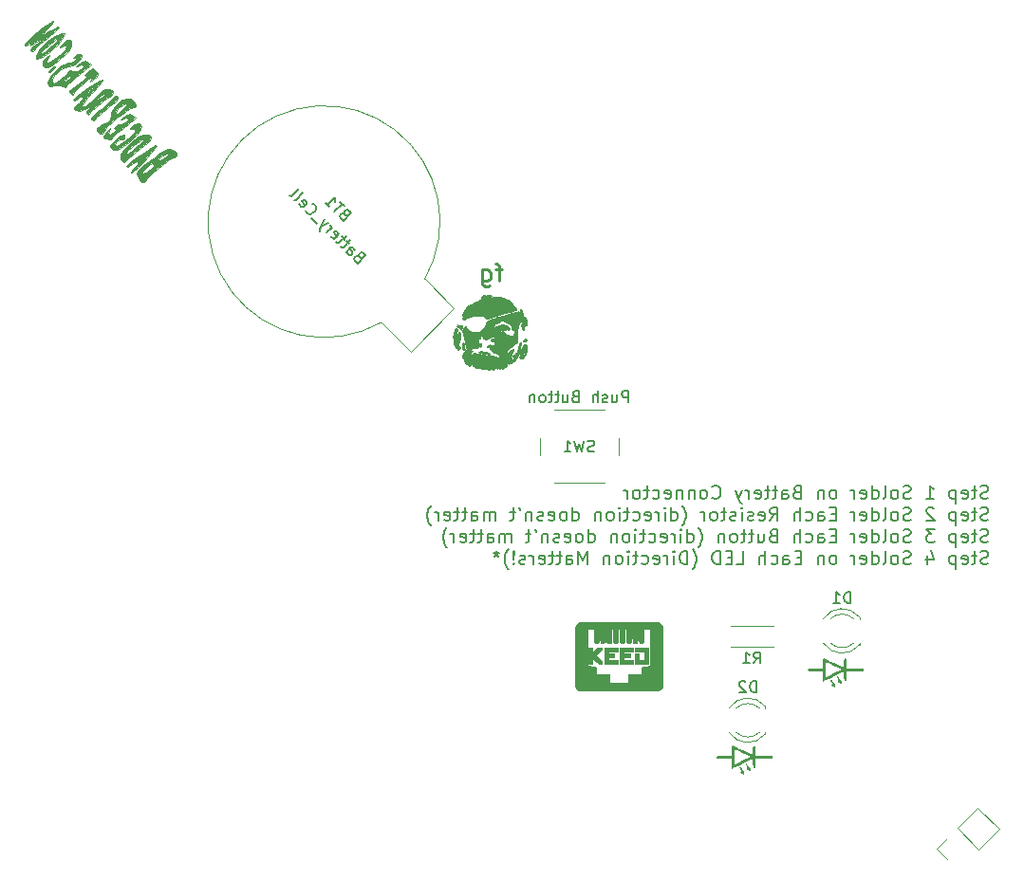
<source format=gbr>
%TF.GenerationSoftware,KiCad,Pcbnew,7.0.2*%
%TF.CreationDate,2023-05-28T20:46:54-05:00*%
%TF.ProjectId,torch-lts,746f7263-682d-46c7-9473-2e6b69636164,1.0*%
%TF.SameCoordinates,Original*%
%TF.FileFunction,Legend,Bot*%
%TF.FilePolarity,Positive*%
%FSLAX46Y46*%
G04 Gerber Fmt 4.6, Leading zero omitted, Abs format (unit mm)*
G04 Created by KiCad (PCBNEW 7.0.2) date 2023-05-28 20:46:54*
%MOMM*%
%LPD*%
G01*
G04 APERTURE LIST*
%ADD10C,0.150000*%
%ADD11C,0.250000*%
%ADD12C,0.010000*%
%ADD13C,0.120000*%
G04 APERTURE END LIST*
D10*
X175021428Y-106957000D02*
X174850000Y-107014142D01*
X174850000Y-107014142D02*
X174564285Y-107014142D01*
X174564285Y-107014142D02*
X174450000Y-106957000D01*
X174450000Y-106957000D02*
X174392857Y-106899857D01*
X174392857Y-106899857D02*
X174335714Y-106785571D01*
X174335714Y-106785571D02*
X174335714Y-106671285D01*
X174335714Y-106671285D02*
X174392857Y-106557000D01*
X174392857Y-106557000D02*
X174450000Y-106499857D01*
X174450000Y-106499857D02*
X174564285Y-106442714D01*
X174564285Y-106442714D02*
X174792857Y-106385571D01*
X174792857Y-106385571D02*
X174907142Y-106328428D01*
X174907142Y-106328428D02*
X174964285Y-106271285D01*
X174964285Y-106271285D02*
X175021428Y-106157000D01*
X175021428Y-106157000D02*
X175021428Y-106042714D01*
X175021428Y-106042714D02*
X174964285Y-105928428D01*
X174964285Y-105928428D02*
X174907142Y-105871285D01*
X174907142Y-105871285D02*
X174792857Y-105814142D01*
X174792857Y-105814142D02*
X174507142Y-105814142D01*
X174507142Y-105814142D02*
X174335714Y-105871285D01*
X173992857Y-106214142D02*
X173535714Y-106214142D01*
X173821428Y-105814142D02*
X173821428Y-106842714D01*
X173821428Y-106842714D02*
X173764285Y-106957000D01*
X173764285Y-106957000D02*
X173650000Y-107014142D01*
X173650000Y-107014142D02*
X173535714Y-107014142D01*
X172678571Y-106957000D02*
X172792857Y-107014142D01*
X172792857Y-107014142D02*
X173021429Y-107014142D01*
X173021429Y-107014142D02*
X173135714Y-106957000D01*
X173135714Y-106957000D02*
X173192857Y-106842714D01*
X173192857Y-106842714D02*
X173192857Y-106385571D01*
X173192857Y-106385571D02*
X173135714Y-106271285D01*
X173135714Y-106271285D02*
X173021429Y-106214142D01*
X173021429Y-106214142D02*
X172792857Y-106214142D01*
X172792857Y-106214142D02*
X172678571Y-106271285D01*
X172678571Y-106271285D02*
X172621429Y-106385571D01*
X172621429Y-106385571D02*
X172621429Y-106499857D01*
X172621429Y-106499857D02*
X173192857Y-106614142D01*
X172107143Y-106214142D02*
X172107143Y-107414142D01*
X172107143Y-106271285D02*
X171992858Y-106214142D01*
X171992858Y-106214142D02*
X171764286Y-106214142D01*
X171764286Y-106214142D02*
X171650000Y-106271285D01*
X171650000Y-106271285D02*
X171592858Y-106328428D01*
X171592858Y-106328428D02*
X171535715Y-106442714D01*
X171535715Y-106442714D02*
X171535715Y-106785571D01*
X171535715Y-106785571D02*
X171592858Y-106899857D01*
X171592858Y-106899857D02*
X171650000Y-106957000D01*
X171650000Y-106957000D02*
X171764286Y-107014142D01*
X171764286Y-107014142D02*
X171992858Y-107014142D01*
X171992858Y-107014142D02*
X172107143Y-106957000D01*
X169478572Y-107014142D02*
X170164286Y-107014142D01*
X169821429Y-107014142D02*
X169821429Y-105814142D01*
X169821429Y-105814142D02*
X169935715Y-105985571D01*
X169935715Y-105985571D02*
X170050000Y-106099857D01*
X170050000Y-106099857D02*
X170164286Y-106157000D01*
X168107143Y-106957000D02*
X167935715Y-107014142D01*
X167935715Y-107014142D02*
X167650000Y-107014142D01*
X167650000Y-107014142D02*
X167535715Y-106957000D01*
X167535715Y-106957000D02*
X167478572Y-106899857D01*
X167478572Y-106899857D02*
X167421429Y-106785571D01*
X167421429Y-106785571D02*
X167421429Y-106671285D01*
X167421429Y-106671285D02*
X167478572Y-106557000D01*
X167478572Y-106557000D02*
X167535715Y-106499857D01*
X167535715Y-106499857D02*
X167650000Y-106442714D01*
X167650000Y-106442714D02*
X167878572Y-106385571D01*
X167878572Y-106385571D02*
X167992857Y-106328428D01*
X167992857Y-106328428D02*
X168050000Y-106271285D01*
X168050000Y-106271285D02*
X168107143Y-106157000D01*
X168107143Y-106157000D02*
X168107143Y-106042714D01*
X168107143Y-106042714D02*
X168050000Y-105928428D01*
X168050000Y-105928428D02*
X167992857Y-105871285D01*
X167992857Y-105871285D02*
X167878572Y-105814142D01*
X167878572Y-105814142D02*
X167592857Y-105814142D01*
X167592857Y-105814142D02*
X167421429Y-105871285D01*
X166735715Y-107014142D02*
X166850000Y-106957000D01*
X166850000Y-106957000D02*
X166907143Y-106899857D01*
X166907143Y-106899857D02*
X166964286Y-106785571D01*
X166964286Y-106785571D02*
X166964286Y-106442714D01*
X166964286Y-106442714D02*
X166907143Y-106328428D01*
X166907143Y-106328428D02*
X166850000Y-106271285D01*
X166850000Y-106271285D02*
X166735715Y-106214142D01*
X166735715Y-106214142D02*
X166564286Y-106214142D01*
X166564286Y-106214142D02*
X166450000Y-106271285D01*
X166450000Y-106271285D02*
X166392858Y-106328428D01*
X166392858Y-106328428D02*
X166335715Y-106442714D01*
X166335715Y-106442714D02*
X166335715Y-106785571D01*
X166335715Y-106785571D02*
X166392858Y-106899857D01*
X166392858Y-106899857D02*
X166450000Y-106957000D01*
X166450000Y-106957000D02*
X166564286Y-107014142D01*
X166564286Y-107014142D02*
X166735715Y-107014142D01*
X165650001Y-107014142D02*
X165764286Y-106957000D01*
X165764286Y-106957000D02*
X165821429Y-106842714D01*
X165821429Y-106842714D02*
X165821429Y-105814142D01*
X164678573Y-107014142D02*
X164678573Y-105814142D01*
X164678573Y-106957000D02*
X164792858Y-107014142D01*
X164792858Y-107014142D02*
X165021430Y-107014142D01*
X165021430Y-107014142D02*
X165135715Y-106957000D01*
X165135715Y-106957000D02*
X165192858Y-106899857D01*
X165192858Y-106899857D02*
X165250001Y-106785571D01*
X165250001Y-106785571D02*
X165250001Y-106442714D01*
X165250001Y-106442714D02*
X165192858Y-106328428D01*
X165192858Y-106328428D02*
X165135715Y-106271285D01*
X165135715Y-106271285D02*
X165021430Y-106214142D01*
X165021430Y-106214142D02*
X164792858Y-106214142D01*
X164792858Y-106214142D02*
X164678573Y-106271285D01*
X163650001Y-106957000D02*
X163764287Y-107014142D01*
X163764287Y-107014142D02*
X163992859Y-107014142D01*
X163992859Y-107014142D02*
X164107144Y-106957000D01*
X164107144Y-106957000D02*
X164164287Y-106842714D01*
X164164287Y-106842714D02*
X164164287Y-106385571D01*
X164164287Y-106385571D02*
X164107144Y-106271285D01*
X164107144Y-106271285D02*
X163992859Y-106214142D01*
X163992859Y-106214142D02*
X163764287Y-106214142D01*
X163764287Y-106214142D02*
X163650001Y-106271285D01*
X163650001Y-106271285D02*
X163592859Y-106385571D01*
X163592859Y-106385571D02*
X163592859Y-106499857D01*
X163592859Y-106499857D02*
X164164287Y-106614142D01*
X163078573Y-107014142D02*
X163078573Y-106214142D01*
X163078573Y-106442714D02*
X163021430Y-106328428D01*
X163021430Y-106328428D02*
X162964288Y-106271285D01*
X162964288Y-106271285D02*
X162850002Y-106214142D01*
X162850002Y-106214142D02*
X162735716Y-106214142D01*
X161250002Y-107014142D02*
X161364287Y-106957000D01*
X161364287Y-106957000D02*
X161421430Y-106899857D01*
X161421430Y-106899857D02*
X161478573Y-106785571D01*
X161478573Y-106785571D02*
X161478573Y-106442714D01*
X161478573Y-106442714D02*
X161421430Y-106328428D01*
X161421430Y-106328428D02*
X161364287Y-106271285D01*
X161364287Y-106271285D02*
X161250002Y-106214142D01*
X161250002Y-106214142D02*
X161078573Y-106214142D01*
X161078573Y-106214142D02*
X160964287Y-106271285D01*
X160964287Y-106271285D02*
X160907145Y-106328428D01*
X160907145Y-106328428D02*
X160850002Y-106442714D01*
X160850002Y-106442714D02*
X160850002Y-106785571D01*
X160850002Y-106785571D02*
X160907145Y-106899857D01*
X160907145Y-106899857D02*
X160964287Y-106957000D01*
X160964287Y-106957000D02*
X161078573Y-107014142D01*
X161078573Y-107014142D02*
X161250002Y-107014142D01*
X160335716Y-106214142D02*
X160335716Y-107014142D01*
X160335716Y-106328428D02*
X160278573Y-106271285D01*
X160278573Y-106271285D02*
X160164288Y-106214142D01*
X160164288Y-106214142D02*
X159992859Y-106214142D01*
X159992859Y-106214142D02*
X159878573Y-106271285D01*
X159878573Y-106271285D02*
X159821431Y-106385571D01*
X159821431Y-106385571D02*
X159821431Y-107014142D01*
X157935716Y-106385571D02*
X157764288Y-106442714D01*
X157764288Y-106442714D02*
X157707145Y-106499857D01*
X157707145Y-106499857D02*
X157650002Y-106614142D01*
X157650002Y-106614142D02*
X157650002Y-106785571D01*
X157650002Y-106785571D02*
X157707145Y-106899857D01*
X157707145Y-106899857D02*
X157764288Y-106957000D01*
X157764288Y-106957000D02*
X157878573Y-107014142D01*
X157878573Y-107014142D02*
X158335716Y-107014142D01*
X158335716Y-107014142D02*
X158335716Y-105814142D01*
X158335716Y-105814142D02*
X157935716Y-105814142D01*
X157935716Y-105814142D02*
X157821431Y-105871285D01*
X157821431Y-105871285D02*
X157764288Y-105928428D01*
X157764288Y-105928428D02*
X157707145Y-106042714D01*
X157707145Y-106042714D02*
X157707145Y-106157000D01*
X157707145Y-106157000D02*
X157764288Y-106271285D01*
X157764288Y-106271285D02*
X157821431Y-106328428D01*
X157821431Y-106328428D02*
X157935716Y-106385571D01*
X157935716Y-106385571D02*
X158335716Y-106385571D01*
X156621431Y-107014142D02*
X156621431Y-106385571D01*
X156621431Y-106385571D02*
X156678573Y-106271285D01*
X156678573Y-106271285D02*
X156792859Y-106214142D01*
X156792859Y-106214142D02*
X157021431Y-106214142D01*
X157021431Y-106214142D02*
X157135716Y-106271285D01*
X156621431Y-106957000D02*
X156735716Y-107014142D01*
X156735716Y-107014142D02*
X157021431Y-107014142D01*
X157021431Y-107014142D02*
X157135716Y-106957000D01*
X157135716Y-106957000D02*
X157192859Y-106842714D01*
X157192859Y-106842714D02*
X157192859Y-106728428D01*
X157192859Y-106728428D02*
X157135716Y-106614142D01*
X157135716Y-106614142D02*
X157021431Y-106557000D01*
X157021431Y-106557000D02*
X156735716Y-106557000D01*
X156735716Y-106557000D02*
X156621431Y-106499857D01*
X156221431Y-106214142D02*
X155764288Y-106214142D01*
X156050002Y-105814142D02*
X156050002Y-106842714D01*
X156050002Y-106842714D02*
X155992859Y-106957000D01*
X155992859Y-106957000D02*
X155878574Y-107014142D01*
X155878574Y-107014142D02*
X155764288Y-107014142D01*
X155535717Y-106214142D02*
X155078574Y-106214142D01*
X155364288Y-105814142D02*
X155364288Y-106842714D01*
X155364288Y-106842714D02*
X155307145Y-106957000D01*
X155307145Y-106957000D02*
X155192860Y-107014142D01*
X155192860Y-107014142D02*
X155078574Y-107014142D01*
X154221431Y-106957000D02*
X154335717Y-107014142D01*
X154335717Y-107014142D02*
X154564289Y-107014142D01*
X154564289Y-107014142D02*
X154678574Y-106957000D01*
X154678574Y-106957000D02*
X154735717Y-106842714D01*
X154735717Y-106842714D02*
X154735717Y-106385571D01*
X154735717Y-106385571D02*
X154678574Y-106271285D01*
X154678574Y-106271285D02*
X154564289Y-106214142D01*
X154564289Y-106214142D02*
X154335717Y-106214142D01*
X154335717Y-106214142D02*
X154221431Y-106271285D01*
X154221431Y-106271285D02*
X154164289Y-106385571D01*
X154164289Y-106385571D02*
X154164289Y-106499857D01*
X154164289Y-106499857D02*
X154735717Y-106614142D01*
X153650003Y-107014142D02*
X153650003Y-106214142D01*
X153650003Y-106442714D02*
X153592860Y-106328428D01*
X153592860Y-106328428D02*
X153535718Y-106271285D01*
X153535718Y-106271285D02*
X153421432Y-106214142D01*
X153421432Y-106214142D02*
X153307146Y-106214142D01*
X153021432Y-106214142D02*
X152735718Y-107014142D01*
X152450003Y-106214142D02*
X152735718Y-107014142D01*
X152735718Y-107014142D02*
X152850003Y-107299857D01*
X152850003Y-107299857D02*
X152907146Y-107357000D01*
X152907146Y-107357000D02*
X153021432Y-107414142D01*
X150392860Y-106899857D02*
X150450003Y-106957000D01*
X150450003Y-106957000D02*
X150621431Y-107014142D01*
X150621431Y-107014142D02*
X150735717Y-107014142D01*
X150735717Y-107014142D02*
X150907146Y-106957000D01*
X150907146Y-106957000D02*
X151021431Y-106842714D01*
X151021431Y-106842714D02*
X151078574Y-106728428D01*
X151078574Y-106728428D02*
X151135717Y-106499857D01*
X151135717Y-106499857D02*
X151135717Y-106328428D01*
X151135717Y-106328428D02*
X151078574Y-106099857D01*
X151078574Y-106099857D02*
X151021431Y-105985571D01*
X151021431Y-105985571D02*
X150907146Y-105871285D01*
X150907146Y-105871285D02*
X150735717Y-105814142D01*
X150735717Y-105814142D02*
X150621431Y-105814142D01*
X150621431Y-105814142D02*
X150450003Y-105871285D01*
X150450003Y-105871285D02*
X150392860Y-105928428D01*
X149707146Y-107014142D02*
X149821431Y-106957000D01*
X149821431Y-106957000D02*
X149878574Y-106899857D01*
X149878574Y-106899857D02*
X149935717Y-106785571D01*
X149935717Y-106785571D02*
X149935717Y-106442714D01*
X149935717Y-106442714D02*
X149878574Y-106328428D01*
X149878574Y-106328428D02*
X149821431Y-106271285D01*
X149821431Y-106271285D02*
X149707146Y-106214142D01*
X149707146Y-106214142D02*
X149535717Y-106214142D01*
X149535717Y-106214142D02*
X149421431Y-106271285D01*
X149421431Y-106271285D02*
X149364289Y-106328428D01*
X149364289Y-106328428D02*
X149307146Y-106442714D01*
X149307146Y-106442714D02*
X149307146Y-106785571D01*
X149307146Y-106785571D02*
X149364289Y-106899857D01*
X149364289Y-106899857D02*
X149421431Y-106957000D01*
X149421431Y-106957000D02*
X149535717Y-107014142D01*
X149535717Y-107014142D02*
X149707146Y-107014142D01*
X148792860Y-106214142D02*
X148792860Y-107014142D01*
X148792860Y-106328428D02*
X148735717Y-106271285D01*
X148735717Y-106271285D02*
X148621432Y-106214142D01*
X148621432Y-106214142D02*
X148450003Y-106214142D01*
X148450003Y-106214142D02*
X148335717Y-106271285D01*
X148335717Y-106271285D02*
X148278575Y-106385571D01*
X148278575Y-106385571D02*
X148278575Y-107014142D01*
X147707146Y-106214142D02*
X147707146Y-107014142D01*
X147707146Y-106328428D02*
X147650003Y-106271285D01*
X147650003Y-106271285D02*
X147535718Y-106214142D01*
X147535718Y-106214142D02*
X147364289Y-106214142D01*
X147364289Y-106214142D02*
X147250003Y-106271285D01*
X147250003Y-106271285D02*
X147192861Y-106385571D01*
X147192861Y-106385571D02*
X147192861Y-107014142D01*
X146164289Y-106957000D02*
X146278575Y-107014142D01*
X146278575Y-107014142D02*
X146507147Y-107014142D01*
X146507147Y-107014142D02*
X146621432Y-106957000D01*
X146621432Y-106957000D02*
X146678575Y-106842714D01*
X146678575Y-106842714D02*
X146678575Y-106385571D01*
X146678575Y-106385571D02*
X146621432Y-106271285D01*
X146621432Y-106271285D02*
X146507147Y-106214142D01*
X146507147Y-106214142D02*
X146278575Y-106214142D01*
X146278575Y-106214142D02*
X146164289Y-106271285D01*
X146164289Y-106271285D02*
X146107147Y-106385571D01*
X146107147Y-106385571D02*
X146107147Y-106499857D01*
X146107147Y-106499857D02*
X146678575Y-106614142D01*
X145078576Y-106957000D02*
X145192861Y-107014142D01*
X145192861Y-107014142D02*
X145421433Y-107014142D01*
X145421433Y-107014142D02*
X145535718Y-106957000D01*
X145535718Y-106957000D02*
X145592861Y-106899857D01*
X145592861Y-106899857D02*
X145650004Y-106785571D01*
X145650004Y-106785571D02*
X145650004Y-106442714D01*
X145650004Y-106442714D02*
X145592861Y-106328428D01*
X145592861Y-106328428D02*
X145535718Y-106271285D01*
X145535718Y-106271285D02*
X145421433Y-106214142D01*
X145421433Y-106214142D02*
X145192861Y-106214142D01*
X145192861Y-106214142D02*
X145078576Y-106271285D01*
X144735719Y-106214142D02*
X144278576Y-106214142D01*
X144564290Y-105814142D02*
X144564290Y-106842714D01*
X144564290Y-106842714D02*
X144507147Y-106957000D01*
X144507147Y-106957000D02*
X144392862Y-107014142D01*
X144392862Y-107014142D02*
X144278576Y-107014142D01*
X143707148Y-107014142D02*
X143821433Y-106957000D01*
X143821433Y-106957000D02*
X143878576Y-106899857D01*
X143878576Y-106899857D02*
X143935719Y-106785571D01*
X143935719Y-106785571D02*
X143935719Y-106442714D01*
X143935719Y-106442714D02*
X143878576Y-106328428D01*
X143878576Y-106328428D02*
X143821433Y-106271285D01*
X143821433Y-106271285D02*
X143707148Y-106214142D01*
X143707148Y-106214142D02*
X143535719Y-106214142D01*
X143535719Y-106214142D02*
X143421433Y-106271285D01*
X143421433Y-106271285D02*
X143364291Y-106328428D01*
X143364291Y-106328428D02*
X143307148Y-106442714D01*
X143307148Y-106442714D02*
X143307148Y-106785571D01*
X143307148Y-106785571D02*
X143364291Y-106899857D01*
X143364291Y-106899857D02*
X143421433Y-106957000D01*
X143421433Y-106957000D02*
X143535719Y-107014142D01*
X143535719Y-107014142D02*
X143707148Y-107014142D01*
X142792862Y-107014142D02*
X142792862Y-106214142D01*
X142792862Y-106442714D02*
X142735719Y-106328428D01*
X142735719Y-106328428D02*
X142678577Y-106271285D01*
X142678577Y-106271285D02*
X142564291Y-106214142D01*
X142564291Y-106214142D02*
X142450005Y-106214142D01*
X175021428Y-108901000D02*
X174850000Y-108958142D01*
X174850000Y-108958142D02*
X174564285Y-108958142D01*
X174564285Y-108958142D02*
X174450000Y-108901000D01*
X174450000Y-108901000D02*
X174392857Y-108843857D01*
X174392857Y-108843857D02*
X174335714Y-108729571D01*
X174335714Y-108729571D02*
X174335714Y-108615285D01*
X174335714Y-108615285D02*
X174392857Y-108501000D01*
X174392857Y-108501000D02*
X174450000Y-108443857D01*
X174450000Y-108443857D02*
X174564285Y-108386714D01*
X174564285Y-108386714D02*
X174792857Y-108329571D01*
X174792857Y-108329571D02*
X174907142Y-108272428D01*
X174907142Y-108272428D02*
X174964285Y-108215285D01*
X174964285Y-108215285D02*
X175021428Y-108101000D01*
X175021428Y-108101000D02*
X175021428Y-107986714D01*
X175021428Y-107986714D02*
X174964285Y-107872428D01*
X174964285Y-107872428D02*
X174907142Y-107815285D01*
X174907142Y-107815285D02*
X174792857Y-107758142D01*
X174792857Y-107758142D02*
X174507142Y-107758142D01*
X174507142Y-107758142D02*
X174335714Y-107815285D01*
X173992857Y-108158142D02*
X173535714Y-108158142D01*
X173821428Y-107758142D02*
X173821428Y-108786714D01*
X173821428Y-108786714D02*
X173764285Y-108901000D01*
X173764285Y-108901000D02*
X173650000Y-108958142D01*
X173650000Y-108958142D02*
X173535714Y-108958142D01*
X172678571Y-108901000D02*
X172792857Y-108958142D01*
X172792857Y-108958142D02*
X173021429Y-108958142D01*
X173021429Y-108958142D02*
X173135714Y-108901000D01*
X173135714Y-108901000D02*
X173192857Y-108786714D01*
X173192857Y-108786714D02*
X173192857Y-108329571D01*
X173192857Y-108329571D02*
X173135714Y-108215285D01*
X173135714Y-108215285D02*
X173021429Y-108158142D01*
X173021429Y-108158142D02*
X172792857Y-108158142D01*
X172792857Y-108158142D02*
X172678571Y-108215285D01*
X172678571Y-108215285D02*
X172621429Y-108329571D01*
X172621429Y-108329571D02*
X172621429Y-108443857D01*
X172621429Y-108443857D02*
X173192857Y-108558142D01*
X172107143Y-108158142D02*
X172107143Y-109358142D01*
X172107143Y-108215285D02*
X171992858Y-108158142D01*
X171992858Y-108158142D02*
X171764286Y-108158142D01*
X171764286Y-108158142D02*
X171650000Y-108215285D01*
X171650000Y-108215285D02*
X171592858Y-108272428D01*
X171592858Y-108272428D02*
X171535715Y-108386714D01*
X171535715Y-108386714D02*
X171535715Y-108729571D01*
X171535715Y-108729571D02*
X171592858Y-108843857D01*
X171592858Y-108843857D02*
X171650000Y-108901000D01*
X171650000Y-108901000D02*
X171764286Y-108958142D01*
X171764286Y-108958142D02*
X171992858Y-108958142D01*
X171992858Y-108958142D02*
X172107143Y-108901000D01*
X170164286Y-107872428D02*
X170107143Y-107815285D01*
X170107143Y-107815285D02*
X169992858Y-107758142D01*
X169992858Y-107758142D02*
X169707143Y-107758142D01*
X169707143Y-107758142D02*
X169592858Y-107815285D01*
X169592858Y-107815285D02*
X169535715Y-107872428D01*
X169535715Y-107872428D02*
X169478572Y-107986714D01*
X169478572Y-107986714D02*
X169478572Y-108101000D01*
X169478572Y-108101000D02*
X169535715Y-108272428D01*
X169535715Y-108272428D02*
X170221429Y-108958142D01*
X170221429Y-108958142D02*
X169478572Y-108958142D01*
X168107143Y-108901000D02*
X167935715Y-108958142D01*
X167935715Y-108958142D02*
X167650000Y-108958142D01*
X167650000Y-108958142D02*
X167535715Y-108901000D01*
X167535715Y-108901000D02*
X167478572Y-108843857D01*
X167478572Y-108843857D02*
X167421429Y-108729571D01*
X167421429Y-108729571D02*
X167421429Y-108615285D01*
X167421429Y-108615285D02*
X167478572Y-108501000D01*
X167478572Y-108501000D02*
X167535715Y-108443857D01*
X167535715Y-108443857D02*
X167650000Y-108386714D01*
X167650000Y-108386714D02*
X167878572Y-108329571D01*
X167878572Y-108329571D02*
X167992857Y-108272428D01*
X167992857Y-108272428D02*
X168050000Y-108215285D01*
X168050000Y-108215285D02*
X168107143Y-108101000D01*
X168107143Y-108101000D02*
X168107143Y-107986714D01*
X168107143Y-107986714D02*
X168050000Y-107872428D01*
X168050000Y-107872428D02*
X167992857Y-107815285D01*
X167992857Y-107815285D02*
X167878572Y-107758142D01*
X167878572Y-107758142D02*
X167592857Y-107758142D01*
X167592857Y-107758142D02*
X167421429Y-107815285D01*
X166735715Y-108958142D02*
X166850000Y-108901000D01*
X166850000Y-108901000D02*
X166907143Y-108843857D01*
X166907143Y-108843857D02*
X166964286Y-108729571D01*
X166964286Y-108729571D02*
X166964286Y-108386714D01*
X166964286Y-108386714D02*
X166907143Y-108272428D01*
X166907143Y-108272428D02*
X166850000Y-108215285D01*
X166850000Y-108215285D02*
X166735715Y-108158142D01*
X166735715Y-108158142D02*
X166564286Y-108158142D01*
X166564286Y-108158142D02*
X166450000Y-108215285D01*
X166450000Y-108215285D02*
X166392858Y-108272428D01*
X166392858Y-108272428D02*
X166335715Y-108386714D01*
X166335715Y-108386714D02*
X166335715Y-108729571D01*
X166335715Y-108729571D02*
X166392858Y-108843857D01*
X166392858Y-108843857D02*
X166450000Y-108901000D01*
X166450000Y-108901000D02*
X166564286Y-108958142D01*
X166564286Y-108958142D02*
X166735715Y-108958142D01*
X165650001Y-108958142D02*
X165764286Y-108901000D01*
X165764286Y-108901000D02*
X165821429Y-108786714D01*
X165821429Y-108786714D02*
X165821429Y-107758142D01*
X164678573Y-108958142D02*
X164678573Y-107758142D01*
X164678573Y-108901000D02*
X164792858Y-108958142D01*
X164792858Y-108958142D02*
X165021430Y-108958142D01*
X165021430Y-108958142D02*
X165135715Y-108901000D01*
X165135715Y-108901000D02*
X165192858Y-108843857D01*
X165192858Y-108843857D02*
X165250001Y-108729571D01*
X165250001Y-108729571D02*
X165250001Y-108386714D01*
X165250001Y-108386714D02*
X165192858Y-108272428D01*
X165192858Y-108272428D02*
X165135715Y-108215285D01*
X165135715Y-108215285D02*
X165021430Y-108158142D01*
X165021430Y-108158142D02*
X164792858Y-108158142D01*
X164792858Y-108158142D02*
X164678573Y-108215285D01*
X163650001Y-108901000D02*
X163764287Y-108958142D01*
X163764287Y-108958142D02*
X163992859Y-108958142D01*
X163992859Y-108958142D02*
X164107144Y-108901000D01*
X164107144Y-108901000D02*
X164164287Y-108786714D01*
X164164287Y-108786714D02*
X164164287Y-108329571D01*
X164164287Y-108329571D02*
X164107144Y-108215285D01*
X164107144Y-108215285D02*
X163992859Y-108158142D01*
X163992859Y-108158142D02*
X163764287Y-108158142D01*
X163764287Y-108158142D02*
X163650001Y-108215285D01*
X163650001Y-108215285D02*
X163592859Y-108329571D01*
X163592859Y-108329571D02*
X163592859Y-108443857D01*
X163592859Y-108443857D02*
X164164287Y-108558142D01*
X163078573Y-108958142D02*
X163078573Y-108158142D01*
X163078573Y-108386714D02*
X163021430Y-108272428D01*
X163021430Y-108272428D02*
X162964288Y-108215285D01*
X162964288Y-108215285D02*
X162850002Y-108158142D01*
X162850002Y-108158142D02*
X162735716Y-108158142D01*
X161421430Y-108329571D02*
X161021430Y-108329571D01*
X160850002Y-108958142D02*
X161421430Y-108958142D01*
X161421430Y-108958142D02*
X161421430Y-107758142D01*
X161421430Y-107758142D02*
X160850002Y-107758142D01*
X159821431Y-108958142D02*
X159821431Y-108329571D01*
X159821431Y-108329571D02*
X159878573Y-108215285D01*
X159878573Y-108215285D02*
X159992859Y-108158142D01*
X159992859Y-108158142D02*
X160221431Y-108158142D01*
X160221431Y-108158142D02*
X160335716Y-108215285D01*
X159821431Y-108901000D02*
X159935716Y-108958142D01*
X159935716Y-108958142D02*
X160221431Y-108958142D01*
X160221431Y-108958142D02*
X160335716Y-108901000D01*
X160335716Y-108901000D02*
X160392859Y-108786714D01*
X160392859Y-108786714D02*
X160392859Y-108672428D01*
X160392859Y-108672428D02*
X160335716Y-108558142D01*
X160335716Y-108558142D02*
X160221431Y-108501000D01*
X160221431Y-108501000D02*
X159935716Y-108501000D01*
X159935716Y-108501000D02*
X159821431Y-108443857D01*
X158735717Y-108901000D02*
X158850002Y-108958142D01*
X158850002Y-108958142D02*
X159078574Y-108958142D01*
X159078574Y-108958142D02*
X159192859Y-108901000D01*
X159192859Y-108901000D02*
X159250002Y-108843857D01*
X159250002Y-108843857D02*
X159307145Y-108729571D01*
X159307145Y-108729571D02*
X159307145Y-108386714D01*
X159307145Y-108386714D02*
X159250002Y-108272428D01*
X159250002Y-108272428D02*
X159192859Y-108215285D01*
X159192859Y-108215285D02*
X159078574Y-108158142D01*
X159078574Y-108158142D02*
X158850002Y-108158142D01*
X158850002Y-108158142D02*
X158735717Y-108215285D01*
X158221431Y-108958142D02*
X158221431Y-107758142D01*
X157707146Y-108958142D02*
X157707146Y-108329571D01*
X157707146Y-108329571D02*
X157764288Y-108215285D01*
X157764288Y-108215285D02*
X157878574Y-108158142D01*
X157878574Y-108158142D02*
X158050003Y-108158142D01*
X158050003Y-108158142D02*
X158164288Y-108215285D01*
X158164288Y-108215285D02*
X158221431Y-108272428D01*
X155535717Y-108958142D02*
X155935717Y-108386714D01*
X156221431Y-108958142D02*
X156221431Y-107758142D01*
X156221431Y-107758142D02*
X155764288Y-107758142D01*
X155764288Y-107758142D02*
X155650003Y-107815285D01*
X155650003Y-107815285D02*
X155592860Y-107872428D01*
X155592860Y-107872428D02*
X155535717Y-107986714D01*
X155535717Y-107986714D02*
X155535717Y-108158142D01*
X155535717Y-108158142D02*
X155592860Y-108272428D01*
X155592860Y-108272428D02*
X155650003Y-108329571D01*
X155650003Y-108329571D02*
X155764288Y-108386714D01*
X155764288Y-108386714D02*
X156221431Y-108386714D01*
X154564288Y-108901000D02*
X154678574Y-108958142D01*
X154678574Y-108958142D02*
X154907146Y-108958142D01*
X154907146Y-108958142D02*
X155021431Y-108901000D01*
X155021431Y-108901000D02*
X155078574Y-108786714D01*
X155078574Y-108786714D02*
X155078574Y-108329571D01*
X155078574Y-108329571D02*
X155021431Y-108215285D01*
X155021431Y-108215285D02*
X154907146Y-108158142D01*
X154907146Y-108158142D02*
X154678574Y-108158142D01*
X154678574Y-108158142D02*
X154564288Y-108215285D01*
X154564288Y-108215285D02*
X154507146Y-108329571D01*
X154507146Y-108329571D02*
X154507146Y-108443857D01*
X154507146Y-108443857D02*
X155078574Y-108558142D01*
X154050003Y-108901000D02*
X153935717Y-108958142D01*
X153935717Y-108958142D02*
X153707146Y-108958142D01*
X153707146Y-108958142D02*
X153592860Y-108901000D01*
X153592860Y-108901000D02*
X153535717Y-108786714D01*
X153535717Y-108786714D02*
X153535717Y-108729571D01*
X153535717Y-108729571D02*
X153592860Y-108615285D01*
X153592860Y-108615285D02*
X153707146Y-108558142D01*
X153707146Y-108558142D02*
X153878575Y-108558142D01*
X153878575Y-108558142D02*
X153992860Y-108501000D01*
X153992860Y-108501000D02*
X154050003Y-108386714D01*
X154050003Y-108386714D02*
X154050003Y-108329571D01*
X154050003Y-108329571D02*
X153992860Y-108215285D01*
X153992860Y-108215285D02*
X153878575Y-108158142D01*
X153878575Y-108158142D02*
X153707146Y-108158142D01*
X153707146Y-108158142D02*
X153592860Y-108215285D01*
X153021431Y-108958142D02*
X153021431Y-108158142D01*
X153021431Y-107758142D02*
X153078574Y-107815285D01*
X153078574Y-107815285D02*
X153021431Y-107872428D01*
X153021431Y-107872428D02*
X152964288Y-107815285D01*
X152964288Y-107815285D02*
X153021431Y-107758142D01*
X153021431Y-107758142D02*
X153021431Y-107872428D01*
X152507145Y-108901000D02*
X152392859Y-108958142D01*
X152392859Y-108958142D02*
X152164288Y-108958142D01*
X152164288Y-108958142D02*
X152050002Y-108901000D01*
X152050002Y-108901000D02*
X151992859Y-108786714D01*
X151992859Y-108786714D02*
X151992859Y-108729571D01*
X151992859Y-108729571D02*
X152050002Y-108615285D01*
X152050002Y-108615285D02*
X152164288Y-108558142D01*
X152164288Y-108558142D02*
X152335717Y-108558142D01*
X152335717Y-108558142D02*
X152450002Y-108501000D01*
X152450002Y-108501000D02*
X152507145Y-108386714D01*
X152507145Y-108386714D02*
X152507145Y-108329571D01*
X152507145Y-108329571D02*
X152450002Y-108215285D01*
X152450002Y-108215285D02*
X152335717Y-108158142D01*
X152335717Y-108158142D02*
X152164288Y-108158142D01*
X152164288Y-108158142D02*
X152050002Y-108215285D01*
X151650002Y-108158142D02*
X151192859Y-108158142D01*
X151478573Y-107758142D02*
X151478573Y-108786714D01*
X151478573Y-108786714D02*
X151421430Y-108901000D01*
X151421430Y-108901000D02*
X151307145Y-108958142D01*
X151307145Y-108958142D02*
X151192859Y-108958142D01*
X150621431Y-108958142D02*
X150735716Y-108901000D01*
X150735716Y-108901000D02*
X150792859Y-108843857D01*
X150792859Y-108843857D02*
X150850002Y-108729571D01*
X150850002Y-108729571D02*
X150850002Y-108386714D01*
X150850002Y-108386714D02*
X150792859Y-108272428D01*
X150792859Y-108272428D02*
X150735716Y-108215285D01*
X150735716Y-108215285D02*
X150621431Y-108158142D01*
X150621431Y-108158142D02*
X150450002Y-108158142D01*
X150450002Y-108158142D02*
X150335716Y-108215285D01*
X150335716Y-108215285D02*
X150278574Y-108272428D01*
X150278574Y-108272428D02*
X150221431Y-108386714D01*
X150221431Y-108386714D02*
X150221431Y-108729571D01*
X150221431Y-108729571D02*
X150278574Y-108843857D01*
X150278574Y-108843857D02*
X150335716Y-108901000D01*
X150335716Y-108901000D02*
X150450002Y-108958142D01*
X150450002Y-108958142D02*
X150621431Y-108958142D01*
X149707145Y-108958142D02*
X149707145Y-108158142D01*
X149707145Y-108386714D02*
X149650002Y-108272428D01*
X149650002Y-108272428D02*
X149592860Y-108215285D01*
X149592860Y-108215285D02*
X149478574Y-108158142D01*
X149478574Y-108158142D02*
X149364288Y-108158142D01*
X147707145Y-109415285D02*
X147764288Y-109358142D01*
X147764288Y-109358142D02*
X147878574Y-109186714D01*
X147878574Y-109186714D02*
X147935717Y-109072428D01*
X147935717Y-109072428D02*
X147992859Y-108901000D01*
X147992859Y-108901000D02*
X148050002Y-108615285D01*
X148050002Y-108615285D02*
X148050002Y-108386714D01*
X148050002Y-108386714D02*
X147992859Y-108101000D01*
X147992859Y-108101000D02*
X147935717Y-107929571D01*
X147935717Y-107929571D02*
X147878574Y-107815285D01*
X147878574Y-107815285D02*
X147764288Y-107643857D01*
X147764288Y-107643857D02*
X147707145Y-107586714D01*
X146735717Y-108958142D02*
X146735717Y-107758142D01*
X146735717Y-108901000D02*
X146850002Y-108958142D01*
X146850002Y-108958142D02*
X147078574Y-108958142D01*
X147078574Y-108958142D02*
X147192859Y-108901000D01*
X147192859Y-108901000D02*
X147250002Y-108843857D01*
X147250002Y-108843857D02*
X147307145Y-108729571D01*
X147307145Y-108729571D02*
X147307145Y-108386714D01*
X147307145Y-108386714D02*
X147250002Y-108272428D01*
X147250002Y-108272428D02*
X147192859Y-108215285D01*
X147192859Y-108215285D02*
X147078574Y-108158142D01*
X147078574Y-108158142D02*
X146850002Y-108158142D01*
X146850002Y-108158142D02*
X146735717Y-108215285D01*
X146164288Y-108958142D02*
X146164288Y-108158142D01*
X146164288Y-107758142D02*
X146221431Y-107815285D01*
X146221431Y-107815285D02*
X146164288Y-107872428D01*
X146164288Y-107872428D02*
X146107145Y-107815285D01*
X146107145Y-107815285D02*
X146164288Y-107758142D01*
X146164288Y-107758142D02*
X146164288Y-107872428D01*
X145592859Y-108958142D02*
X145592859Y-108158142D01*
X145592859Y-108386714D02*
X145535716Y-108272428D01*
X145535716Y-108272428D02*
X145478574Y-108215285D01*
X145478574Y-108215285D02*
X145364288Y-108158142D01*
X145364288Y-108158142D02*
X145250002Y-108158142D01*
X144392859Y-108901000D02*
X144507145Y-108958142D01*
X144507145Y-108958142D02*
X144735717Y-108958142D01*
X144735717Y-108958142D02*
X144850002Y-108901000D01*
X144850002Y-108901000D02*
X144907145Y-108786714D01*
X144907145Y-108786714D02*
X144907145Y-108329571D01*
X144907145Y-108329571D02*
X144850002Y-108215285D01*
X144850002Y-108215285D02*
X144735717Y-108158142D01*
X144735717Y-108158142D02*
X144507145Y-108158142D01*
X144507145Y-108158142D02*
X144392859Y-108215285D01*
X144392859Y-108215285D02*
X144335717Y-108329571D01*
X144335717Y-108329571D02*
X144335717Y-108443857D01*
X144335717Y-108443857D02*
X144907145Y-108558142D01*
X143307146Y-108901000D02*
X143421431Y-108958142D01*
X143421431Y-108958142D02*
X143650003Y-108958142D01*
X143650003Y-108958142D02*
X143764288Y-108901000D01*
X143764288Y-108901000D02*
X143821431Y-108843857D01*
X143821431Y-108843857D02*
X143878574Y-108729571D01*
X143878574Y-108729571D02*
X143878574Y-108386714D01*
X143878574Y-108386714D02*
X143821431Y-108272428D01*
X143821431Y-108272428D02*
X143764288Y-108215285D01*
X143764288Y-108215285D02*
X143650003Y-108158142D01*
X143650003Y-108158142D02*
X143421431Y-108158142D01*
X143421431Y-108158142D02*
X143307146Y-108215285D01*
X142964289Y-108158142D02*
X142507146Y-108158142D01*
X142792860Y-107758142D02*
X142792860Y-108786714D01*
X142792860Y-108786714D02*
X142735717Y-108901000D01*
X142735717Y-108901000D02*
X142621432Y-108958142D01*
X142621432Y-108958142D02*
X142507146Y-108958142D01*
X142107146Y-108958142D02*
X142107146Y-108158142D01*
X142107146Y-107758142D02*
X142164289Y-107815285D01*
X142164289Y-107815285D02*
X142107146Y-107872428D01*
X142107146Y-107872428D02*
X142050003Y-107815285D01*
X142050003Y-107815285D02*
X142107146Y-107758142D01*
X142107146Y-107758142D02*
X142107146Y-107872428D01*
X141364289Y-108958142D02*
X141478574Y-108901000D01*
X141478574Y-108901000D02*
X141535717Y-108843857D01*
X141535717Y-108843857D02*
X141592860Y-108729571D01*
X141592860Y-108729571D02*
X141592860Y-108386714D01*
X141592860Y-108386714D02*
X141535717Y-108272428D01*
X141535717Y-108272428D02*
X141478574Y-108215285D01*
X141478574Y-108215285D02*
X141364289Y-108158142D01*
X141364289Y-108158142D02*
X141192860Y-108158142D01*
X141192860Y-108158142D02*
X141078574Y-108215285D01*
X141078574Y-108215285D02*
X141021432Y-108272428D01*
X141021432Y-108272428D02*
X140964289Y-108386714D01*
X140964289Y-108386714D02*
X140964289Y-108729571D01*
X140964289Y-108729571D02*
X141021432Y-108843857D01*
X141021432Y-108843857D02*
X141078574Y-108901000D01*
X141078574Y-108901000D02*
X141192860Y-108958142D01*
X141192860Y-108958142D02*
X141364289Y-108958142D01*
X140450003Y-108158142D02*
X140450003Y-108958142D01*
X140450003Y-108272428D02*
X140392860Y-108215285D01*
X140392860Y-108215285D02*
X140278575Y-108158142D01*
X140278575Y-108158142D02*
X140107146Y-108158142D01*
X140107146Y-108158142D02*
X139992860Y-108215285D01*
X139992860Y-108215285D02*
X139935718Y-108329571D01*
X139935718Y-108329571D02*
X139935718Y-108958142D01*
X137935718Y-108958142D02*
X137935718Y-107758142D01*
X137935718Y-108901000D02*
X138050003Y-108958142D01*
X138050003Y-108958142D02*
X138278575Y-108958142D01*
X138278575Y-108958142D02*
X138392860Y-108901000D01*
X138392860Y-108901000D02*
X138450003Y-108843857D01*
X138450003Y-108843857D02*
X138507146Y-108729571D01*
X138507146Y-108729571D02*
X138507146Y-108386714D01*
X138507146Y-108386714D02*
X138450003Y-108272428D01*
X138450003Y-108272428D02*
X138392860Y-108215285D01*
X138392860Y-108215285D02*
X138278575Y-108158142D01*
X138278575Y-108158142D02*
X138050003Y-108158142D01*
X138050003Y-108158142D02*
X137935718Y-108215285D01*
X137192861Y-108958142D02*
X137307146Y-108901000D01*
X137307146Y-108901000D02*
X137364289Y-108843857D01*
X137364289Y-108843857D02*
X137421432Y-108729571D01*
X137421432Y-108729571D02*
X137421432Y-108386714D01*
X137421432Y-108386714D02*
X137364289Y-108272428D01*
X137364289Y-108272428D02*
X137307146Y-108215285D01*
X137307146Y-108215285D02*
X137192861Y-108158142D01*
X137192861Y-108158142D02*
X137021432Y-108158142D01*
X137021432Y-108158142D02*
X136907146Y-108215285D01*
X136907146Y-108215285D02*
X136850004Y-108272428D01*
X136850004Y-108272428D02*
X136792861Y-108386714D01*
X136792861Y-108386714D02*
X136792861Y-108729571D01*
X136792861Y-108729571D02*
X136850004Y-108843857D01*
X136850004Y-108843857D02*
X136907146Y-108901000D01*
X136907146Y-108901000D02*
X137021432Y-108958142D01*
X137021432Y-108958142D02*
X137192861Y-108958142D01*
X135821432Y-108901000D02*
X135935718Y-108958142D01*
X135935718Y-108958142D02*
X136164290Y-108958142D01*
X136164290Y-108958142D02*
X136278575Y-108901000D01*
X136278575Y-108901000D02*
X136335718Y-108786714D01*
X136335718Y-108786714D02*
X136335718Y-108329571D01*
X136335718Y-108329571D02*
X136278575Y-108215285D01*
X136278575Y-108215285D02*
X136164290Y-108158142D01*
X136164290Y-108158142D02*
X135935718Y-108158142D01*
X135935718Y-108158142D02*
X135821432Y-108215285D01*
X135821432Y-108215285D02*
X135764290Y-108329571D01*
X135764290Y-108329571D02*
X135764290Y-108443857D01*
X135764290Y-108443857D02*
X136335718Y-108558142D01*
X135307147Y-108901000D02*
X135192861Y-108958142D01*
X135192861Y-108958142D02*
X134964290Y-108958142D01*
X134964290Y-108958142D02*
X134850004Y-108901000D01*
X134850004Y-108901000D02*
X134792861Y-108786714D01*
X134792861Y-108786714D02*
X134792861Y-108729571D01*
X134792861Y-108729571D02*
X134850004Y-108615285D01*
X134850004Y-108615285D02*
X134964290Y-108558142D01*
X134964290Y-108558142D02*
X135135719Y-108558142D01*
X135135719Y-108558142D02*
X135250004Y-108501000D01*
X135250004Y-108501000D02*
X135307147Y-108386714D01*
X135307147Y-108386714D02*
X135307147Y-108329571D01*
X135307147Y-108329571D02*
X135250004Y-108215285D01*
X135250004Y-108215285D02*
X135135719Y-108158142D01*
X135135719Y-108158142D02*
X134964290Y-108158142D01*
X134964290Y-108158142D02*
X134850004Y-108215285D01*
X134278575Y-108158142D02*
X134278575Y-108958142D01*
X134278575Y-108272428D02*
X134221432Y-108215285D01*
X134221432Y-108215285D02*
X134107147Y-108158142D01*
X134107147Y-108158142D02*
X133935718Y-108158142D01*
X133935718Y-108158142D02*
X133821432Y-108215285D01*
X133821432Y-108215285D02*
X133764290Y-108329571D01*
X133764290Y-108329571D02*
X133764290Y-108958142D01*
X133135718Y-107758142D02*
X133250004Y-107986714D01*
X132792861Y-108158142D02*
X132335718Y-108158142D01*
X132621432Y-107758142D02*
X132621432Y-108786714D01*
X132621432Y-108786714D02*
X132564289Y-108901000D01*
X132564289Y-108901000D02*
X132450004Y-108958142D01*
X132450004Y-108958142D02*
X132335718Y-108958142D01*
X131021432Y-108958142D02*
X131021432Y-108158142D01*
X131021432Y-108272428D02*
X130964289Y-108215285D01*
X130964289Y-108215285D02*
X130850004Y-108158142D01*
X130850004Y-108158142D02*
X130678575Y-108158142D01*
X130678575Y-108158142D02*
X130564289Y-108215285D01*
X130564289Y-108215285D02*
X130507147Y-108329571D01*
X130507147Y-108329571D02*
X130507147Y-108958142D01*
X130507147Y-108329571D02*
X130450004Y-108215285D01*
X130450004Y-108215285D02*
X130335718Y-108158142D01*
X130335718Y-108158142D02*
X130164289Y-108158142D01*
X130164289Y-108158142D02*
X130050004Y-108215285D01*
X130050004Y-108215285D02*
X129992861Y-108329571D01*
X129992861Y-108329571D02*
X129992861Y-108958142D01*
X128907147Y-108958142D02*
X128907147Y-108329571D01*
X128907147Y-108329571D02*
X128964289Y-108215285D01*
X128964289Y-108215285D02*
X129078575Y-108158142D01*
X129078575Y-108158142D02*
X129307147Y-108158142D01*
X129307147Y-108158142D02*
X129421432Y-108215285D01*
X128907147Y-108901000D02*
X129021432Y-108958142D01*
X129021432Y-108958142D02*
X129307147Y-108958142D01*
X129307147Y-108958142D02*
X129421432Y-108901000D01*
X129421432Y-108901000D02*
X129478575Y-108786714D01*
X129478575Y-108786714D02*
X129478575Y-108672428D01*
X129478575Y-108672428D02*
X129421432Y-108558142D01*
X129421432Y-108558142D02*
X129307147Y-108501000D01*
X129307147Y-108501000D02*
X129021432Y-108501000D01*
X129021432Y-108501000D02*
X128907147Y-108443857D01*
X128507147Y-108158142D02*
X128050004Y-108158142D01*
X128335718Y-107758142D02*
X128335718Y-108786714D01*
X128335718Y-108786714D02*
X128278575Y-108901000D01*
X128278575Y-108901000D02*
X128164290Y-108958142D01*
X128164290Y-108958142D02*
X128050004Y-108958142D01*
X127821433Y-108158142D02*
X127364290Y-108158142D01*
X127650004Y-107758142D02*
X127650004Y-108786714D01*
X127650004Y-108786714D02*
X127592861Y-108901000D01*
X127592861Y-108901000D02*
X127478576Y-108958142D01*
X127478576Y-108958142D02*
X127364290Y-108958142D01*
X126507147Y-108901000D02*
X126621433Y-108958142D01*
X126621433Y-108958142D02*
X126850005Y-108958142D01*
X126850005Y-108958142D02*
X126964290Y-108901000D01*
X126964290Y-108901000D02*
X127021433Y-108786714D01*
X127021433Y-108786714D02*
X127021433Y-108329571D01*
X127021433Y-108329571D02*
X126964290Y-108215285D01*
X126964290Y-108215285D02*
X126850005Y-108158142D01*
X126850005Y-108158142D02*
X126621433Y-108158142D01*
X126621433Y-108158142D02*
X126507147Y-108215285D01*
X126507147Y-108215285D02*
X126450005Y-108329571D01*
X126450005Y-108329571D02*
X126450005Y-108443857D01*
X126450005Y-108443857D02*
X127021433Y-108558142D01*
X125935719Y-108958142D02*
X125935719Y-108158142D01*
X125935719Y-108386714D02*
X125878576Y-108272428D01*
X125878576Y-108272428D02*
X125821434Y-108215285D01*
X125821434Y-108215285D02*
X125707148Y-108158142D01*
X125707148Y-108158142D02*
X125592862Y-108158142D01*
X125307148Y-109415285D02*
X125250005Y-109358142D01*
X125250005Y-109358142D02*
X125135719Y-109186714D01*
X125135719Y-109186714D02*
X125078577Y-109072428D01*
X125078577Y-109072428D02*
X125021434Y-108901000D01*
X125021434Y-108901000D02*
X124964291Y-108615285D01*
X124964291Y-108615285D02*
X124964291Y-108386714D01*
X124964291Y-108386714D02*
X125021434Y-108101000D01*
X125021434Y-108101000D02*
X125078577Y-107929571D01*
X125078577Y-107929571D02*
X125135719Y-107815285D01*
X125135719Y-107815285D02*
X125250005Y-107643857D01*
X125250005Y-107643857D02*
X125307148Y-107586714D01*
X175021428Y-110845000D02*
X174850000Y-110902142D01*
X174850000Y-110902142D02*
X174564285Y-110902142D01*
X174564285Y-110902142D02*
X174450000Y-110845000D01*
X174450000Y-110845000D02*
X174392857Y-110787857D01*
X174392857Y-110787857D02*
X174335714Y-110673571D01*
X174335714Y-110673571D02*
X174335714Y-110559285D01*
X174335714Y-110559285D02*
X174392857Y-110445000D01*
X174392857Y-110445000D02*
X174450000Y-110387857D01*
X174450000Y-110387857D02*
X174564285Y-110330714D01*
X174564285Y-110330714D02*
X174792857Y-110273571D01*
X174792857Y-110273571D02*
X174907142Y-110216428D01*
X174907142Y-110216428D02*
X174964285Y-110159285D01*
X174964285Y-110159285D02*
X175021428Y-110045000D01*
X175021428Y-110045000D02*
X175021428Y-109930714D01*
X175021428Y-109930714D02*
X174964285Y-109816428D01*
X174964285Y-109816428D02*
X174907142Y-109759285D01*
X174907142Y-109759285D02*
X174792857Y-109702142D01*
X174792857Y-109702142D02*
X174507142Y-109702142D01*
X174507142Y-109702142D02*
X174335714Y-109759285D01*
X173992857Y-110102142D02*
X173535714Y-110102142D01*
X173821428Y-109702142D02*
X173821428Y-110730714D01*
X173821428Y-110730714D02*
X173764285Y-110845000D01*
X173764285Y-110845000D02*
X173650000Y-110902142D01*
X173650000Y-110902142D02*
X173535714Y-110902142D01*
X172678571Y-110845000D02*
X172792857Y-110902142D01*
X172792857Y-110902142D02*
X173021429Y-110902142D01*
X173021429Y-110902142D02*
X173135714Y-110845000D01*
X173135714Y-110845000D02*
X173192857Y-110730714D01*
X173192857Y-110730714D02*
X173192857Y-110273571D01*
X173192857Y-110273571D02*
X173135714Y-110159285D01*
X173135714Y-110159285D02*
X173021429Y-110102142D01*
X173021429Y-110102142D02*
X172792857Y-110102142D01*
X172792857Y-110102142D02*
X172678571Y-110159285D01*
X172678571Y-110159285D02*
X172621429Y-110273571D01*
X172621429Y-110273571D02*
X172621429Y-110387857D01*
X172621429Y-110387857D02*
X173192857Y-110502142D01*
X172107143Y-110102142D02*
X172107143Y-111302142D01*
X172107143Y-110159285D02*
X171992858Y-110102142D01*
X171992858Y-110102142D02*
X171764286Y-110102142D01*
X171764286Y-110102142D02*
X171650000Y-110159285D01*
X171650000Y-110159285D02*
X171592858Y-110216428D01*
X171592858Y-110216428D02*
X171535715Y-110330714D01*
X171535715Y-110330714D02*
X171535715Y-110673571D01*
X171535715Y-110673571D02*
X171592858Y-110787857D01*
X171592858Y-110787857D02*
X171650000Y-110845000D01*
X171650000Y-110845000D02*
X171764286Y-110902142D01*
X171764286Y-110902142D02*
X171992858Y-110902142D01*
X171992858Y-110902142D02*
X172107143Y-110845000D01*
X170221429Y-109702142D02*
X169478572Y-109702142D01*
X169478572Y-109702142D02*
X169878572Y-110159285D01*
X169878572Y-110159285D02*
X169707143Y-110159285D01*
X169707143Y-110159285D02*
X169592858Y-110216428D01*
X169592858Y-110216428D02*
X169535715Y-110273571D01*
X169535715Y-110273571D02*
X169478572Y-110387857D01*
X169478572Y-110387857D02*
X169478572Y-110673571D01*
X169478572Y-110673571D02*
X169535715Y-110787857D01*
X169535715Y-110787857D02*
X169592858Y-110845000D01*
X169592858Y-110845000D02*
X169707143Y-110902142D01*
X169707143Y-110902142D02*
X170050000Y-110902142D01*
X170050000Y-110902142D02*
X170164286Y-110845000D01*
X170164286Y-110845000D02*
X170221429Y-110787857D01*
X168107143Y-110845000D02*
X167935715Y-110902142D01*
X167935715Y-110902142D02*
X167650000Y-110902142D01*
X167650000Y-110902142D02*
X167535715Y-110845000D01*
X167535715Y-110845000D02*
X167478572Y-110787857D01*
X167478572Y-110787857D02*
X167421429Y-110673571D01*
X167421429Y-110673571D02*
X167421429Y-110559285D01*
X167421429Y-110559285D02*
X167478572Y-110445000D01*
X167478572Y-110445000D02*
X167535715Y-110387857D01*
X167535715Y-110387857D02*
X167650000Y-110330714D01*
X167650000Y-110330714D02*
X167878572Y-110273571D01*
X167878572Y-110273571D02*
X167992857Y-110216428D01*
X167992857Y-110216428D02*
X168050000Y-110159285D01*
X168050000Y-110159285D02*
X168107143Y-110045000D01*
X168107143Y-110045000D02*
X168107143Y-109930714D01*
X168107143Y-109930714D02*
X168050000Y-109816428D01*
X168050000Y-109816428D02*
X167992857Y-109759285D01*
X167992857Y-109759285D02*
X167878572Y-109702142D01*
X167878572Y-109702142D02*
X167592857Y-109702142D01*
X167592857Y-109702142D02*
X167421429Y-109759285D01*
X166735715Y-110902142D02*
X166850000Y-110845000D01*
X166850000Y-110845000D02*
X166907143Y-110787857D01*
X166907143Y-110787857D02*
X166964286Y-110673571D01*
X166964286Y-110673571D02*
X166964286Y-110330714D01*
X166964286Y-110330714D02*
X166907143Y-110216428D01*
X166907143Y-110216428D02*
X166850000Y-110159285D01*
X166850000Y-110159285D02*
X166735715Y-110102142D01*
X166735715Y-110102142D02*
X166564286Y-110102142D01*
X166564286Y-110102142D02*
X166450000Y-110159285D01*
X166450000Y-110159285D02*
X166392858Y-110216428D01*
X166392858Y-110216428D02*
X166335715Y-110330714D01*
X166335715Y-110330714D02*
X166335715Y-110673571D01*
X166335715Y-110673571D02*
X166392858Y-110787857D01*
X166392858Y-110787857D02*
X166450000Y-110845000D01*
X166450000Y-110845000D02*
X166564286Y-110902142D01*
X166564286Y-110902142D02*
X166735715Y-110902142D01*
X165650001Y-110902142D02*
X165764286Y-110845000D01*
X165764286Y-110845000D02*
X165821429Y-110730714D01*
X165821429Y-110730714D02*
X165821429Y-109702142D01*
X164678573Y-110902142D02*
X164678573Y-109702142D01*
X164678573Y-110845000D02*
X164792858Y-110902142D01*
X164792858Y-110902142D02*
X165021430Y-110902142D01*
X165021430Y-110902142D02*
X165135715Y-110845000D01*
X165135715Y-110845000D02*
X165192858Y-110787857D01*
X165192858Y-110787857D02*
X165250001Y-110673571D01*
X165250001Y-110673571D02*
X165250001Y-110330714D01*
X165250001Y-110330714D02*
X165192858Y-110216428D01*
X165192858Y-110216428D02*
X165135715Y-110159285D01*
X165135715Y-110159285D02*
X165021430Y-110102142D01*
X165021430Y-110102142D02*
X164792858Y-110102142D01*
X164792858Y-110102142D02*
X164678573Y-110159285D01*
X163650001Y-110845000D02*
X163764287Y-110902142D01*
X163764287Y-110902142D02*
X163992859Y-110902142D01*
X163992859Y-110902142D02*
X164107144Y-110845000D01*
X164107144Y-110845000D02*
X164164287Y-110730714D01*
X164164287Y-110730714D02*
X164164287Y-110273571D01*
X164164287Y-110273571D02*
X164107144Y-110159285D01*
X164107144Y-110159285D02*
X163992859Y-110102142D01*
X163992859Y-110102142D02*
X163764287Y-110102142D01*
X163764287Y-110102142D02*
X163650001Y-110159285D01*
X163650001Y-110159285D02*
X163592859Y-110273571D01*
X163592859Y-110273571D02*
X163592859Y-110387857D01*
X163592859Y-110387857D02*
X164164287Y-110502142D01*
X163078573Y-110902142D02*
X163078573Y-110102142D01*
X163078573Y-110330714D02*
X163021430Y-110216428D01*
X163021430Y-110216428D02*
X162964288Y-110159285D01*
X162964288Y-110159285D02*
X162850002Y-110102142D01*
X162850002Y-110102142D02*
X162735716Y-110102142D01*
X161421430Y-110273571D02*
X161021430Y-110273571D01*
X160850002Y-110902142D02*
X161421430Y-110902142D01*
X161421430Y-110902142D02*
X161421430Y-109702142D01*
X161421430Y-109702142D02*
X160850002Y-109702142D01*
X159821431Y-110902142D02*
X159821431Y-110273571D01*
X159821431Y-110273571D02*
X159878573Y-110159285D01*
X159878573Y-110159285D02*
X159992859Y-110102142D01*
X159992859Y-110102142D02*
X160221431Y-110102142D01*
X160221431Y-110102142D02*
X160335716Y-110159285D01*
X159821431Y-110845000D02*
X159935716Y-110902142D01*
X159935716Y-110902142D02*
X160221431Y-110902142D01*
X160221431Y-110902142D02*
X160335716Y-110845000D01*
X160335716Y-110845000D02*
X160392859Y-110730714D01*
X160392859Y-110730714D02*
X160392859Y-110616428D01*
X160392859Y-110616428D02*
X160335716Y-110502142D01*
X160335716Y-110502142D02*
X160221431Y-110445000D01*
X160221431Y-110445000D02*
X159935716Y-110445000D01*
X159935716Y-110445000D02*
X159821431Y-110387857D01*
X158735717Y-110845000D02*
X158850002Y-110902142D01*
X158850002Y-110902142D02*
X159078574Y-110902142D01*
X159078574Y-110902142D02*
X159192859Y-110845000D01*
X159192859Y-110845000D02*
X159250002Y-110787857D01*
X159250002Y-110787857D02*
X159307145Y-110673571D01*
X159307145Y-110673571D02*
X159307145Y-110330714D01*
X159307145Y-110330714D02*
X159250002Y-110216428D01*
X159250002Y-110216428D02*
X159192859Y-110159285D01*
X159192859Y-110159285D02*
X159078574Y-110102142D01*
X159078574Y-110102142D02*
X158850002Y-110102142D01*
X158850002Y-110102142D02*
X158735717Y-110159285D01*
X158221431Y-110902142D02*
X158221431Y-109702142D01*
X157707146Y-110902142D02*
X157707146Y-110273571D01*
X157707146Y-110273571D02*
X157764288Y-110159285D01*
X157764288Y-110159285D02*
X157878574Y-110102142D01*
X157878574Y-110102142D02*
X158050003Y-110102142D01*
X158050003Y-110102142D02*
X158164288Y-110159285D01*
X158164288Y-110159285D02*
X158221431Y-110216428D01*
X155821431Y-110273571D02*
X155650003Y-110330714D01*
X155650003Y-110330714D02*
X155592860Y-110387857D01*
X155592860Y-110387857D02*
X155535717Y-110502142D01*
X155535717Y-110502142D02*
X155535717Y-110673571D01*
X155535717Y-110673571D02*
X155592860Y-110787857D01*
X155592860Y-110787857D02*
X155650003Y-110845000D01*
X155650003Y-110845000D02*
X155764288Y-110902142D01*
X155764288Y-110902142D02*
X156221431Y-110902142D01*
X156221431Y-110902142D02*
X156221431Y-109702142D01*
X156221431Y-109702142D02*
X155821431Y-109702142D01*
X155821431Y-109702142D02*
X155707146Y-109759285D01*
X155707146Y-109759285D02*
X155650003Y-109816428D01*
X155650003Y-109816428D02*
X155592860Y-109930714D01*
X155592860Y-109930714D02*
X155592860Y-110045000D01*
X155592860Y-110045000D02*
X155650003Y-110159285D01*
X155650003Y-110159285D02*
X155707146Y-110216428D01*
X155707146Y-110216428D02*
X155821431Y-110273571D01*
X155821431Y-110273571D02*
X156221431Y-110273571D01*
X154507146Y-110102142D02*
X154507146Y-110902142D01*
X155021431Y-110102142D02*
X155021431Y-110730714D01*
X155021431Y-110730714D02*
X154964288Y-110845000D01*
X154964288Y-110845000D02*
X154850003Y-110902142D01*
X154850003Y-110902142D02*
X154678574Y-110902142D01*
X154678574Y-110902142D02*
X154564288Y-110845000D01*
X154564288Y-110845000D02*
X154507146Y-110787857D01*
X154107146Y-110102142D02*
X153650003Y-110102142D01*
X153935717Y-109702142D02*
X153935717Y-110730714D01*
X153935717Y-110730714D02*
X153878574Y-110845000D01*
X153878574Y-110845000D02*
X153764289Y-110902142D01*
X153764289Y-110902142D02*
X153650003Y-110902142D01*
X153421432Y-110102142D02*
X152964289Y-110102142D01*
X153250003Y-109702142D02*
X153250003Y-110730714D01*
X153250003Y-110730714D02*
X153192860Y-110845000D01*
X153192860Y-110845000D02*
X153078575Y-110902142D01*
X153078575Y-110902142D02*
X152964289Y-110902142D01*
X152392861Y-110902142D02*
X152507146Y-110845000D01*
X152507146Y-110845000D02*
X152564289Y-110787857D01*
X152564289Y-110787857D02*
X152621432Y-110673571D01*
X152621432Y-110673571D02*
X152621432Y-110330714D01*
X152621432Y-110330714D02*
X152564289Y-110216428D01*
X152564289Y-110216428D02*
X152507146Y-110159285D01*
X152507146Y-110159285D02*
X152392861Y-110102142D01*
X152392861Y-110102142D02*
X152221432Y-110102142D01*
X152221432Y-110102142D02*
X152107146Y-110159285D01*
X152107146Y-110159285D02*
X152050004Y-110216428D01*
X152050004Y-110216428D02*
X151992861Y-110330714D01*
X151992861Y-110330714D02*
X151992861Y-110673571D01*
X151992861Y-110673571D02*
X152050004Y-110787857D01*
X152050004Y-110787857D02*
X152107146Y-110845000D01*
X152107146Y-110845000D02*
X152221432Y-110902142D01*
X152221432Y-110902142D02*
X152392861Y-110902142D01*
X151478575Y-110102142D02*
X151478575Y-110902142D01*
X151478575Y-110216428D02*
X151421432Y-110159285D01*
X151421432Y-110159285D02*
X151307147Y-110102142D01*
X151307147Y-110102142D02*
X151135718Y-110102142D01*
X151135718Y-110102142D02*
X151021432Y-110159285D01*
X151021432Y-110159285D02*
X150964290Y-110273571D01*
X150964290Y-110273571D02*
X150964290Y-110902142D01*
X149135718Y-111359285D02*
X149192861Y-111302142D01*
X149192861Y-111302142D02*
X149307147Y-111130714D01*
X149307147Y-111130714D02*
X149364290Y-111016428D01*
X149364290Y-111016428D02*
X149421432Y-110845000D01*
X149421432Y-110845000D02*
X149478575Y-110559285D01*
X149478575Y-110559285D02*
X149478575Y-110330714D01*
X149478575Y-110330714D02*
X149421432Y-110045000D01*
X149421432Y-110045000D02*
X149364290Y-109873571D01*
X149364290Y-109873571D02*
X149307147Y-109759285D01*
X149307147Y-109759285D02*
X149192861Y-109587857D01*
X149192861Y-109587857D02*
X149135718Y-109530714D01*
X148164290Y-110902142D02*
X148164290Y-109702142D01*
X148164290Y-110845000D02*
X148278575Y-110902142D01*
X148278575Y-110902142D02*
X148507147Y-110902142D01*
X148507147Y-110902142D02*
X148621432Y-110845000D01*
X148621432Y-110845000D02*
X148678575Y-110787857D01*
X148678575Y-110787857D02*
X148735718Y-110673571D01*
X148735718Y-110673571D02*
X148735718Y-110330714D01*
X148735718Y-110330714D02*
X148678575Y-110216428D01*
X148678575Y-110216428D02*
X148621432Y-110159285D01*
X148621432Y-110159285D02*
X148507147Y-110102142D01*
X148507147Y-110102142D02*
X148278575Y-110102142D01*
X148278575Y-110102142D02*
X148164290Y-110159285D01*
X147592861Y-110902142D02*
X147592861Y-110102142D01*
X147592861Y-109702142D02*
X147650004Y-109759285D01*
X147650004Y-109759285D02*
X147592861Y-109816428D01*
X147592861Y-109816428D02*
X147535718Y-109759285D01*
X147535718Y-109759285D02*
X147592861Y-109702142D01*
X147592861Y-109702142D02*
X147592861Y-109816428D01*
X147021432Y-110902142D02*
X147021432Y-110102142D01*
X147021432Y-110330714D02*
X146964289Y-110216428D01*
X146964289Y-110216428D02*
X146907147Y-110159285D01*
X146907147Y-110159285D02*
X146792861Y-110102142D01*
X146792861Y-110102142D02*
X146678575Y-110102142D01*
X145821432Y-110845000D02*
X145935718Y-110902142D01*
X145935718Y-110902142D02*
X146164290Y-110902142D01*
X146164290Y-110902142D02*
X146278575Y-110845000D01*
X146278575Y-110845000D02*
X146335718Y-110730714D01*
X146335718Y-110730714D02*
X146335718Y-110273571D01*
X146335718Y-110273571D02*
X146278575Y-110159285D01*
X146278575Y-110159285D02*
X146164290Y-110102142D01*
X146164290Y-110102142D02*
X145935718Y-110102142D01*
X145935718Y-110102142D02*
X145821432Y-110159285D01*
X145821432Y-110159285D02*
X145764290Y-110273571D01*
X145764290Y-110273571D02*
X145764290Y-110387857D01*
X145764290Y-110387857D02*
X146335718Y-110502142D01*
X144735719Y-110845000D02*
X144850004Y-110902142D01*
X144850004Y-110902142D02*
X145078576Y-110902142D01*
X145078576Y-110902142D02*
X145192861Y-110845000D01*
X145192861Y-110845000D02*
X145250004Y-110787857D01*
X145250004Y-110787857D02*
X145307147Y-110673571D01*
X145307147Y-110673571D02*
X145307147Y-110330714D01*
X145307147Y-110330714D02*
X145250004Y-110216428D01*
X145250004Y-110216428D02*
X145192861Y-110159285D01*
X145192861Y-110159285D02*
X145078576Y-110102142D01*
X145078576Y-110102142D02*
X144850004Y-110102142D01*
X144850004Y-110102142D02*
X144735719Y-110159285D01*
X144392862Y-110102142D02*
X143935719Y-110102142D01*
X144221433Y-109702142D02*
X144221433Y-110730714D01*
X144221433Y-110730714D02*
X144164290Y-110845000D01*
X144164290Y-110845000D02*
X144050005Y-110902142D01*
X144050005Y-110902142D02*
X143935719Y-110902142D01*
X143535719Y-110902142D02*
X143535719Y-110102142D01*
X143535719Y-109702142D02*
X143592862Y-109759285D01*
X143592862Y-109759285D02*
X143535719Y-109816428D01*
X143535719Y-109816428D02*
X143478576Y-109759285D01*
X143478576Y-109759285D02*
X143535719Y-109702142D01*
X143535719Y-109702142D02*
X143535719Y-109816428D01*
X142792862Y-110902142D02*
X142907147Y-110845000D01*
X142907147Y-110845000D02*
X142964290Y-110787857D01*
X142964290Y-110787857D02*
X143021433Y-110673571D01*
X143021433Y-110673571D02*
X143021433Y-110330714D01*
X143021433Y-110330714D02*
X142964290Y-110216428D01*
X142964290Y-110216428D02*
X142907147Y-110159285D01*
X142907147Y-110159285D02*
X142792862Y-110102142D01*
X142792862Y-110102142D02*
X142621433Y-110102142D01*
X142621433Y-110102142D02*
X142507147Y-110159285D01*
X142507147Y-110159285D02*
X142450005Y-110216428D01*
X142450005Y-110216428D02*
X142392862Y-110330714D01*
X142392862Y-110330714D02*
X142392862Y-110673571D01*
X142392862Y-110673571D02*
X142450005Y-110787857D01*
X142450005Y-110787857D02*
X142507147Y-110845000D01*
X142507147Y-110845000D02*
X142621433Y-110902142D01*
X142621433Y-110902142D02*
X142792862Y-110902142D01*
X141878576Y-110102142D02*
X141878576Y-110902142D01*
X141878576Y-110216428D02*
X141821433Y-110159285D01*
X141821433Y-110159285D02*
X141707148Y-110102142D01*
X141707148Y-110102142D02*
X141535719Y-110102142D01*
X141535719Y-110102142D02*
X141421433Y-110159285D01*
X141421433Y-110159285D02*
X141364291Y-110273571D01*
X141364291Y-110273571D02*
X141364291Y-110902142D01*
X139364291Y-110902142D02*
X139364291Y-109702142D01*
X139364291Y-110845000D02*
X139478576Y-110902142D01*
X139478576Y-110902142D02*
X139707148Y-110902142D01*
X139707148Y-110902142D02*
X139821433Y-110845000D01*
X139821433Y-110845000D02*
X139878576Y-110787857D01*
X139878576Y-110787857D02*
X139935719Y-110673571D01*
X139935719Y-110673571D02*
X139935719Y-110330714D01*
X139935719Y-110330714D02*
X139878576Y-110216428D01*
X139878576Y-110216428D02*
X139821433Y-110159285D01*
X139821433Y-110159285D02*
X139707148Y-110102142D01*
X139707148Y-110102142D02*
X139478576Y-110102142D01*
X139478576Y-110102142D02*
X139364291Y-110159285D01*
X138621434Y-110902142D02*
X138735719Y-110845000D01*
X138735719Y-110845000D02*
X138792862Y-110787857D01*
X138792862Y-110787857D02*
X138850005Y-110673571D01*
X138850005Y-110673571D02*
X138850005Y-110330714D01*
X138850005Y-110330714D02*
X138792862Y-110216428D01*
X138792862Y-110216428D02*
X138735719Y-110159285D01*
X138735719Y-110159285D02*
X138621434Y-110102142D01*
X138621434Y-110102142D02*
X138450005Y-110102142D01*
X138450005Y-110102142D02*
X138335719Y-110159285D01*
X138335719Y-110159285D02*
X138278577Y-110216428D01*
X138278577Y-110216428D02*
X138221434Y-110330714D01*
X138221434Y-110330714D02*
X138221434Y-110673571D01*
X138221434Y-110673571D02*
X138278577Y-110787857D01*
X138278577Y-110787857D02*
X138335719Y-110845000D01*
X138335719Y-110845000D02*
X138450005Y-110902142D01*
X138450005Y-110902142D02*
X138621434Y-110902142D01*
X137250005Y-110845000D02*
X137364291Y-110902142D01*
X137364291Y-110902142D02*
X137592863Y-110902142D01*
X137592863Y-110902142D02*
X137707148Y-110845000D01*
X137707148Y-110845000D02*
X137764291Y-110730714D01*
X137764291Y-110730714D02*
X137764291Y-110273571D01*
X137764291Y-110273571D02*
X137707148Y-110159285D01*
X137707148Y-110159285D02*
X137592863Y-110102142D01*
X137592863Y-110102142D02*
X137364291Y-110102142D01*
X137364291Y-110102142D02*
X137250005Y-110159285D01*
X137250005Y-110159285D02*
X137192863Y-110273571D01*
X137192863Y-110273571D02*
X137192863Y-110387857D01*
X137192863Y-110387857D02*
X137764291Y-110502142D01*
X136735720Y-110845000D02*
X136621434Y-110902142D01*
X136621434Y-110902142D02*
X136392863Y-110902142D01*
X136392863Y-110902142D02*
X136278577Y-110845000D01*
X136278577Y-110845000D02*
X136221434Y-110730714D01*
X136221434Y-110730714D02*
X136221434Y-110673571D01*
X136221434Y-110673571D02*
X136278577Y-110559285D01*
X136278577Y-110559285D02*
X136392863Y-110502142D01*
X136392863Y-110502142D02*
X136564292Y-110502142D01*
X136564292Y-110502142D02*
X136678577Y-110445000D01*
X136678577Y-110445000D02*
X136735720Y-110330714D01*
X136735720Y-110330714D02*
X136735720Y-110273571D01*
X136735720Y-110273571D02*
X136678577Y-110159285D01*
X136678577Y-110159285D02*
X136564292Y-110102142D01*
X136564292Y-110102142D02*
X136392863Y-110102142D01*
X136392863Y-110102142D02*
X136278577Y-110159285D01*
X135707148Y-110102142D02*
X135707148Y-110902142D01*
X135707148Y-110216428D02*
X135650005Y-110159285D01*
X135650005Y-110159285D02*
X135535720Y-110102142D01*
X135535720Y-110102142D02*
X135364291Y-110102142D01*
X135364291Y-110102142D02*
X135250005Y-110159285D01*
X135250005Y-110159285D02*
X135192863Y-110273571D01*
X135192863Y-110273571D02*
X135192863Y-110902142D01*
X134564291Y-109702142D02*
X134678577Y-109930714D01*
X134221434Y-110102142D02*
X133764291Y-110102142D01*
X134050005Y-109702142D02*
X134050005Y-110730714D01*
X134050005Y-110730714D02*
X133992862Y-110845000D01*
X133992862Y-110845000D02*
X133878577Y-110902142D01*
X133878577Y-110902142D02*
X133764291Y-110902142D01*
X132450005Y-110902142D02*
X132450005Y-110102142D01*
X132450005Y-110216428D02*
X132392862Y-110159285D01*
X132392862Y-110159285D02*
X132278577Y-110102142D01*
X132278577Y-110102142D02*
X132107148Y-110102142D01*
X132107148Y-110102142D02*
X131992862Y-110159285D01*
X131992862Y-110159285D02*
X131935720Y-110273571D01*
X131935720Y-110273571D02*
X131935720Y-110902142D01*
X131935720Y-110273571D02*
X131878577Y-110159285D01*
X131878577Y-110159285D02*
X131764291Y-110102142D01*
X131764291Y-110102142D02*
X131592862Y-110102142D01*
X131592862Y-110102142D02*
X131478577Y-110159285D01*
X131478577Y-110159285D02*
X131421434Y-110273571D01*
X131421434Y-110273571D02*
X131421434Y-110902142D01*
X130335720Y-110902142D02*
X130335720Y-110273571D01*
X130335720Y-110273571D02*
X130392862Y-110159285D01*
X130392862Y-110159285D02*
X130507148Y-110102142D01*
X130507148Y-110102142D02*
X130735720Y-110102142D01*
X130735720Y-110102142D02*
X130850005Y-110159285D01*
X130335720Y-110845000D02*
X130450005Y-110902142D01*
X130450005Y-110902142D02*
X130735720Y-110902142D01*
X130735720Y-110902142D02*
X130850005Y-110845000D01*
X130850005Y-110845000D02*
X130907148Y-110730714D01*
X130907148Y-110730714D02*
X130907148Y-110616428D01*
X130907148Y-110616428D02*
X130850005Y-110502142D01*
X130850005Y-110502142D02*
X130735720Y-110445000D01*
X130735720Y-110445000D02*
X130450005Y-110445000D01*
X130450005Y-110445000D02*
X130335720Y-110387857D01*
X129935720Y-110102142D02*
X129478577Y-110102142D01*
X129764291Y-109702142D02*
X129764291Y-110730714D01*
X129764291Y-110730714D02*
X129707148Y-110845000D01*
X129707148Y-110845000D02*
X129592863Y-110902142D01*
X129592863Y-110902142D02*
X129478577Y-110902142D01*
X129250006Y-110102142D02*
X128792863Y-110102142D01*
X129078577Y-109702142D02*
X129078577Y-110730714D01*
X129078577Y-110730714D02*
X129021434Y-110845000D01*
X129021434Y-110845000D02*
X128907149Y-110902142D01*
X128907149Y-110902142D02*
X128792863Y-110902142D01*
X127935720Y-110845000D02*
X128050006Y-110902142D01*
X128050006Y-110902142D02*
X128278578Y-110902142D01*
X128278578Y-110902142D02*
X128392863Y-110845000D01*
X128392863Y-110845000D02*
X128450006Y-110730714D01*
X128450006Y-110730714D02*
X128450006Y-110273571D01*
X128450006Y-110273571D02*
X128392863Y-110159285D01*
X128392863Y-110159285D02*
X128278578Y-110102142D01*
X128278578Y-110102142D02*
X128050006Y-110102142D01*
X128050006Y-110102142D02*
X127935720Y-110159285D01*
X127935720Y-110159285D02*
X127878578Y-110273571D01*
X127878578Y-110273571D02*
X127878578Y-110387857D01*
X127878578Y-110387857D02*
X128450006Y-110502142D01*
X127364292Y-110902142D02*
X127364292Y-110102142D01*
X127364292Y-110330714D02*
X127307149Y-110216428D01*
X127307149Y-110216428D02*
X127250007Y-110159285D01*
X127250007Y-110159285D02*
X127135721Y-110102142D01*
X127135721Y-110102142D02*
X127021435Y-110102142D01*
X126735721Y-111359285D02*
X126678578Y-111302142D01*
X126678578Y-111302142D02*
X126564292Y-111130714D01*
X126564292Y-111130714D02*
X126507150Y-111016428D01*
X126507150Y-111016428D02*
X126450007Y-110845000D01*
X126450007Y-110845000D02*
X126392864Y-110559285D01*
X126392864Y-110559285D02*
X126392864Y-110330714D01*
X126392864Y-110330714D02*
X126450007Y-110045000D01*
X126450007Y-110045000D02*
X126507150Y-109873571D01*
X126507150Y-109873571D02*
X126564292Y-109759285D01*
X126564292Y-109759285D02*
X126678578Y-109587857D01*
X126678578Y-109587857D02*
X126735721Y-109530714D01*
X175021428Y-112789000D02*
X174850000Y-112846142D01*
X174850000Y-112846142D02*
X174564285Y-112846142D01*
X174564285Y-112846142D02*
X174450000Y-112789000D01*
X174450000Y-112789000D02*
X174392857Y-112731857D01*
X174392857Y-112731857D02*
X174335714Y-112617571D01*
X174335714Y-112617571D02*
X174335714Y-112503285D01*
X174335714Y-112503285D02*
X174392857Y-112389000D01*
X174392857Y-112389000D02*
X174450000Y-112331857D01*
X174450000Y-112331857D02*
X174564285Y-112274714D01*
X174564285Y-112274714D02*
X174792857Y-112217571D01*
X174792857Y-112217571D02*
X174907142Y-112160428D01*
X174907142Y-112160428D02*
X174964285Y-112103285D01*
X174964285Y-112103285D02*
X175021428Y-111989000D01*
X175021428Y-111989000D02*
X175021428Y-111874714D01*
X175021428Y-111874714D02*
X174964285Y-111760428D01*
X174964285Y-111760428D02*
X174907142Y-111703285D01*
X174907142Y-111703285D02*
X174792857Y-111646142D01*
X174792857Y-111646142D02*
X174507142Y-111646142D01*
X174507142Y-111646142D02*
X174335714Y-111703285D01*
X173992857Y-112046142D02*
X173535714Y-112046142D01*
X173821428Y-111646142D02*
X173821428Y-112674714D01*
X173821428Y-112674714D02*
X173764285Y-112789000D01*
X173764285Y-112789000D02*
X173650000Y-112846142D01*
X173650000Y-112846142D02*
X173535714Y-112846142D01*
X172678571Y-112789000D02*
X172792857Y-112846142D01*
X172792857Y-112846142D02*
X173021429Y-112846142D01*
X173021429Y-112846142D02*
X173135714Y-112789000D01*
X173135714Y-112789000D02*
X173192857Y-112674714D01*
X173192857Y-112674714D02*
X173192857Y-112217571D01*
X173192857Y-112217571D02*
X173135714Y-112103285D01*
X173135714Y-112103285D02*
X173021429Y-112046142D01*
X173021429Y-112046142D02*
X172792857Y-112046142D01*
X172792857Y-112046142D02*
X172678571Y-112103285D01*
X172678571Y-112103285D02*
X172621429Y-112217571D01*
X172621429Y-112217571D02*
X172621429Y-112331857D01*
X172621429Y-112331857D02*
X173192857Y-112446142D01*
X172107143Y-112046142D02*
X172107143Y-113246142D01*
X172107143Y-112103285D02*
X171992858Y-112046142D01*
X171992858Y-112046142D02*
X171764286Y-112046142D01*
X171764286Y-112046142D02*
X171650000Y-112103285D01*
X171650000Y-112103285D02*
X171592858Y-112160428D01*
X171592858Y-112160428D02*
X171535715Y-112274714D01*
X171535715Y-112274714D02*
X171535715Y-112617571D01*
X171535715Y-112617571D02*
X171592858Y-112731857D01*
X171592858Y-112731857D02*
X171650000Y-112789000D01*
X171650000Y-112789000D02*
X171764286Y-112846142D01*
X171764286Y-112846142D02*
X171992858Y-112846142D01*
X171992858Y-112846142D02*
X172107143Y-112789000D01*
X169592858Y-112046142D02*
X169592858Y-112846142D01*
X169878572Y-111589000D02*
X170164286Y-112446142D01*
X170164286Y-112446142D02*
X169421429Y-112446142D01*
X168107143Y-112789000D02*
X167935715Y-112846142D01*
X167935715Y-112846142D02*
X167650000Y-112846142D01*
X167650000Y-112846142D02*
X167535715Y-112789000D01*
X167535715Y-112789000D02*
X167478572Y-112731857D01*
X167478572Y-112731857D02*
X167421429Y-112617571D01*
X167421429Y-112617571D02*
X167421429Y-112503285D01*
X167421429Y-112503285D02*
X167478572Y-112389000D01*
X167478572Y-112389000D02*
X167535715Y-112331857D01*
X167535715Y-112331857D02*
X167650000Y-112274714D01*
X167650000Y-112274714D02*
X167878572Y-112217571D01*
X167878572Y-112217571D02*
X167992857Y-112160428D01*
X167992857Y-112160428D02*
X168050000Y-112103285D01*
X168050000Y-112103285D02*
X168107143Y-111989000D01*
X168107143Y-111989000D02*
X168107143Y-111874714D01*
X168107143Y-111874714D02*
X168050000Y-111760428D01*
X168050000Y-111760428D02*
X167992857Y-111703285D01*
X167992857Y-111703285D02*
X167878572Y-111646142D01*
X167878572Y-111646142D02*
X167592857Y-111646142D01*
X167592857Y-111646142D02*
X167421429Y-111703285D01*
X166735715Y-112846142D02*
X166850000Y-112789000D01*
X166850000Y-112789000D02*
X166907143Y-112731857D01*
X166907143Y-112731857D02*
X166964286Y-112617571D01*
X166964286Y-112617571D02*
X166964286Y-112274714D01*
X166964286Y-112274714D02*
X166907143Y-112160428D01*
X166907143Y-112160428D02*
X166850000Y-112103285D01*
X166850000Y-112103285D02*
X166735715Y-112046142D01*
X166735715Y-112046142D02*
X166564286Y-112046142D01*
X166564286Y-112046142D02*
X166450000Y-112103285D01*
X166450000Y-112103285D02*
X166392858Y-112160428D01*
X166392858Y-112160428D02*
X166335715Y-112274714D01*
X166335715Y-112274714D02*
X166335715Y-112617571D01*
X166335715Y-112617571D02*
X166392858Y-112731857D01*
X166392858Y-112731857D02*
X166450000Y-112789000D01*
X166450000Y-112789000D02*
X166564286Y-112846142D01*
X166564286Y-112846142D02*
X166735715Y-112846142D01*
X165650001Y-112846142D02*
X165764286Y-112789000D01*
X165764286Y-112789000D02*
X165821429Y-112674714D01*
X165821429Y-112674714D02*
X165821429Y-111646142D01*
X164678573Y-112846142D02*
X164678573Y-111646142D01*
X164678573Y-112789000D02*
X164792858Y-112846142D01*
X164792858Y-112846142D02*
X165021430Y-112846142D01*
X165021430Y-112846142D02*
X165135715Y-112789000D01*
X165135715Y-112789000D02*
X165192858Y-112731857D01*
X165192858Y-112731857D02*
X165250001Y-112617571D01*
X165250001Y-112617571D02*
X165250001Y-112274714D01*
X165250001Y-112274714D02*
X165192858Y-112160428D01*
X165192858Y-112160428D02*
X165135715Y-112103285D01*
X165135715Y-112103285D02*
X165021430Y-112046142D01*
X165021430Y-112046142D02*
X164792858Y-112046142D01*
X164792858Y-112046142D02*
X164678573Y-112103285D01*
X163650001Y-112789000D02*
X163764287Y-112846142D01*
X163764287Y-112846142D02*
X163992859Y-112846142D01*
X163992859Y-112846142D02*
X164107144Y-112789000D01*
X164107144Y-112789000D02*
X164164287Y-112674714D01*
X164164287Y-112674714D02*
X164164287Y-112217571D01*
X164164287Y-112217571D02*
X164107144Y-112103285D01*
X164107144Y-112103285D02*
X163992859Y-112046142D01*
X163992859Y-112046142D02*
X163764287Y-112046142D01*
X163764287Y-112046142D02*
X163650001Y-112103285D01*
X163650001Y-112103285D02*
X163592859Y-112217571D01*
X163592859Y-112217571D02*
X163592859Y-112331857D01*
X163592859Y-112331857D02*
X164164287Y-112446142D01*
X163078573Y-112846142D02*
X163078573Y-112046142D01*
X163078573Y-112274714D02*
X163021430Y-112160428D01*
X163021430Y-112160428D02*
X162964288Y-112103285D01*
X162964288Y-112103285D02*
X162850002Y-112046142D01*
X162850002Y-112046142D02*
X162735716Y-112046142D01*
X161250002Y-112846142D02*
X161364287Y-112789000D01*
X161364287Y-112789000D02*
X161421430Y-112731857D01*
X161421430Y-112731857D02*
X161478573Y-112617571D01*
X161478573Y-112617571D02*
X161478573Y-112274714D01*
X161478573Y-112274714D02*
X161421430Y-112160428D01*
X161421430Y-112160428D02*
X161364287Y-112103285D01*
X161364287Y-112103285D02*
X161250002Y-112046142D01*
X161250002Y-112046142D02*
X161078573Y-112046142D01*
X161078573Y-112046142D02*
X160964287Y-112103285D01*
X160964287Y-112103285D02*
X160907145Y-112160428D01*
X160907145Y-112160428D02*
X160850002Y-112274714D01*
X160850002Y-112274714D02*
X160850002Y-112617571D01*
X160850002Y-112617571D02*
X160907145Y-112731857D01*
X160907145Y-112731857D02*
X160964287Y-112789000D01*
X160964287Y-112789000D02*
X161078573Y-112846142D01*
X161078573Y-112846142D02*
X161250002Y-112846142D01*
X160335716Y-112046142D02*
X160335716Y-112846142D01*
X160335716Y-112160428D02*
X160278573Y-112103285D01*
X160278573Y-112103285D02*
X160164288Y-112046142D01*
X160164288Y-112046142D02*
X159992859Y-112046142D01*
X159992859Y-112046142D02*
X159878573Y-112103285D01*
X159878573Y-112103285D02*
X159821431Y-112217571D01*
X159821431Y-112217571D02*
X159821431Y-112846142D01*
X158335716Y-112217571D02*
X157935716Y-112217571D01*
X157764288Y-112846142D02*
X158335716Y-112846142D01*
X158335716Y-112846142D02*
X158335716Y-111646142D01*
X158335716Y-111646142D02*
X157764288Y-111646142D01*
X156735717Y-112846142D02*
X156735717Y-112217571D01*
X156735717Y-112217571D02*
X156792859Y-112103285D01*
X156792859Y-112103285D02*
X156907145Y-112046142D01*
X156907145Y-112046142D02*
X157135717Y-112046142D01*
X157135717Y-112046142D02*
X157250002Y-112103285D01*
X156735717Y-112789000D02*
X156850002Y-112846142D01*
X156850002Y-112846142D02*
X157135717Y-112846142D01*
X157135717Y-112846142D02*
X157250002Y-112789000D01*
X157250002Y-112789000D02*
X157307145Y-112674714D01*
X157307145Y-112674714D02*
X157307145Y-112560428D01*
X157307145Y-112560428D02*
X157250002Y-112446142D01*
X157250002Y-112446142D02*
X157135717Y-112389000D01*
X157135717Y-112389000D02*
X156850002Y-112389000D01*
X156850002Y-112389000D02*
X156735717Y-112331857D01*
X155650003Y-112789000D02*
X155764288Y-112846142D01*
X155764288Y-112846142D02*
X155992860Y-112846142D01*
X155992860Y-112846142D02*
X156107145Y-112789000D01*
X156107145Y-112789000D02*
X156164288Y-112731857D01*
X156164288Y-112731857D02*
X156221431Y-112617571D01*
X156221431Y-112617571D02*
X156221431Y-112274714D01*
X156221431Y-112274714D02*
X156164288Y-112160428D01*
X156164288Y-112160428D02*
X156107145Y-112103285D01*
X156107145Y-112103285D02*
X155992860Y-112046142D01*
X155992860Y-112046142D02*
X155764288Y-112046142D01*
X155764288Y-112046142D02*
X155650003Y-112103285D01*
X155135717Y-112846142D02*
X155135717Y-111646142D01*
X154621432Y-112846142D02*
X154621432Y-112217571D01*
X154621432Y-112217571D02*
X154678574Y-112103285D01*
X154678574Y-112103285D02*
X154792860Y-112046142D01*
X154792860Y-112046142D02*
X154964289Y-112046142D01*
X154964289Y-112046142D02*
X155078574Y-112103285D01*
X155078574Y-112103285D02*
X155135717Y-112160428D01*
X152564289Y-112846142D02*
X153135717Y-112846142D01*
X153135717Y-112846142D02*
X153135717Y-111646142D01*
X152164288Y-112217571D02*
X151764288Y-112217571D01*
X151592860Y-112846142D02*
X152164288Y-112846142D01*
X152164288Y-112846142D02*
X152164288Y-111646142D01*
X152164288Y-111646142D02*
X151592860Y-111646142D01*
X151078574Y-112846142D02*
X151078574Y-111646142D01*
X151078574Y-111646142D02*
X150792860Y-111646142D01*
X150792860Y-111646142D02*
X150621431Y-111703285D01*
X150621431Y-111703285D02*
X150507146Y-111817571D01*
X150507146Y-111817571D02*
X150450003Y-111931857D01*
X150450003Y-111931857D02*
X150392860Y-112160428D01*
X150392860Y-112160428D02*
X150392860Y-112331857D01*
X150392860Y-112331857D02*
X150450003Y-112560428D01*
X150450003Y-112560428D02*
X150507146Y-112674714D01*
X150507146Y-112674714D02*
X150621431Y-112789000D01*
X150621431Y-112789000D02*
X150792860Y-112846142D01*
X150792860Y-112846142D02*
X151078574Y-112846142D01*
X148621431Y-113303285D02*
X148678574Y-113246142D01*
X148678574Y-113246142D02*
X148792860Y-113074714D01*
X148792860Y-113074714D02*
X148850003Y-112960428D01*
X148850003Y-112960428D02*
X148907145Y-112789000D01*
X148907145Y-112789000D02*
X148964288Y-112503285D01*
X148964288Y-112503285D02*
X148964288Y-112274714D01*
X148964288Y-112274714D02*
X148907145Y-111989000D01*
X148907145Y-111989000D02*
X148850003Y-111817571D01*
X148850003Y-111817571D02*
X148792860Y-111703285D01*
X148792860Y-111703285D02*
X148678574Y-111531857D01*
X148678574Y-111531857D02*
X148621431Y-111474714D01*
X148164288Y-112846142D02*
X148164288Y-111646142D01*
X148164288Y-111646142D02*
X147878574Y-111646142D01*
X147878574Y-111646142D02*
X147707145Y-111703285D01*
X147707145Y-111703285D02*
X147592860Y-111817571D01*
X147592860Y-111817571D02*
X147535717Y-111931857D01*
X147535717Y-111931857D02*
X147478574Y-112160428D01*
X147478574Y-112160428D02*
X147478574Y-112331857D01*
X147478574Y-112331857D02*
X147535717Y-112560428D01*
X147535717Y-112560428D02*
X147592860Y-112674714D01*
X147592860Y-112674714D02*
X147707145Y-112789000D01*
X147707145Y-112789000D02*
X147878574Y-112846142D01*
X147878574Y-112846142D02*
X148164288Y-112846142D01*
X146964288Y-112846142D02*
X146964288Y-112046142D01*
X146964288Y-111646142D02*
X147021431Y-111703285D01*
X147021431Y-111703285D02*
X146964288Y-111760428D01*
X146964288Y-111760428D02*
X146907145Y-111703285D01*
X146907145Y-111703285D02*
X146964288Y-111646142D01*
X146964288Y-111646142D02*
X146964288Y-111760428D01*
X146392859Y-112846142D02*
X146392859Y-112046142D01*
X146392859Y-112274714D02*
X146335716Y-112160428D01*
X146335716Y-112160428D02*
X146278574Y-112103285D01*
X146278574Y-112103285D02*
X146164288Y-112046142D01*
X146164288Y-112046142D02*
X146050002Y-112046142D01*
X145192859Y-112789000D02*
X145307145Y-112846142D01*
X145307145Y-112846142D02*
X145535717Y-112846142D01*
X145535717Y-112846142D02*
X145650002Y-112789000D01*
X145650002Y-112789000D02*
X145707145Y-112674714D01*
X145707145Y-112674714D02*
X145707145Y-112217571D01*
X145707145Y-112217571D02*
X145650002Y-112103285D01*
X145650002Y-112103285D02*
X145535717Y-112046142D01*
X145535717Y-112046142D02*
X145307145Y-112046142D01*
X145307145Y-112046142D02*
X145192859Y-112103285D01*
X145192859Y-112103285D02*
X145135717Y-112217571D01*
X145135717Y-112217571D02*
X145135717Y-112331857D01*
X145135717Y-112331857D02*
X145707145Y-112446142D01*
X144107146Y-112789000D02*
X144221431Y-112846142D01*
X144221431Y-112846142D02*
X144450003Y-112846142D01*
X144450003Y-112846142D02*
X144564288Y-112789000D01*
X144564288Y-112789000D02*
X144621431Y-112731857D01*
X144621431Y-112731857D02*
X144678574Y-112617571D01*
X144678574Y-112617571D02*
X144678574Y-112274714D01*
X144678574Y-112274714D02*
X144621431Y-112160428D01*
X144621431Y-112160428D02*
X144564288Y-112103285D01*
X144564288Y-112103285D02*
X144450003Y-112046142D01*
X144450003Y-112046142D02*
X144221431Y-112046142D01*
X144221431Y-112046142D02*
X144107146Y-112103285D01*
X143764289Y-112046142D02*
X143307146Y-112046142D01*
X143592860Y-111646142D02*
X143592860Y-112674714D01*
X143592860Y-112674714D02*
X143535717Y-112789000D01*
X143535717Y-112789000D02*
X143421432Y-112846142D01*
X143421432Y-112846142D02*
X143307146Y-112846142D01*
X142907146Y-112846142D02*
X142907146Y-112046142D01*
X142907146Y-111646142D02*
X142964289Y-111703285D01*
X142964289Y-111703285D02*
X142907146Y-111760428D01*
X142907146Y-111760428D02*
X142850003Y-111703285D01*
X142850003Y-111703285D02*
X142907146Y-111646142D01*
X142907146Y-111646142D02*
X142907146Y-111760428D01*
X142164289Y-112846142D02*
X142278574Y-112789000D01*
X142278574Y-112789000D02*
X142335717Y-112731857D01*
X142335717Y-112731857D02*
X142392860Y-112617571D01*
X142392860Y-112617571D02*
X142392860Y-112274714D01*
X142392860Y-112274714D02*
X142335717Y-112160428D01*
X142335717Y-112160428D02*
X142278574Y-112103285D01*
X142278574Y-112103285D02*
X142164289Y-112046142D01*
X142164289Y-112046142D02*
X141992860Y-112046142D01*
X141992860Y-112046142D02*
X141878574Y-112103285D01*
X141878574Y-112103285D02*
X141821432Y-112160428D01*
X141821432Y-112160428D02*
X141764289Y-112274714D01*
X141764289Y-112274714D02*
X141764289Y-112617571D01*
X141764289Y-112617571D02*
X141821432Y-112731857D01*
X141821432Y-112731857D02*
X141878574Y-112789000D01*
X141878574Y-112789000D02*
X141992860Y-112846142D01*
X141992860Y-112846142D02*
X142164289Y-112846142D01*
X141250003Y-112046142D02*
X141250003Y-112846142D01*
X141250003Y-112160428D02*
X141192860Y-112103285D01*
X141192860Y-112103285D02*
X141078575Y-112046142D01*
X141078575Y-112046142D02*
X140907146Y-112046142D01*
X140907146Y-112046142D02*
X140792860Y-112103285D01*
X140792860Y-112103285D02*
X140735718Y-112217571D01*
X140735718Y-112217571D02*
X140735718Y-112846142D01*
X139250003Y-112846142D02*
X139250003Y-111646142D01*
X139250003Y-111646142D02*
X138850003Y-112503285D01*
X138850003Y-112503285D02*
X138450003Y-111646142D01*
X138450003Y-111646142D02*
X138450003Y-112846142D01*
X137364289Y-112846142D02*
X137364289Y-112217571D01*
X137364289Y-112217571D02*
X137421431Y-112103285D01*
X137421431Y-112103285D02*
X137535717Y-112046142D01*
X137535717Y-112046142D02*
X137764289Y-112046142D01*
X137764289Y-112046142D02*
X137878574Y-112103285D01*
X137364289Y-112789000D02*
X137478574Y-112846142D01*
X137478574Y-112846142D02*
X137764289Y-112846142D01*
X137764289Y-112846142D02*
X137878574Y-112789000D01*
X137878574Y-112789000D02*
X137935717Y-112674714D01*
X137935717Y-112674714D02*
X137935717Y-112560428D01*
X137935717Y-112560428D02*
X137878574Y-112446142D01*
X137878574Y-112446142D02*
X137764289Y-112389000D01*
X137764289Y-112389000D02*
X137478574Y-112389000D01*
X137478574Y-112389000D02*
X137364289Y-112331857D01*
X136964289Y-112046142D02*
X136507146Y-112046142D01*
X136792860Y-111646142D02*
X136792860Y-112674714D01*
X136792860Y-112674714D02*
X136735717Y-112789000D01*
X136735717Y-112789000D02*
X136621432Y-112846142D01*
X136621432Y-112846142D02*
X136507146Y-112846142D01*
X136278575Y-112046142D02*
X135821432Y-112046142D01*
X136107146Y-111646142D02*
X136107146Y-112674714D01*
X136107146Y-112674714D02*
X136050003Y-112789000D01*
X136050003Y-112789000D02*
X135935718Y-112846142D01*
X135935718Y-112846142D02*
X135821432Y-112846142D01*
X134964289Y-112789000D02*
X135078575Y-112846142D01*
X135078575Y-112846142D02*
X135307147Y-112846142D01*
X135307147Y-112846142D02*
X135421432Y-112789000D01*
X135421432Y-112789000D02*
X135478575Y-112674714D01*
X135478575Y-112674714D02*
X135478575Y-112217571D01*
X135478575Y-112217571D02*
X135421432Y-112103285D01*
X135421432Y-112103285D02*
X135307147Y-112046142D01*
X135307147Y-112046142D02*
X135078575Y-112046142D01*
X135078575Y-112046142D02*
X134964289Y-112103285D01*
X134964289Y-112103285D02*
X134907147Y-112217571D01*
X134907147Y-112217571D02*
X134907147Y-112331857D01*
X134907147Y-112331857D02*
X135478575Y-112446142D01*
X134392861Y-112846142D02*
X134392861Y-112046142D01*
X134392861Y-112274714D02*
X134335718Y-112160428D01*
X134335718Y-112160428D02*
X134278576Y-112103285D01*
X134278576Y-112103285D02*
X134164290Y-112046142D01*
X134164290Y-112046142D02*
X134050004Y-112046142D01*
X133707147Y-112789000D02*
X133592861Y-112846142D01*
X133592861Y-112846142D02*
X133364290Y-112846142D01*
X133364290Y-112846142D02*
X133250004Y-112789000D01*
X133250004Y-112789000D02*
X133192861Y-112674714D01*
X133192861Y-112674714D02*
X133192861Y-112617571D01*
X133192861Y-112617571D02*
X133250004Y-112503285D01*
X133250004Y-112503285D02*
X133364290Y-112446142D01*
X133364290Y-112446142D02*
X133535719Y-112446142D01*
X133535719Y-112446142D02*
X133650004Y-112389000D01*
X133650004Y-112389000D02*
X133707147Y-112274714D01*
X133707147Y-112274714D02*
X133707147Y-112217571D01*
X133707147Y-112217571D02*
X133650004Y-112103285D01*
X133650004Y-112103285D02*
X133535719Y-112046142D01*
X133535719Y-112046142D02*
X133364290Y-112046142D01*
X133364290Y-112046142D02*
X133250004Y-112103285D01*
X132678575Y-112731857D02*
X132621432Y-112789000D01*
X132621432Y-112789000D02*
X132678575Y-112846142D01*
X132678575Y-112846142D02*
X132735718Y-112789000D01*
X132735718Y-112789000D02*
X132678575Y-112731857D01*
X132678575Y-112731857D02*
X132678575Y-112846142D01*
X132678575Y-112389000D02*
X132735718Y-111703285D01*
X132735718Y-111703285D02*
X132678575Y-111646142D01*
X132678575Y-111646142D02*
X132621432Y-111703285D01*
X132621432Y-111703285D02*
X132678575Y-112389000D01*
X132678575Y-112389000D02*
X132678575Y-111646142D01*
X132221432Y-113303285D02*
X132164289Y-113246142D01*
X132164289Y-113246142D02*
X132050003Y-113074714D01*
X132050003Y-113074714D02*
X131992861Y-112960428D01*
X131992861Y-112960428D02*
X131935718Y-112789000D01*
X131935718Y-112789000D02*
X131878575Y-112503285D01*
X131878575Y-112503285D02*
X131878575Y-112274714D01*
X131878575Y-112274714D02*
X131935718Y-111989000D01*
X131935718Y-111989000D02*
X131992861Y-111817571D01*
X131992861Y-111817571D02*
X132050003Y-111703285D01*
X132050003Y-111703285D02*
X132164289Y-111531857D01*
X132164289Y-111531857D02*
X132221432Y-111474714D01*
X131135718Y-111646142D02*
X131135718Y-111931857D01*
X131421432Y-111817571D02*
X131135718Y-111931857D01*
X131135718Y-111931857D02*
X130850003Y-111817571D01*
X131307146Y-112160428D02*
X131135718Y-111931857D01*
X131135718Y-111931857D02*
X130964289Y-112160428D01*
D11*
%TO.C,G\u002A\u002A\u002A*%
X131613619Y-86527634D02*
X131026952Y-86527634D01*
X131393619Y-87554301D02*
X131393619Y-86234301D01*
X131393619Y-86234301D02*
X131320286Y-86087634D01*
X131320286Y-86087634D02*
X131173619Y-86014301D01*
X131173619Y-86014301D02*
X131026952Y-86014301D01*
X129853619Y-86527634D02*
X129853619Y-87774301D01*
X129853619Y-87774301D02*
X129926952Y-87920968D01*
X129926952Y-87920968D02*
X130000286Y-87994301D01*
X130000286Y-87994301D02*
X130146952Y-88067634D01*
X130146952Y-88067634D02*
X130366952Y-88067634D01*
X130366952Y-88067634D02*
X130513619Y-87994301D01*
X129853619Y-87480968D02*
X130000286Y-87554301D01*
X130000286Y-87554301D02*
X130293619Y-87554301D01*
X130293619Y-87554301D02*
X130440286Y-87480968D01*
X130440286Y-87480968D02*
X130513619Y-87407634D01*
X130513619Y-87407634D02*
X130586952Y-87260968D01*
X130586952Y-87260968D02*
X130586952Y-86820968D01*
X130586952Y-86820968D02*
X130513619Y-86674301D01*
X130513619Y-86674301D02*
X130440286Y-86600968D01*
X130440286Y-86600968D02*
X130293619Y-86527634D01*
X130293619Y-86527634D02*
X130000286Y-86527634D01*
X130000286Y-86527634D02*
X129853619Y-86600968D01*
D10*
%TO.C,BT1*%
X117615121Y-81572283D02*
X117480434Y-81504940D01*
X117480434Y-81504940D02*
X117413090Y-81504940D01*
X117413090Y-81504940D02*
X117312075Y-81538612D01*
X117312075Y-81538612D02*
X117211060Y-81639627D01*
X117211060Y-81639627D02*
X117177388Y-81740642D01*
X117177388Y-81740642D02*
X117177388Y-81807986D01*
X117177388Y-81807986D02*
X117211060Y-81909001D01*
X117211060Y-81909001D02*
X117480434Y-82178375D01*
X117480434Y-82178375D02*
X118187540Y-81471268D01*
X118187540Y-81471268D02*
X117951838Y-81235566D01*
X117951838Y-81235566D02*
X117850823Y-81201894D01*
X117850823Y-81201894D02*
X117783479Y-81201894D01*
X117783479Y-81201894D02*
X117682464Y-81235566D01*
X117682464Y-81235566D02*
X117615121Y-81302909D01*
X117615121Y-81302909D02*
X117581449Y-81403925D01*
X117581449Y-81403925D02*
X117581449Y-81471268D01*
X117581449Y-81471268D02*
X117615121Y-81572283D01*
X117615121Y-81572283D02*
X117850823Y-81807986D01*
X117581449Y-80865177D02*
X117177388Y-80461116D01*
X116672312Y-81370253D02*
X117379418Y-80663146D01*
X115864189Y-80562131D02*
X116268250Y-80966192D01*
X116066220Y-80764161D02*
X116773327Y-80057054D01*
X116773327Y-80057054D02*
X116739655Y-80225413D01*
X116739655Y-80225413D02*
X116739655Y-80360100D01*
X116739655Y-80360100D02*
X116773327Y-80461115D01*
X118904635Y-85376269D02*
X118769948Y-85308925D01*
X118769948Y-85308925D02*
X118702605Y-85308925D01*
X118702605Y-85308925D02*
X118601590Y-85342597D01*
X118601590Y-85342597D02*
X118500574Y-85443613D01*
X118500574Y-85443613D02*
X118466903Y-85544628D01*
X118466903Y-85544628D02*
X118466903Y-85611971D01*
X118466903Y-85611971D02*
X118500574Y-85712987D01*
X118500574Y-85712987D02*
X118769948Y-85982361D01*
X118769948Y-85982361D02*
X119477055Y-85275254D01*
X119477055Y-85275254D02*
X119241353Y-85039551D01*
X119241353Y-85039551D02*
X119140338Y-85005880D01*
X119140338Y-85005880D02*
X119072994Y-85005880D01*
X119072994Y-85005880D02*
X118971979Y-85039551D01*
X118971979Y-85039551D02*
X118904635Y-85106895D01*
X118904635Y-85106895D02*
X118870964Y-85207910D01*
X118870964Y-85207910D02*
X118870964Y-85275254D01*
X118870964Y-85275254D02*
X118904635Y-85376269D01*
X118904635Y-85376269D02*
X119140338Y-85611971D01*
X117759796Y-84972208D02*
X118130185Y-84601819D01*
X118130185Y-84601819D02*
X118231200Y-84568147D01*
X118231200Y-84568147D02*
X118332216Y-84601819D01*
X118332216Y-84601819D02*
X118466903Y-84736506D01*
X118466903Y-84736506D02*
X118500574Y-84837521D01*
X117793468Y-84938536D02*
X117827139Y-85039551D01*
X117827139Y-85039551D02*
X117995498Y-85207910D01*
X117995498Y-85207910D02*
X118096513Y-85241582D01*
X118096513Y-85241582D02*
X118197529Y-85207910D01*
X118197529Y-85207910D02*
X118264872Y-85140567D01*
X118264872Y-85140567D02*
X118298544Y-85039551D01*
X118298544Y-85039551D02*
X118264872Y-84938536D01*
X118264872Y-84938536D02*
X118096513Y-84770177D01*
X118096513Y-84770177D02*
X118062842Y-84669162D01*
X117995498Y-84265101D02*
X117726124Y-83995727D01*
X118130185Y-83928384D02*
X117524094Y-84534475D01*
X117524094Y-84534475D02*
X117423078Y-84568147D01*
X117423078Y-84568147D02*
X117322063Y-84534475D01*
X117322063Y-84534475D02*
X117254720Y-84467132D01*
X117591437Y-83861040D02*
X117322063Y-83591666D01*
X117726124Y-83524322D02*
X117120032Y-84130414D01*
X117120032Y-84130414D02*
X117019017Y-84164086D01*
X117019017Y-84164086D02*
X116918002Y-84130414D01*
X116918002Y-84130414D02*
X116850658Y-84063070D01*
X116379253Y-83524322D02*
X116412925Y-83625337D01*
X116412925Y-83625337D02*
X116547612Y-83760024D01*
X116547612Y-83760024D02*
X116648627Y-83793696D01*
X116648627Y-83793696D02*
X116749643Y-83760024D01*
X116749643Y-83760024D02*
X117019017Y-83490650D01*
X117019017Y-83490650D02*
X117052688Y-83389635D01*
X117052688Y-83389635D02*
X117019017Y-83288620D01*
X117019017Y-83288620D02*
X116884330Y-83153933D01*
X116884330Y-83153933D02*
X116783314Y-83120261D01*
X116783314Y-83120261D02*
X116682299Y-83153933D01*
X116682299Y-83153933D02*
X116614956Y-83221276D01*
X116614956Y-83221276D02*
X116884330Y-83625337D01*
X116008864Y-83221276D02*
X116480269Y-82749872D01*
X116345582Y-82884559D02*
X116379253Y-82783543D01*
X116379253Y-82783543D02*
X116379253Y-82716200D01*
X116379253Y-82716200D02*
X116345582Y-82615185D01*
X116345582Y-82615185D02*
X116278238Y-82547841D01*
X116109879Y-82379482D02*
X115470116Y-82682528D01*
X115773161Y-82042765D02*
X115470116Y-82682528D01*
X115470116Y-82682528D02*
X115369100Y-82918230D01*
X115369100Y-82918230D02*
X115369100Y-82985574D01*
X115369100Y-82985574D02*
X115402772Y-83086589D01*
X115133398Y-82480497D02*
X114594650Y-81941749D01*
X114156917Y-81234642D02*
X114156917Y-81301986D01*
X114156917Y-81301986D02*
X114224261Y-81436673D01*
X114224261Y-81436673D02*
X114291604Y-81504016D01*
X114291604Y-81504016D02*
X114426291Y-81571360D01*
X114426291Y-81571360D02*
X114560978Y-81571360D01*
X114560978Y-81571360D02*
X114661993Y-81537688D01*
X114661993Y-81537688D02*
X114830352Y-81436673D01*
X114830352Y-81436673D02*
X114931367Y-81335657D01*
X114931367Y-81335657D02*
X115032383Y-81167299D01*
X115032383Y-81167299D02*
X115066054Y-81066283D01*
X115066054Y-81066283D02*
X115066054Y-80931596D01*
X115066054Y-80931596D02*
X114998711Y-80796909D01*
X114998711Y-80796909D02*
X114931367Y-80729566D01*
X114931367Y-80729566D02*
X114796680Y-80662222D01*
X114796680Y-80662222D02*
X114729337Y-80662222D01*
X113550826Y-80695894D02*
X113584497Y-80796909D01*
X113584497Y-80796909D02*
X113719184Y-80931596D01*
X113719184Y-80931596D02*
X113820200Y-80965268D01*
X113820200Y-80965268D02*
X113921215Y-80931596D01*
X113921215Y-80931596D02*
X114190589Y-80662222D01*
X114190589Y-80662222D02*
X114224261Y-80561207D01*
X114224261Y-80561207D02*
X114190589Y-80460192D01*
X114190589Y-80460192D02*
X114055902Y-80325505D01*
X114055902Y-80325505D02*
X113954887Y-80291833D01*
X113954887Y-80291833D02*
X113853871Y-80325505D01*
X113853871Y-80325505D02*
X113786528Y-80392848D01*
X113786528Y-80392848D02*
X114055902Y-80796909D01*
X113079421Y-80291833D02*
X113180436Y-80325505D01*
X113180436Y-80325505D02*
X113281451Y-80291833D01*
X113281451Y-80291833D02*
X113887543Y-79685742D01*
X112709031Y-79921443D02*
X112810047Y-79955115D01*
X112810047Y-79955115D02*
X112911062Y-79921443D01*
X112911062Y-79921443D02*
X113517153Y-79315352D01*
%TO.C,SW1*%
X139859532Y-102754800D02*
X139716675Y-102802419D01*
X139716675Y-102802419D02*
X139478580Y-102802419D01*
X139478580Y-102802419D02*
X139383342Y-102754800D01*
X139383342Y-102754800D02*
X139335723Y-102707180D01*
X139335723Y-102707180D02*
X139288104Y-102611942D01*
X139288104Y-102611942D02*
X139288104Y-102516704D01*
X139288104Y-102516704D02*
X139335723Y-102421466D01*
X139335723Y-102421466D02*
X139383342Y-102373847D01*
X139383342Y-102373847D02*
X139478580Y-102326228D01*
X139478580Y-102326228D02*
X139669056Y-102278609D01*
X139669056Y-102278609D02*
X139764294Y-102230990D01*
X139764294Y-102230990D02*
X139811913Y-102183371D01*
X139811913Y-102183371D02*
X139859532Y-102088133D01*
X139859532Y-102088133D02*
X139859532Y-101992895D01*
X139859532Y-101992895D02*
X139811913Y-101897657D01*
X139811913Y-101897657D02*
X139764294Y-101850038D01*
X139764294Y-101850038D02*
X139669056Y-101802419D01*
X139669056Y-101802419D02*
X139430961Y-101802419D01*
X139430961Y-101802419D02*
X139288104Y-101850038D01*
X138954770Y-101802419D02*
X138716675Y-102802419D01*
X138716675Y-102802419D02*
X138526199Y-102088133D01*
X138526199Y-102088133D02*
X138335723Y-102802419D01*
X138335723Y-102802419D02*
X138097628Y-101802419D01*
X137192866Y-102802419D02*
X137764294Y-102802419D01*
X137478580Y-102802419D02*
X137478580Y-101802419D01*
X137478580Y-101802419D02*
X137573818Y-101945276D01*
X137573818Y-101945276D02*
X137669056Y-102040514D01*
X137669056Y-102040514D02*
X137764294Y-102088133D01*
X142880952Y-98387619D02*
X142880952Y-97387619D01*
X142880952Y-97387619D02*
X142500000Y-97387619D01*
X142500000Y-97387619D02*
X142404762Y-97435238D01*
X142404762Y-97435238D02*
X142357143Y-97482857D01*
X142357143Y-97482857D02*
X142309524Y-97578095D01*
X142309524Y-97578095D02*
X142309524Y-97720952D01*
X142309524Y-97720952D02*
X142357143Y-97816190D01*
X142357143Y-97816190D02*
X142404762Y-97863809D01*
X142404762Y-97863809D02*
X142500000Y-97911428D01*
X142500000Y-97911428D02*
X142880952Y-97911428D01*
X141452381Y-97720952D02*
X141452381Y-98387619D01*
X141880952Y-97720952D02*
X141880952Y-98244761D01*
X141880952Y-98244761D02*
X141833333Y-98340000D01*
X141833333Y-98340000D02*
X141738095Y-98387619D01*
X141738095Y-98387619D02*
X141595238Y-98387619D01*
X141595238Y-98387619D02*
X141500000Y-98340000D01*
X141500000Y-98340000D02*
X141452381Y-98292380D01*
X141023809Y-98340000D02*
X140928571Y-98387619D01*
X140928571Y-98387619D02*
X140738095Y-98387619D01*
X140738095Y-98387619D02*
X140642857Y-98340000D01*
X140642857Y-98340000D02*
X140595238Y-98244761D01*
X140595238Y-98244761D02*
X140595238Y-98197142D01*
X140595238Y-98197142D02*
X140642857Y-98101904D01*
X140642857Y-98101904D02*
X140738095Y-98054285D01*
X140738095Y-98054285D02*
X140880952Y-98054285D01*
X140880952Y-98054285D02*
X140976190Y-98006666D01*
X140976190Y-98006666D02*
X141023809Y-97911428D01*
X141023809Y-97911428D02*
X141023809Y-97863809D01*
X141023809Y-97863809D02*
X140976190Y-97768571D01*
X140976190Y-97768571D02*
X140880952Y-97720952D01*
X140880952Y-97720952D02*
X140738095Y-97720952D01*
X140738095Y-97720952D02*
X140642857Y-97768571D01*
X140166666Y-98387619D02*
X140166666Y-97387619D01*
X139738095Y-98387619D02*
X139738095Y-97863809D01*
X139738095Y-97863809D02*
X139785714Y-97768571D01*
X139785714Y-97768571D02*
X139880952Y-97720952D01*
X139880952Y-97720952D02*
X140023809Y-97720952D01*
X140023809Y-97720952D02*
X140119047Y-97768571D01*
X140119047Y-97768571D02*
X140166666Y-97816190D01*
X138166666Y-97863809D02*
X138023809Y-97911428D01*
X138023809Y-97911428D02*
X137976190Y-97959047D01*
X137976190Y-97959047D02*
X137928571Y-98054285D01*
X137928571Y-98054285D02*
X137928571Y-98197142D01*
X137928571Y-98197142D02*
X137976190Y-98292380D01*
X137976190Y-98292380D02*
X138023809Y-98340000D01*
X138023809Y-98340000D02*
X138119047Y-98387619D01*
X138119047Y-98387619D02*
X138499999Y-98387619D01*
X138499999Y-98387619D02*
X138499999Y-97387619D01*
X138499999Y-97387619D02*
X138166666Y-97387619D01*
X138166666Y-97387619D02*
X138071428Y-97435238D01*
X138071428Y-97435238D02*
X138023809Y-97482857D01*
X138023809Y-97482857D02*
X137976190Y-97578095D01*
X137976190Y-97578095D02*
X137976190Y-97673333D01*
X137976190Y-97673333D02*
X138023809Y-97768571D01*
X138023809Y-97768571D02*
X138071428Y-97816190D01*
X138071428Y-97816190D02*
X138166666Y-97863809D01*
X138166666Y-97863809D02*
X138499999Y-97863809D01*
X137071428Y-97720952D02*
X137071428Y-98387619D01*
X137499999Y-97720952D02*
X137499999Y-98244761D01*
X137499999Y-98244761D02*
X137452380Y-98340000D01*
X137452380Y-98340000D02*
X137357142Y-98387619D01*
X137357142Y-98387619D02*
X137214285Y-98387619D01*
X137214285Y-98387619D02*
X137119047Y-98340000D01*
X137119047Y-98340000D02*
X137071428Y-98292380D01*
X136738094Y-97720952D02*
X136357142Y-97720952D01*
X136595237Y-97387619D02*
X136595237Y-98244761D01*
X136595237Y-98244761D02*
X136547618Y-98340000D01*
X136547618Y-98340000D02*
X136452380Y-98387619D01*
X136452380Y-98387619D02*
X136357142Y-98387619D01*
X136166665Y-97720952D02*
X135785713Y-97720952D01*
X136023808Y-97387619D02*
X136023808Y-98244761D01*
X136023808Y-98244761D02*
X135976189Y-98340000D01*
X135976189Y-98340000D02*
X135880951Y-98387619D01*
X135880951Y-98387619D02*
X135785713Y-98387619D01*
X135309522Y-98387619D02*
X135404760Y-98340000D01*
X135404760Y-98340000D02*
X135452379Y-98292380D01*
X135452379Y-98292380D02*
X135499998Y-98197142D01*
X135499998Y-98197142D02*
X135499998Y-97911428D01*
X135499998Y-97911428D02*
X135452379Y-97816190D01*
X135452379Y-97816190D02*
X135404760Y-97768571D01*
X135404760Y-97768571D02*
X135309522Y-97720952D01*
X135309522Y-97720952D02*
X135166665Y-97720952D01*
X135166665Y-97720952D02*
X135071427Y-97768571D01*
X135071427Y-97768571D02*
X135023808Y-97816190D01*
X135023808Y-97816190D02*
X134976189Y-97911428D01*
X134976189Y-97911428D02*
X134976189Y-98197142D01*
X134976189Y-98197142D02*
X135023808Y-98292380D01*
X135023808Y-98292380D02*
X135071427Y-98340000D01*
X135071427Y-98340000D02*
X135166665Y-98387619D01*
X135166665Y-98387619D02*
X135309522Y-98387619D01*
X134547617Y-97720952D02*
X134547617Y-98387619D01*
X134547617Y-97816190D02*
X134499998Y-97768571D01*
X134499998Y-97768571D02*
X134404760Y-97720952D01*
X134404760Y-97720952D02*
X134261903Y-97720952D01*
X134261903Y-97720952D02*
X134166665Y-97768571D01*
X134166665Y-97768571D02*
X134119046Y-97863809D01*
X134119046Y-97863809D02*
X134119046Y-98387619D01*
%TO.C,R1*%
X154091666Y-121682619D02*
X154424999Y-121206428D01*
X154663094Y-121682619D02*
X154663094Y-120682619D01*
X154663094Y-120682619D02*
X154282142Y-120682619D01*
X154282142Y-120682619D02*
X154186904Y-120730238D01*
X154186904Y-120730238D02*
X154139285Y-120777857D01*
X154139285Y-120777857D02*
X154091666Y-120873095D01*
X154091666Y-120873095D02*
X154091666Y-121015952D01*
X154091666Y-121015952D02*
X154139285Y-121111190D01*
X154139285Y-121111190D02*
X154186904Y-121158809D01*
X154186904Y-121158809D02*
X154282142Y-121206428D01*
X154282142Y-121206428D02*
X154663094Y-121206428D01*
X153139285Y-121682619D02*
X153710713Y-121682619D01*
X153424999Y-121682619D02*
X153424999Y-120682619D01*
X153424999Y-120682619D02*
X153520237Y-120825476D01*
X153520237Y-120825476D02*
X153615475Y-120920714D01*
X153615475Y-120920714D02*
X153710713Y-120968333D01*
%TO.C,D1*%
X162713894Y-116298419D02*
X162713894Y-115298419D01*
X162713894Y-115298419D02*
X162475799Y-115298419D01*
X162475799Y-115298419D02*
X162332942Y-115346038D01*
X162332942Y-115346038D02*
X162237704Y-115441276D01*
X162237704Y-115441276D02*
X162190085Y-115536514D01*
X162190085Y-115536514D02*
X162142466Y-115726990D01*
X162142466Y-115726990D02*
X162142466Y-115869847D01*
X162142466Y-115869847D02*
X162190085Y-116060323D01*
X162190085Y-116060323D02*
X162237704Y-116155561D01*
X162237704Y-116155561D02*
X162332942Y-116250800D01*
X162332942Y-116250800D02*
X162475799Y-116298419D01*
X162475799Y-116298419D02*
X162713894Y-116298419D01*
X161190085Y-116298419D02*
X161761513Y-116298419D01*
X161475799Y-116298419D02*
X161475799Y-115298419D01*
X161475799Y-115298419D02*
X161571037Y-115441276D01*
X161571037Y-115441276D02*
X161666275Y-115536514D01*
X161666275Y-115536514D02*
X161761513Y-115584133D01*
%TO.C,D2*%
X154306494Y-124274019D02*
X154306494Y-123274019D01*
X154306494Y-123274019D02*
X154068399Y-123274019D01*
X154068399Y-123274019D02*
X153925542Y-123321638D01*
X153925542Y-123321638D02*
X153830304Y-123416876D01*
X153830304Y-123416876D02*
X153782685Y-123512114D01*
X153782685Y-123512114D02*
X153735066Y-123702590D01*
X153735066Y-123702590D02*
X153735066Y-123845447D01*
X153735066Y-123845447D02*
X153782685Y-124035923D01*
X153782685Y-124035923D02*
X153830304Y-124131161D01*
X153830304Y-124131161D02*
X153925542Y-124226400D01*
X153925542Y-124226400D02*
X154068399Y-124274019D01*
X154068399Y-124274019D02*
X154306494Y-124274019D01*
X153354113Y-123369257D02*
X153306494Y-123321638D01*
X153306494Y-123321638D02*
X153211256Y-123274019D01*
X153211256Y-123274019D02*
X152973161Y-123274019D01*
X152973161Y-123274019D02*
X152877923Y-123321638D01*
X152877923Y-123321638D02*
X152830304Y-123369257D01*
X152830304Y-123369257D02*
X152782685Y-123464495D01*
X152782685Y-123464495D02*
X152782685Y-123559733D01*
X152782685Y-123559733D02*
X152830304Y-123702590D01*
X152830304Y-123702590D02*
X153401732Y-124274019D01*
X153401732Y-124274019D02*
X152782685Y-124274019D01*
%TO.C,G\u002A\u002A\u002A*%
G36*
X153510820Y-130667675D02*
G01*
X153582849Y-130799301D01*
X153594365Y-130820551D01*
X153672583Y-130923583D01*
X153735229Y-130946571D01*
X153744605Y-130943420D01*
X153779295Y-130993403D01*
X153792993Y-131127146D01*
X153792993Y-131343419D01*
X153605063Y-131246237D01*
X153568907Y-131226712D01*
X153471160Y-131149251D01*
X153481306Y-131084882D01*
X153510825Y-131002661D01*
X153460478Y-130856335D01*
X153459307Y-130854060D01*
X153411341Y-130728218D01*
X153413293Y-130654146D01*
X153424361Y-130643398D01*
X153466405Y-130622911D01*
X153510820Y-130667675D01*
G37*
G36*
X152951205Y-130967070D02*
G01*
X153019647Y-131068824D01*
X153087067Y-131170331D01*
X153169185Y-131219656D01*
X153228914Y-131273939D01*
X153250000Y-131434231D01*
X153250000Y-131648804D01*
X153069002Y-131541888D01*
X153046128Y-131528028D01*
X152924157Y-131434552D01*
X152888884Y-131366580D01*
X152949886Y-131340321D01*
X152955287Y-131339644D01*
X152966906Y-131284245D01*
X152919720Y-131162319D01*
X152913726Y-131150658D01*
X152852751Y-131022346D01*
X152827672Y-130951155D01*
X152830905Y-130929342D01*
X152876955Y-130913627D01*
X152951205Y-130967070D01*
G37*
G36*
X154176299Y-129048257D02*
G01*
X154229514Y-129067530D01*
X154259479Y-129132664D01*
X154272693Y-129268576D01*
X154275653Y-129500178D01*
X154275653Y-129952672D01*
X155029810Y-129952672D01*
X155285552Y-129953286D01*
X155517252Y-129957503D01*
X155663342Y-129968480D01*
X155743424Y-129989354D01*
X155777098Y-130023261D01*
X155783966Y-130073337D01*
X155780131Y-130114256D01*
X155753775Y-130151328D01*
X155685167Y-130174703D01*
X155554704Y-130187516D01*
X155342786Y-130192904D01*
X155029810Y-130194003D01*
X154275653Y-130194003D01*
X154275653Y-130616330D01*
X154275619Y-130649947D01*
X154271345Y-130858709D01*
X154254730Y-130975881D01*
X154218401Y-131027264D01*
X154154988Y-131038658D01*
X154145217Y-131038536D01*
X154085657Y-131023520D01*
X154052230Y-130965277D01*
X154037573Y-130838018D01*
X154034323Y-130615953D01*
X154034323Y-130193247D01*
X153130089Y-130646119D01*
X152905968Y-130757425D01*
X152626444Y-130893366D01*
X152396952Y-131001604D01*
X152236668Y-131073145D01*
X152164768Y-131098991D01*
X152162864Y-131098813D01*
X152132060Y-131036522D01*
X152111295Y-130878065D01*
X152103681Y-130646497D01*
X152103681Y-130194003D01*
X151440023Y-130194003D01*
X151314945Y-130193854D01*
X151065432Y-130190870D01*
X150907677Y-130181119D01*
X150820820Y-130160808D01*
X150784003Y-130126145D01*
X150776366Y-130073337D01*
X150777182Y-130050596D01*
X150793594Y-130005230D01*
X150847225Y-129976547D01*
X150958934Y-129960755D01*
X151149581Y-129954061D01*
X151440023Y-129952672D01*
X152103681Y-129952672D01*
X152103681Y-129500178D01*
X152104443Y-129396211D01*
X152106721Y-129352393D01*
X152345012Y-129352393D01*
X152345012Y-130044694D01*
X152346641Y-130301315D01*
X152351494Y-130527464D01*
X152358794Y-130680638D01*
X152367760Y-130736995D01*
X152371295Y-130736092D01*
X152448988Y-130702701D01*
X152610399Y-130628307D01*
X152834557Y-130522682D01*
X153100488Y-130395598D01*
X153810468Y-130054200D01*
X153515150Y-129903358D01*
X153512032Y-129901766D01*
X153303330Y-129798444D01*
X153041491Y-129673082D01*
X152782423Y-129552455D01*
X152345012Y-129352393D01*
X152106721Y-129352393D01*
X152115132Y-129190564D01*
X152140988Y-129080399D01*
X152185262Y-129047684D01*
X152221940Y-129057051D01*
X152357473Y-129109879D01*
X152568542Y-129201447D01*
X152834699Y-129322778D01*
X153135499Y-129464896D01*
X154004156Y-129882107D01*
X154021883Y-129464896D01*
X154034806Y-129247172D01*
X154056302Y-129119265D01*
X154094465Y-129061309D01*
X154157631Y-129047684D01*
X154176299Y-129048257D01*
G37*
D12*
X144691100Y-121742200D02*
X143505767Y-121742200D01*
X143505767Y-120832034D01*
X143865600Y-120832034D01*
X143865600Y-121382367D01*
X144352434Y-121382367D01*
X144352434Y-120620367D01*
X143505767Y-120620367D01*
X143505767Y-120260534D01*
X144691100Y-120260534D01*
X144691100Y-121742200D01*
G36*
X144691100Y-121742200D02*
G01*
X143505767Y-121742200D01*
X143505767Y-120832034D01*
X143865600Y-120832034D01*
X143865600Y-121382367D01*
X144352434Y-121382367D01*
X144352434Y-120620367D01*
X143505767Y-120620367D01*
X143505767Y-120260534D01*
X144691100Y-120260534D01*
X144691100Y-121742200D01*
G37*
X141939434Y-120620367D02*
X141113934Y-120620367D01*
X141113934Y-120832034D01*
X141664267Y-120832034D01*
X141664267Y-121170700D01*
X141113934Y-121170700D01*
X141113934Y-121382367D01*
X141939434Y-121382367D01*
X141939434Y-121742200D01*
X140754100Y-121742200D01*
X140754100Y-120260534D01*
X141939434Y-120260534D01*
X141939434Y-120620367D01*
G36*
X141939434Y-120620367D02*
G01*
X141113934Y-120620367D01*
X141113934Y-120832034D01*
X141664267Y-120832034D01*
X141664267Y-121170700D01*
X141113934Y-121170700D01*
X141113934Y-121382367D01*
X141939434Y-121382367D01*
X141939434Y-121742200D01*
X140754100Y-121742200D01*
X140754100Y-120260534D01*
X141939434Y-120260534D01*
X141939434Y-120620367D01*
G37*
X139716934Y-120757288D02*
X140214986Y-120260534D01*
X140563600Y-120260534D01*
X140563600Y-120482172D01*
X140304626Y-120741770D01*
X140045652Y-121001367D01*
X140563600Y-121520561D01*
X140563600Y-121742200D01*
X140236128Y-121742200D01*
X139716934Y-121224252D01*
X139716934Y-121742200D01*
X139378267Y-121742200D01*
X139378267Y-120260534D01*
X139716934Y-120260534D01*
X139716934Y-120757288D01*
G36*
X139716934Y-120757288D02*
G01*
X140214986Y-120260534D01*
X140563600Y-120260534D01*
X140563600Y-120482172D01*
X140304626Y-120741770D01*
X140045652Y-121001367D01*
X140563600Y-121520561D01*
X140563600Y-121742200D01*
X140236128Y-121742200D01*
X139716934Y-121224252D01*
X139716934Y-121742200D01*
X139378267Y-121742200D01*
X139378267Y-120260534D01*
X139716934Y-120260534D01*
X139716934Y-120757288D01*
G37*
X143325850Y-120609784D02*
X142907809Y-120615523D01*
X142489767Y-120621262D01*
X142489767Y-120832034D01*
X143040100Y-120832034D01*
X143040100Y-121170700D01*
X142489767Y-121170700D01*
X142489767Y-121381472D01*
X142907809Y-121387211D01*
X143325850Y-121392950D01*
X143325850Y-121731617D01*
X142129934Y-121742859D01*
X142129934Y-120260534D01*
X143338146Y-120260534D01*
X143325850Y-120609784D01*
G36*
X143325850Y-120609784D02*
G01*
X142907809Y-120615523D01*
X142489767Y-120621262D01*
X142489767Y-120832034D01*
X143040100Y-120832034D01*
X143040100Y-121170700D01*
X142489767Y-121170700D01*
X142489767Y-121381472D01*
X142907809Y-121387211D01*
X143325850Y-121392950D01*
X143325850Y-121731617D01*
X142129934Y-121742859D01*
X142129934Y-120260534D01*
X143338146Y-120260534D01*
X143325850Y-120609784D01*
G37*
X141071181Y-118020421D02*
X141543575Y-118020824D01*
X142057957Y-118021550D01*
X142093406Y-118021610D01*
X145551363Y-118027450D01*
X145676856Y-118091426D01*
X145799968Y-118176661D01*
X145891873Y-118289958D01*
X145950791Y-118428942D01*
X145960595Y-118469517D01*
X145964484Y-118503504D01*
X145967906Y-118566520D01*
X145970868Y-118659751D01*
X145973379Y-118784387D01*
X145975447Y-118941615D01*
X145977078Y-119132622D01*
X145978280Y-119358597D01*
X145979062Y-119620727D01*
X145979431Y-119920200D01*
X145979395Y-120258204D01*
X145978961Y-120635928D01*
X145978137Y-121054557D01*
X145977927Y-121143113D01*
X145971684Y-123703147D01*
X145907580Y-123828632D01*
X145824705Y-123946160D01*
X145710885Y-124034831D01*
X145566084Y-124094671D01*
X145503292Y-124109783D01*
X145468704Y-124112487D01*
X145394575Y-124115022D01*
X145283699Y-124117386D01*
X145138867Y-124119579D01*
X144962873Y-124121599D01*
X144758508Y-124123444D01*
X144528566Y-124125115D01*
X144275839Y-124126611D01*
X144003120Y-124127929D01*
X143713201Y-124129069D01*
X143408874Y-124130030D01*
X143092933Y-124130811D01*
X142768170Y-124131411D01*
X142437378Y-124131829D01*
X142103348Y-124132064D01*
X141768875Y-124132115D01*
X141436749Y-124131980D01*
X141109765Y-124131659D01*
X140790713Y-124131151D01*
X140482388Y-124130454D01*
X140187581Y-124129568D01*
X139909086Y-124128491D01*
X139649694Y-124127223D01*
X139412199Y-124125762D01*
X139199392Y-124124108D01*
X139014067Y-124122259D01*
X138859016Y-124120215D01*
X138737032Y-124117973D01*
X138650907Y-124115534D01*
X138603433Y-124112896D01*
X138598913Y-124112358D01*
X138461649Y-124075707D01*
X138349795Y-124007630D01*
X138258816Y-123904781D01*
X138214100Y-123828416D01*
X138140017Y-123683186D01*
X138140017Y-120280351D01*
X139251267Y-120280351D01*
X139251300Y-120575126D01*
X139251450Y-120830501D01*
X139251788Y-121049411D01*
X139252390Y-121234791D01*
X139253328Y-121389575D01*
X139254677Y-121516696D01*
X139256509Y-121619089D01*
X139258898Y-121699689D01*
X139261918Y-121761429D01*
X139265643Y-121807244D01*
X139270145Y-121840067D01*
X139275499Y-121862834D01*
X139281778Y-121878479D01*
X139289055Y-121889934D01*
X139291703Y-121893314D01*
X139309307Y-121912587D01*
X139330625Y-121926361D01*
X139362798Y-121935774D01*
X139412969Y-121941962D01*
X139488277Y-121946066D01*
X139595866Y-121949222D01*
X139650527Y-121950496D01*
X139968916Y-121957709D01*
X139983321Y-122053770D01*
X139988872Y-122121931D01*
X139990348Y-122214094D01*
X139987530Y-122312102D01*
X139986648Y-122327409D01*
X139983509Y-122463964D01*
X139992426Y-122570807D01*
X140012807Y-122643944D01*
X140038194Y-122676306D01*
X140066254Y-122681134D01*
X140130662Y-122685489D01*
X140225435Y-122689179D01*
X140344588Y-122692016D01*
X140482140Y-122693811D01*
X140609494Y-122694376D01*
X140758022Y-122694870D01*
X140893269Y-122696092D01*
X141009247Y-122697926D01*
X141099970Y-122700255D01*
X141159450Y-122702963D01*
X141180994Y-122705483D01*
X141192984Y-122719662D01*
X141200512Y-122755109D01*
X141204027Y-122817685D01*
X141203979Y-122913247D01*
X141202500Y-122985941D01*
X141201660Y-123140369D01*
X141207898Y-123255233D01*
X141221346Y-123332731D01*
X141223667Y-123340284D01*
X141243000Y-123390897D01*
X141266922Y-123417499D01*
X141309395Y-123430068D01*
X141357350Y-123435830D01*
X141399493Y-123437960D01*
X141477308Y-123439799D01*
X141584134Y-123441336D01*
X141713311Y-123442558D01*
X141858178Y-123443455D01*
X142012075Y-123444014D01*
X142168342Y-123444223D01*
X142320318Y-123444070D01*
X142461342Y-123443544D01*
X142584753Y-123442632D01*
X142683893Y-123441322D01*
X142752099Y-123439604D01*
X142775517Y-123438362D01*
X142812899Y-123433357D01*
X142840417Y-123421463D01*
X142859837Y-123396788D01*
X142872925Y-123353442D01*
X142881447Y-123285533D01*
X142887170Y-123187171D01*
X142891860Y-123052464D01*
X142891934Y-123050064D01*
X142902517Y-122705284D01*
X143488165Y-122694700D01*
X143641608Y-122691413D01*
X143781108Y-122687442D01*
X143901094Y-122683025D01*
X143995992Y-122678398D01*
X144060232Y-122673800D01*
X144088240Y-122669468D01*
X144088812Y-122669081D01*
X144107169Y-122629075D01*
X144120412Y-122557031D01*
X144127511Y-122463046D01*
X144127436Y-122357219D01*
X144125123Y-122313200D01*
X144121473Y-122218321D01*
X144122597Y-122125517D01*
X144128247Y-122054663D01*
X144128363Y-122053881D01*
X144142785Y-121957709D01*
X144461173Y-121950496D01*
X144583942Y-121947400D01*
X144671525Y-121943819D01*
X144731062Y-121938616D01*
X144769697Y-121930653D01*
X144794571Y-121918791D01*
X144812824Y-121901893D01*
X144819998Y-121893314D01*
X144827584Y-121882663D01*
X144834156Y-121868826D01*
X144839784Y-121848887D01*
X144844541Y-121819927D01*
X144848497Y-121779029D01*
X144851723Y-121723275D01*
X144854291Y-121649748D01*
X144856272Y-121555530D01*
X144857737Y-121437703D01*
X144858756Y-121293350D01*
X144859403Y-121119553D01*
X144859746Y-120913395D01*
X144859859Y-120671957D01*
X144859811Y-120392323D01*
X144859760Y-120263480D01*
X144859642Y-119963482D01*
X144859446Y-119702940D01*
X144859005Y-119478980D01*
X144858148Y-119288724D01*
X144856706Y-119129297D01*
X144854509Y-118997822D01*
X144851388Y-118891424D01*
X144847174Y-118807226D01*
X144841697Y-118742351D01*
X144834788Y-118693925D01*
X144826278Y-118659071D01*
X144815996Y-118634912D01*
X144803773Y-118618572D01*
X144789441Y-118607176D01*
X144772829Y-118597846D01*
X144761283Y-118591824D01*
X144714236Y-118578981D01*
X144638485Y-118570752D01*
X144547443Y-118567499D01*
X144454526Y-118569579D01*
X144373146Y-118577352D01*
X144352783Y-118580889D01*
X144284342Y-118594577D01*
X144289409Y-119125930D01*
X144291154Y-119307450D01*
X144292302Y-119451433D01*
X144292494Y-119562678D01*
X144291370Y-119645980D01*
X144288574Y-119706136D01*
X144283745Y-119747942D01*
X144276527Y-119776196D01*
X144266560Y-119795695D01*
X144253487Y-119811234D01*
X144236979Y-119827579D01*
X144188087Y-119863498D01*
X144126300Y-119878136D01*
X144087421Y-119879534D01*
X144016440Y-119876567D01*
X143960523Y-119864765D01*
X143918108Y-119839777D01*
X143887637Y-119797250D01*
X143867549Y-119732831D01*
X143856285Y-119642169D01*
X143852286Y-119520912D01*
X143853990Y-119364707D01*
X143857553Y-119238142D01*
X143861187Y-119097480D01*
X143863026Y-118964889D01*
X143863081Y-118848476D01*
X143861362Y-118756351D01*
X143857878Y-118696621D01*
X143856871Y-118688601D01*
X143845610Y-118628026D01*
X143830085Y-118598524D01*
X143801783Y-118589048D01*
X143779637Y-118588367D01*
X143717434Y-118588367D01*
X143717434Y-119160918D01*
X143717094Y-119354101D01*
X143715211Y-119509144D01*
X143710483Y-119630239D01*
X143701610Y-119721579D01*
X143687293Y-119787356D01*
X143666233Y-119831762D01*
X143637129Y-119858990D01*
X143598681Y-119873233D01*
X143549589Y-119878682D01*
X143494633Y-119879534D01*
X143410926Y-119868289D01*
X143344922Y-119830196D01*
X143342905Y-119828478D01*
X143283517Y-119777422D01*
X143277282Y-119182895D01*
X143271047Y-118588367D01*
X143147820Y-118588367D01*
X143141585Y-119179363D01*
X143135350Y-119770360D01*
X143084036Y-119824947D01*
X143043121Y-119859427D01*
X142994650Y-119875405D01*
X142925286Y-119878860D01*
X142864994Y-119877089D01*
X142816623Y-119869808D01*
X142778861Y-119852815D01*
X142750397Y-119821906D01*
X142729920Y-119772877D01*
X142716119Y-119701525D01*
X142707681Y-119603647D01*
X142703297Y-119475039D01*
X142701655Y-119311498D01*
X142701434Y-119161258D01*
X142701434Y-118588367D01*
X142546566Y-118588367D01*
X142559509Y-119141751D01*
X142563461Y-119337965D01*
X142564334Y-119495999D01*
X142560856Y-119619965D01*
X142551755Y-119713979D01*
X142535760Y-119782153D01*
X142511600Y-119828603D01*
X142478001Y-119857442D01*
X142433693Y-119872784D01*
X142377404Y-119878742D01*
X142331446Y-119879534D01*
X142257062Y-119872628D01*
X142204465Y-119847531D01*
X142181888Y-119827579D01*
X142165417Y-119811138D01*
X142152369Y-119795244D01*
X142142394Y-119775147D01*
X142135147Y-119746097D01*
X142130278Y-119703344D01*
X142127439Y-119642139D01*
X142126284Y-119557730D01*
X142126463Y-119445369D01*
X142127628Y-119300305D01*
X142129433Y-119117788D01*
X142129488Y-119112242D01*
X142134665Y-118588367D01*
X141977083Y-118588367D01*
X141982196Y-119122825D01*
X141983953Y-119304831D01*
X141985114Y-119449287D01*
X141985323Y-119560976D01*
X141984225Y-119644682D01*
X141981465Y-119705187D01*
X141976688Y-119747274D01*
X141969536Y-119775726D01*
X141959656Y-119795327D01*
X141946692Y-119810859D01*
X141930287Y-119827105D01*
X141929812Y-119827579D01*
X141880920Y-119863498D01*
X141819134Y-119878136D01*
X141780254Y-119879534D01*
X141714820Y-119877573D01*
X141662279Y-119868952D01*
X141621361Y-119849562D01*
X141590795Y-119815292D01*
X141569311Y-119762034D01*
X141555637Y-119685679D01*
X141548504Y-119582117D01*
X141546640Y-119447238D01*
X141548775Y-119276934D01*
X141551815Y-119140768D01*
X141565203Y-118588367D01*
X141410267Y-118588367D01*
X141410267Y-119161258D01*
X141409930Y-119342008D01*
X141408522Y-119485383D01*
X141405450Y-119596341D01*
X141400119Y-119679838D01*
X141391936Y-119740829D01*
X141380306Y-119784273D01*
X141364636Y-119815124D01*
X141344331Y-119838341D01*
X141327434Y-119852402D01*
X141286700Y-119868148D01*
X141223326Y-119877662D01*
X141194489Y-119878860D01*
X141114768Y-119871441D01*
X141055008Y-119843649D01*
X141035739Y-119828478D01*
X140976350Y-119777422D01*
X140970115Y-119182895D01*
X140963881Y-118588367D01*
X140840653Y-118588367D01*
X140834418Y-119182895D01*
X140828184Y-119777422D01*
X140768795Y-119828478D01*
X140703034Y-119867529D01*
X140620186Y-119879523D01*
X140617068Y-119879534D01*
X140557173Y-119878440D01*
X140509103Y-119872364D01*
X140471558Y-119857114D01*
X140443239Y-119828497D01*
X140422846Y-119782321D01*
X140409078Y-119714392D01*
X140400636Y-119620520D01*
X140396220Y-119496511D01*
X140394531Y-119338173D01*
X140394267Y-119160918D01*
X140394267Y-118588367D01*
X140332064Y-118588367D01*
X140293988Y-118591861D01*
X140272999Y-118609698D01*
X140260614Y-118652910D01*
X140254788Y-118688882D01*
X140250887Y-118740423D01*
X140248718Y-118826157D01*
X140248295Y-118937979D01*
X140249635Y-119067783D01*
X140252753Y-119207464D01*
X140253700Y-119239393D01*
X140258220Y-119421256D01*
X140258164Y-119565254D01*
X140251971Y-119675748D01*
X140238076Y-119757099D01*
X140214918Y-119813667D01*
X140180934Y-119849814D01*
X140134559Y-119869901D01*
X140074233Y-119878288D01*
X140024280Y-119879534D01*
X139949895Y-119872628D01*
X139897298Y-119847531D01*
X139874721Y-119827579D01*
X139857837Y-119810691D01*
X139844504Y-119794377D01*
X139834360Y-119773818D01*
X139827045Y-119744193D01*
X139822196Y-119700683D01*
X139819451Y-119638470D01*
X139818449Y-119552734D01*
X139818828Y-119438656D01*
X139820227Y-119291415D01*
X139822064Y-119125989D01*
X139827950Y-118594695D01*
X139759212Y-118580948D01*
X139677178Y-118570819D01*
X139578947Y-118567628D01*
X139480644Y-118571030D01*
X139398393Y-118580679D01*
X139363176Y-118589420D01*
X139309743Y-118621798D01*
X139275351Y-118664500D01*
X139270346Y-118689676D01*
X139265984Y-118742883D01*
X139262239Y-118825758D01*
X139259089Y-118939938D01*
X139256507Y-119087061D01*
X139254470Y-119268764D01*
X139252954Y-119486685D01*
X139251933Y-119742461D01*
X139251384Y-120037730D01*
X139251267Y-120280351D01*
X138140017Y-120280351D01*
X138140017Y-118447768D01*
X138203993Y-118322276D01*
X138288656Y-118200786D01*
X138402113Y-118105338D01*
X138535694Y-118042986D01*
X138553736Y-118037772D01*
X138585567Y-118034518D01*
X138655835Y-118031603D01*
X138764863Y-118029027D01*
X138912974Y-118026787D01*
X139100490Y-118024883D01*
X139327734Y-118023313D01*
X139595030Y-118022076D01*
X139902700Y-118021169D01*
X140251067Y-118020592D01*
X140640453Y-118020343D01*
X141071181Y-118020421D01*
G36*
X141071181Y-118020421D02*
G01*
X141543575Y-118020824D01*
X142057957Y-118021550D01*
X142093406Y-118021610D01*
X145551363Y-118027450D01*
X145676856Y-118091426D01*
X145799968Y-118176661D01*
X145891873Y-118289958D01*
X145950791Y-118428942D01*
X145960595Y-118469517D01*
X145964484Y-118503504D01*
X145967906Y-118566520D01*
X145970868Y-118659751D01*
X145973379Y-118784387D01*
X145975447Y-118941615D01*
X145977078Y-119132622D01*
X145978280Y-119358597D01*
X145979062Y-119620727D01*
X145979431Y-119920200D01*
X145979395Y-120258204D01*
X145978961Y-120635928D01*
X145978137Y-121054557D01*
X145977927Y-121143113D01*
X145971684Y-123703147D01*
X145907580Y-123828632D01*
X145824705Y-123946160D01*
X145710885Y-124034831D01*
X145566084Y-124094671D01*
X145503292Y-124109783D01*
X145468704Y-124112487D01*
X145394575Y-124115022D01*
X145283699Y-124117386D01*
X145138867Y-124119579D01*
X144962873Y-124121599D01*
X144758508Y-124123444D01*
X144528566Y-124125115D01*
X144275839Y-124126611D01*
X144003120Y-124127929D01*
X143713201Y-124129069D01*
X143408874Y-124130030D01*
X143092933Y-124130811D01*
X142768170Y-124131411D01*
X142437378Y-124131829D01*
X142103348Y-124132064D01*
X141768875Y-124132115D01*
X141436749Y-124131980D01*
X141109765Y-124131659D01*
X140790713Y-124131151D01*
X140482388Y-124130454D01*
X140187581Y-124129568D01*
X139909086Y-124128491D01*
X139649694Y-124127223D01*
X139412199Y-124125762D01*
X139199392Y-124124108D01*
X139014067Y-124122259D01*
X138859016Y-124120215D01*
X138737032Y-124117973D01*
X138650907Y-124115534D01*
X138603433Y-124112896D01*
X138598913Y-124112358D01*
X138461649Y-124075707D01*
X138349795Y-124007630D01*
X138258816Y-123904781D01*
X138214100Y-123828416D01*
X138140017Y-123683186D01*
X138140017Y-120280351D01*
X139251267Y-120280351D01*
X139251300Y-120575126D01*
X139251450Y-120830501D01*
X139251788Y-121049411D01*
X139252390Y-121234791D01*
X139253328Y-121389575D01*
X139254677Y-121516696D01*
X139256509Y-121619089D01*
X139258898Y-121699689D01*
X139261918Y-121761429D01*
X139265643Y-121807244D01*
X139270145Y-121840067D01*
X139275499Y-121862834D01*
X139281778Y-121878479D01*
X139289055Y-121889934D01*
X139291703Y-121893314D01*
X139309307Y-121912587D01*
X139330625Y-121926361D01*
X139362798Y-121935774D01*
X139412969Y-121941962D01*
X139488277Y-121946066D01*
X139595866Y-121949222D01*
X139650527Y-121950496D01*
X139968916Y-121957709D01*
X139983321Y-122053770D01*
X139988872Y-122121931D01*
X139990348Y-122214094D01*
X139987530Y-122312102D01*
X139986648Y-122327409D01*
X139983509Y-122463964D01*
X139992426Y-122570807D01*
X140012807Y-122643944D01*
X140038194Y-122676306D01*
X140066254Y-122681134D01*
X140130662Y-122685489D01*
X140225435Y-122689179D01*
X140344588Y-122692016D01*
X140482140Y-122693811D01*
X140609494Y-122694376D01*
X140758022Y-122694870D01*
X140893269Y-122696092D01*
X141009247Y-122697926D01*
X141099970Y-122700255D01*
X141159450Y-122702963D01*
X141180994Y-122705483D01*
X141192984Y-122719662D01*
X141200512Y-122755109D01*
X141204027Y-122817685D01*
X141203979Y-122913247D01*
X141202500Y-122985941D01*
X141201660Y-123140369D01*
X141207898Y-123255233D01*
X141221346Y-123332731D01*
X141223667Y-123340284D01*
X141243000Y-123390897D01*
X141266922Y-123417499D01*
X141309395Y-123430068D01*
X141357350Y-123435830D01*
X141399493Y-123437960D01*
X141477308Y-123439799D01*
X141584134Y-123441336D01*
X141713311Y-123442558D01*
X141858178Y-123443455D01*
X142012075Y-123444014D01*
X142168342Y-123444223D01*
X142320318Y-123444070D01*
X142461342Y-123443544D01*
X142584753Y-123442632D01*
X142683893Y-123441322D01*
X142752099Y-123439604D01*
X142775517Y-123438362D01*
X142812899Y-123433357D01*
X142840417Y-123421463D01*
X142859837Y-123396788D01*
X142872925Y-123353442D01*
X142881447Y-123285533D01*
X142887170Y-123187171D01*
X142891860Y-123052464D01*
X142891934Y-123050064D01*
X142902517Y-122705284D01*
X143488165Y-122694700D01*
X143641608Y-122691413D01*
X143781108Y-122687442D01*
X143901094Y-122683025D01*
X143995992Y-122678398D01*
X144060232Y-122673800D01*
X144088240Y-122669468D01*
X144088812Y-122669081D01*
X144107169Y-122629075D01*
X144120412Y-122557031D01*
X144127511Y-122463046D01*
X144127436Y-122357219D01*
X144125123Y-122313200D01*
X144121473Y-122218321D01*
X144122597Y-122125517D01*
X144128247Y-122054663D01*
X144128363Y-122053881D01*
X144142785Y-121957709D01*
X144461173Y-121950496D01*
X144583942Y-121947400D01*
X144671525Y-121943819D01*
X144731062Y-121938616D01*
X144769697Y-121930653D01*
X144794571Y-121918791D01*
X144812824Y-121901893D01*
X144819998Y-121893314D01*
X144827584Y-121882663D01*
X144834156Y-121868826D01*
X144839784Y-121848887D01*
X144844541Y-121819927D01*
X144848497Y-121779029D01*
X144851723Y-121723275D01*
X144854291Y-121649748D01*
X144856272Y-121555530D01*
X144857737Y-121437703D01*
X144858756Y-121293350D01*
X144859403Y-121119553D01*
X144859746Y-120913395D01*
X144859859Y-120671957D01*
X144859811Y-120392323D01*
X144859760Y-120263480D01*
X144859642Y-119963482D01*
X144859446Y-119702940D01*
X144859005Y-119478980D01*
X144858148Y-119288724D01*
X144856706Y-119129297D01*
X144854509Y-118997822D01*
X144851388Y-118891424D01*
X144847174Y-118807226D01*
X144841697Y-118742351D01*
X144834788Y-118693925D01*
X144826278Y-118659071D01*
X144815996Y-118634912D01*
X144803773Y-118618572D01*
X144789441Y-118607176D01*
X144772829Y-118597846D01*
X144761283Y-118591824D01*
X144714236Y-118578981D01*
X144638485Y-118570752D01*
X144547443Y-118567499D01*
X144454526Y-118569579D01*
X144373146Y-118577352D01*
X144352783Y-118580889D01*
X144284342Y-118594577D01*
X144289409Y-119125930D01*
X144291154Y-119307450D01*
X144292302Y-119451433D01*
X144292494Y-119562678D01*
X144291370Y-119645980D01*
X144288574Y-119706136D01*
X144283745Y-119747942D01*
X144276527Y-119776196D01*
X144266560Y-119795695D01*
X144253487Y-119811234D01*
X144236979Y-119827579D01*
X144188087Y-119863498D01*
X144126300Y-119878136D01*
X144087421Y-119879534D01*
X144016440Y-119876567D01*
X143960523Y-119864765D01*
X143918108Y-119839777D01*
X143887637Y-119797250D01*
X143867549Y-119732831D01*
X143856285Y-119642169D01*
X143852286Y-119520912D01*
X143853990Y-119364707D01*
X143857553Y-119238142D01*
X143861187Y-119097480D01*
X143863026Y-118964889D01*
X143863081Y-118848476D01*
X143861362Y-118756351D01*
X143857878Y-118696621D01*
X143856871Y-118688601D01*
X143845610Y-118628026D01*
X143830085Y-118598524D01*
X143801783Y-118589048D01*
X143779637Y-118588367D01*
X143717434Y-118588367D01*
X143717434Y-119160918D01*
X143717094Y-119354101D01*
X143715211Y-119509144D01*
X143710483Y-119630239D01*
X143701610Y-119721579D01*
X143687293Y-119787356D01*
X143666233Y-119831762D01*
X143637129Y-119858990D01*
X143598681Y-119873233D01*
X143549589Y-119878682D01*
X143494633Y-119879534D01*
X143410926Y-119868289D01*
X143344922Y-119830196D01*
X143342905Y-119828478D01*
X143283517Y-119777422D01*
X143277282Y-119182895D01*
X143271047Y-118588367D01*
X143147820Y-118588367D01*
X143141585Y-119179363D01*
X143135350Y-119770360D01*
X143084036Y-119824947D01*
X143043121Y-119859427D01*
X142994650Y-119875405D01*
X142925286Y-119878860D01*
X142864994Y-119877089D01*
X142816623Y-119869808D01*
X142778861Y-119852815D01*
X142750397Y-119821906D01*
X142729920Y-119772877D01*
X142716119Y-119701525D01*
X142707681Y-119603647D01*
X142703297Y-119475039D01*
X142701655Y-119311498D01*
X142701434Y-119161258D01*
X142701434Y-118588367D01*
X142546566Y-118588367D01*
X142559509Y-119141751D01*
X142563461Y-119337965D01*
X142564334Y-119495999D01*
X142560856Y-119619965D01*
X142551755Y-119713979D01*
X142535760Y-119782153D01*
X142511600Y-119828603D01*
X142478001Y-119857442D01*
X142433693Y-119872784D01*
X142377404Y-119878742D01*
X142331446Y-119879534D01*
X142257062Y-119872628D01*
X142204465Y-119847531D01*
X142181888Y-119827579D01*
X142165417Y-119811138D01*
X142152369Y-119795244D01*
X142142394Y-119775147D01*
X142135147Y-119746097D01*
X142130278Y-119703344D01*
X142127439Y-119642139D01*
X142126284Y-119557730D01*
X142126463Y-119445369D01*
X142127628Y-119300305D01*
X142129433Y-119117788D01*
X142129488Y-119112242D01*
X142134665Y-118588367D01*
X141977083Y-118588367D01*
X141982196Y-119122825D01*
X141983953Y-119304831D01*
X141985114Y-119449287D01*
X141985323Y-119560976D01*
X141984225Y-119644682D01*
X141981465Y-119705187D01*
X141976688Y-119747274D01*
X141969536Y-119775726D01*
X141959656Y-119795327D01*
X141946692Y-119810859D01*
X141930287Y-119827105D01*
X141929812Y-119827579D01*
X141880920Y-119863498D01*
X141819134Y-119878136D01*
X141780254Y-119879534D01*
X141714820Y-119877573D01*
X141662279Y-119868952D01*
X141621361Y-119849562D01*
X141590795Y-119815292D01*
X141569311Y-119762034D01*
X141555637Y-119685679D01*
X141548504Y-119582117D01*
X141546640Y-119447238D01*
X141548775Y-119276934D01*
X141551815Y-119140768D01*
X141565203Y-118588367D01*
X141410267Y-118588367D01*
X141410267Y-119161258D01*
X141409930Y-119342008D01*
X141408522Y-119485383D01*
X141405450Y-119596341D01*
X141400119Y-119679838D01*
X141391936Y-119740829D01*
X141380306Y-119784273D01*
X141364636Y-119815124D01*
X141344331Y-119838341D01*
X141327434Y-119852402D01*
X141286700Y-119868148D01*
X141223326Y-119877662D01*
X141194489Y-119878860D01*
X141114768Y-119871441D01*
X141055008Y-119843649D01*
X141035739Y-119828478D01*
X140976350Y-119777422D01*
X140970115Y-119182895D01*
X140963881Y-118588367D01*
X140840653Y-118588367D01*
X140834418Y-119182895D01*
X140828184Y-119777422D01*
X140768795Y-119828478D01*
X140703034Y-119867529D01*
X140620186Y-119879523D01*
X140617068Y-119879534D01*
X140557173Y-119878440D01*
X140509103Y-119872364D01*
X140471558Y-119857114D01*
X140443239Y-119828497D01*
X140422846Y-119782321D01*
X140409078Y-119714392D01*
X140400636Y-119620520D01*
X140396220Y-119496511D01*
X140394531Y-119338173D01*
X140394267Y-119160918D01*
X140394267Y-118588367D01*
X140332064Y-118588367D01*
X140293988Y-118591861D01*
X140272999Y-118609698D01*
X140260614Y-118652910D01*
X140254788Y-118688882D01*
X140250887Y-118740423D01*
X140248718Y-118826157D01*
X140248295Y-118937979D01*
X140249635Y-119067783D01*
X140252753Y-119207464D01*
X140253700Y-119239393D01*
X140258220Y-119421256D01*
X140258164Y-119565254D01*
X140251971Y-119675748D01*
X140238076Y-119757099D01*
X140214918Y-119813667D01*
X140180934Y-119849814D01*
X140134559Y-119869901D01*
X140074233Y-119878288D01*
X140024280Y-119879534D01*
X139949895Y-119872628D01*
X139897298Y-119847531D01*
X139874721Y-119827579D01*
X139857837Y-119810691D01*
X139844504Y-119794377D01*
X139834360Y-119773818D01*
X139827045Y-119744193D01*
X139822196Y-119700683D01*
X139819451Y-119638470D01*
X139818449Y-119552734D01*
X139818828Y-119438656D01*
X139820227Y-119291415D01*
X139822064Y-119125989D01*
X139827950Y-118594695D01*
X139759212Y-118580948D01*
X139677178Y-118570819D01*
X139578947Y-118567628D01*
X139480644Y-118571030D01*
X139398393Y-118580679D01*
X139363176Y-118589420D01*
X139309743Y-118621798D01*
X139275351Y-118664500D01*
X139270346Y-118689676D01*
X139265984Y-118742883D01*
X139262239Y-118825758D01*
X139259089Y-118939938D01*
X139256507Y-119087061D01*
X139254470Y-119268764D01*
X139252954Y-119486685D01*
X139251933Y-119742461D01*
X139251384Y-120037730D01*
X139251267Y-120280351D01*
X138140017Y-120280351D01*
X138140017Y-118447768D01*
X138203993Y-118322276D01*
X138288656Y-118200786D01*
X138402113Y-118105338D01*
X138535694Y-118042986D01*
X138553736Y-118037772D01*
X138585567Y-118034518D01*
X138655835Y-118031603D01*
X138764863Y-118029027D01*
X138912974Y-118026787D01*
X139100490Y-118024883D01*
X139327734Y-118023313D01*
X139595030Y-118022076D01*
X139902700Y-118021169D01*
X140251067Y-118020592D01*
X140640453Y-118020343D01*
X141071181Y-118020421D01*
G37*
X131711198Y-91940661D02*
X131726413Y-91961167D01*
X131723586Y-91992608D01*
X131714092Y-92003870D01*
X131687302Y-92008483D01*
X131665651Y-91998830D01*
X131658670Y-91972668D01*
X131664603Y-91947815D01*
X131687302Y-91936852D01*
X131711198Y-91940661D01*
G36*
X131711198Y-91940661D02*
G01*
X131726413Y-91961167D01*
X131723586Y-91992608D01*
X131714092Y-92003870D01*
X131687302Y-92008483D01*
X131665651Y-91998830D01*
X131658670Y-91972668D01*
X131664603Y-91947815D01*
X131687302Y-91936852D01*
X131711198Y-91940661D01*
G37*
X133748005Y-92728133D02*
X133784879Y-92750728D01*
X133812896Y-92783060D01*
X133824020Y-92817820D01*
X133815741Y-92842860D01*
X133787739Y-92876231D01*
X133744476Y-92909897D01*
X133690670Y-92939552D01*
X133643444Y-92957307D01*
X133598134Y-92961729D01*
X133563840Y-92946278D01*
X133537151Y-92910303D01*
X133534413Y-92904934D01*
X133525244Y-92880589D01*
X133528411Y-92859305D01*
X133545076Y-92829180D01*
X133575639Y-92792815D01*
X133621927Y-92757194D01*
X133672617Y-92731709D01*
X133718629Y-92721968D01*
X133748005Y-92728133D01*
G36*
X133748005Y-92728133D02*
G01*
X133784879Y-92750728D01*
X133812896Y-92783060D01*
X133824020Y-92817820D01*
X133815741Y-92842860D01*
X133787739Y-92876231D01*
X133744476Y-92909897D01*
X133690670Y-92939552D01*
X133643444Y-92957307D01*
X133598134Y-92961729D01*
X133563840Y-92946278D01*
X133537151Y-92910303D01*
X133534413Y-92904934D01*
X133525244Y-92880589D01*
X133528411Y-92859305D01*
X133545076Y-92829180D01*
X133575639Y-92792815D01*
X133621927Y-92757194D01*
X133672617Y-92731709D01*
X133718629Y-92721968D01*
X133748005Y-92728133D01*
G37*
X130063151Y-88765785D02*
X130091605Y-88784224D01*
X130102920Y-88809358D01*
X130099461Y-88819660D01*
X130080318Y-88846515D01*
X130048553Y-88881550D01*
X130008897Y-88920241D01*
X129966079Y-88958066D01*
X129924832Y-88990502D01*
X129889885Y-89013026D01*
X129873518Y-89021231D01*
X129834791Y-89033892D01*
X129811045Y-89027947D01*
X129800316Y-89003180D01*
X129800127Y-88996378D01*
X129811092Y-88962975D01*
X129837059Y-88921257D01*
X129873404Y-88876126D01*
X129915501Y-88832488D01*
X129958725Y-88795246D01*
X129998452Y-88769304D01*
X130030057Y-88759568D01*
X130063151Y-88765785D01*
G36*
X130063151Y-88765785D02*
G01*
X130091605Y-88784224D01*
X130102920Y-88809358D01*
X130099461Y-88819660D01*
X130080318Y-88846515D01*
X130048553Y-88881550D01*
X130008897Y-88920241D01*
X129966079Y-88958066D01*
X129924832Y-88990502D01*
X129889885Y-89013026D01*
X129873518Y-89021231D01*
X129834791Y-89033892D01*
X129811045Y-89027947D01*
X129800316Y-89003180D01*
X129800127Y-88996378D01*
X129811092Y-88962975D01*
X129837059Y-88921257D01*
X129873404Y-88876126D01*
X129915501Y-88832488D01*
X129958725Y-88795246D01*
X129998452Y-88769304D01*
X130030057Y-88759568D01*
X130063151Y-88765785D01*
G37*
X128198219Y-93062082D02*
X128200295Y-93064820D01*
X128214177Y-93093526D01*
X128226796Y-93139852D01*
X128238504Y-93205743D01*
X128249659Y-93293144D01*
X128260614Y-93403999D01*
X128265596Y-93451161D01*
X128274116Y-93511198D01*
X128283595Y-93560947D01*
X128292752Y-93592875D01*
X128305896Y-93627764D01*
X128310074Y-93657912D01*
X128298935Y-93679482D01*
X128270945Y-93700007D01*
X128248355Y-93712905D01*
X128217117Y-93723242D01*
X128190894Y-93715802D01*
X128160422Y-93689723D01*
X128146252Y-93672109D01*
X128121742Y-93617174D01*
X128105647Y-93540171D01*
X128098195Y-93442475D01*
X128099617Y-93325460D01*
X128100765Y-93303345D01*
X128108751Y-93208423D01*
X128120507Y-93134136D01*
X128135683Y-93081421D01*
X128153927Y-93051217D01*
X128174889Y-93044458D01*
X128198219Y-93062082D01*
G36*
X128198219Y-93062082D02*
G01*
X128200295Y-93064820D01*
X128214177Y-93093526D01*
X128226796Y-93139852D01*
X128238504Y-93205743D01*
X128249659Y-93293144D01*
X128260614Y-93403999D01*
X128265596Y-93451161D01*
X128274116Y-93511198D01*
X128283595Y-93560947D01*
X128292752Y-93592875D01*
X128305896Y-93627764D01*
X128310074Y-93657912D01*
X128298935Y-93679482D01*
X128270945Y-93700007D01*
X128248355Y-93712905D01*
X128217117Y-93723242D01*
X128190894Y-93715802D01*
X128160422Y-93689723D01*
X128146252Y-93672109D01*
X128121742Y-93617174D01*
X128105647Y-93540171D01*
X128098195Y-93442475D01*
X128099617Y-93325460D01*
X128100765Y-93303345D01*
X128108751Y-93208423D01*
X128120507Y-93134136D01*
X128135683Y-93081421D01*
X128153927Y-93051217D01*
X128174889Y-93044458D01*
X128198219Y-93062082D01*
G37*
X129848974Y-93836874D02*
X129941967Y-93843657D01*
X130034003Y-93853793D01*
X130120434Y-93867077D01*
X130196614Y-93883304D01*
X130256674Y-93900576D01*
X130329688Y-93926459D01*
X130399654Y-93955975D01*
X130463053Y-93987219D01*
X130516363Y-94018281D01*
X130556066Y-94047256D01*
X130578639Y-94072236D01*
X130580564Y-94091314D01*
X130570596Y-94099338D01*
X130550164Y-94104080D01*
X130516462Y-94105234D01*
X130466528Y-94102749D01*
X130397401Y-94096575D01*
X130306120Y-94086662D01*
X130197161Y-94073154D01*
X130064857Y-94053699D01*
X129942974Y-94032372D01*
X129833160Y-94009675D01*
X129737065Y-93986107D01*
X129656338Y-93962169D01*
X129592628Y-93938363D01*
X129547585Y-93915187D01*
X129522857Y-93893143D01*
X129520094Y-93872732D01*
X129540945Y-93854453D01*
X129560376Y-93847360D01*
X129610725Y-93838687D01*
X129678706Y-93834185D01*
X129759671Y-93833649D01*
X129848974Y-93836874D01*
G36*
X129848974Y-93836874D02*
G01*
X129941967Y-93843657D01*
X130034003Y-93853793D01*
X130120434Y-93867077D01*
X130196614Y-93883304D01*
X130256674Y-93900576D01*
X130329688Y-93926459D01*
X130399654Y-93955975D01*
X130463053Y-93987219D01*
X130516363Y-94018281D01*
X130556066Y-94047256D01*
X130578639Y-94072236D01*
X130580564Y-94091314D01*
X130570596Y-94099338D01*
X130550164Y-94104080D01*
X130516462Y-94105234D01*
X130466528Y-94102749D01*
X130397401Y-94096575D01*
X130306120Y-94086662D01*
X130197161Y-94073154D01*
X130064857Y-94053699D01*
X129942974Y-94032372D01*
X129833160Y-94009675D01*
X129737065Y-93986107D01*
X129656338Y-93962169D01*
X129592628Y-93938363D01*
X129547585Y-93915187D01*
X129522857Y-93893143D01*
X129520094Y-93872732D01*
X129540945Y-93854453D01*
X129560376Y-93847360D01*
X129610725Y-93838687D01*
X129678706Y-93834185D01*
X129759671Y-93833649D01*
X129848974Y-93836874D01*
G37*
X127730232Y-91469411D02*
X127784230Y-91485362D01*
X127804351Y-91491034D01*
X127871226Y-91499386D01*
X127944968Y-91496914D01*
X128013770Y-91483703D01*
X128034974Y-91483055D01*
X128064570Y-91494798D01*
X128075070Y-91504377D01*
X128084203Y-91522756D01*
X128088178Y-91552996D01*
X128088498Y-91601822D01*
X128084535Y-91654659D01*
X128072861Y-91723809D01*
X128055634Y-91792227D01*
X128034976Y-91851693D01*
X128013010Y-91893991D01*
X128006280Y-91902665D01*
X127985100Y-91917491D01*
X127962514Y-91911958D01*
X127936260Y-91884837D01*
X127904076Y-91834901D01*
X127876901Y-91789924D01*
X127843500Y-91742983D01*
X127811243Y-91711153D01*
X127774919Y-91689622D01*
X127729315Y-91673578D01*
X127714326Y-91669151D01*
X127653695Y-91646706D01*
X127616715Y-91622205D01*
X127601942Y-91593219D01*
X127607928Y-91557316D01*
X127633228Y-91512066D01*
X127640432Y-91501888D01*
X127664698Y-91476548D01*
X127692509Y-91466098D01*
X127730232Y-91469411D01*
G36*
X127730232Y-91469411D02*
G01*
X127784230Y-91485362D01*
X127804351Y-91491034D01*
X127871226Y-91499386D01*
X127944968Y-91496914D01*
X128013770Y-91483703D01*
X128034974Y-91483055D01*
X128064570Y-91494798D01*
X128075070Y-91504377D01*
X128084203Y-91522756D01*
X128088178Y-91552996D01*
X128088498Y-91601822D01*
X128084535Y-91654659D01*
X128072861Y-91723809D01*
X128055634Y-91792227D01*
X128034976Y-91851693D01*
X128013010Y-91893991D01*
X128006280Y-91902665D01*
X127985100Y-91917491D01*
X127962514Y-91911958D01*
X127936260Y-91884837D01*
X127904076Y-91834901D01*
X127876901Y-91789924D01*
X127843500Y-91742983D01*
X127811243Y-91711153D01*
X127774919Y-91689622D01*
X127729315Y-91673578D01*
X127714326Y-91669151D01*
X127653695Y-91646706D01*
X127616715Y-91622205D01*
X127601942Y-91593219D01*
X127607928Y-91557316D01*
X127633228Y-91512066D01*
X127640432Y-91501888D01*
X127664698Y-91476548D01*
X127692509Y-91466098D01*
X127730232Y-91469411D01*
G37*
X133635877Y-93229973D02*
X133640535Y-93236378D01*
X133659464Y-93279146D01*
X133674615Y-93340954D01*
X133685420Y-93416753D01*
X133691314Y-93501493D01*
X133691730Y-93590123D01*
X133686101Y-93677594D01*
X133681985Y-93713422D01*
X133671138Y-93777628D01*
X133655596Y-93831026D01*
X133632775Y-93883607D01*
X133617666Y-93911231D01*
X133574096Y-93973531D01*
X133521525Y-94032418D01*
X133466270Y-94081238D01*
X133414647Y-94113341D01*
X133405534Y-94117011D01*
X133360183Y-94126516D01*
X133312114Y-94126135D01*
X133270314Y-94116634D01*
X133243768Y-94098779D01*
X133238067Y-94089650D01*
X133226499Y-94044766D01*
X133230537Y-93982513D01*
X133250297Y-93902092D01*
X133285893Y-93802702D01*
X133299167Y-93769835D01*
X133349858Y-93651471D01*
X133399236Y-93547092D01*
X133445565Y-93460219D01*
X133487111Y-93394374D01*
X133501727Y-93372410D01*
X133527031Y-93327812D01*
X133543789Y-93289638D01*
X133545753Y-93284113D01*
X133564495Y-93248275D01*
X133586867Y-93223266D01*
X133601256Y-93213988D01*
X133617955Y-93212305D01*
X133635877Y-93229973D01*
G36*
X133635877Y-93229973D02*
G01*
X133640535Y-93236378D01*
X133659464Y-93279146D01*
X133674615Y-93340954D01*
X133685420Y-93416753D01*
X133691314Y-93501493D01*
X133691730Y-93590123D01*
X133686101Y-93677594D01*
X133681985Y-93713422D01*
X133671138Y-93777628D01*
X133655596Y-93831026D01*
X133632775Y-93883607D01*
X133617666Y-93911231D01*
X133574096Y-93973531D01*
X133521525Y-94032418D01*
X133466270Y-94081238D01*
X133414647Y-94113341D01*
X133405534Y-94117011D01*
X133360183Y-94126516D01*
X133312114Y-94126135D01*
X133270314Y-94116634D01*
X133243768Y-94098779D01*
X133238067Y-94089650D01*
X133226499Y-94044766D01*
X133230537Y-93982513D01*
X133250297Y-93902092D01*
X133285893Y-93802702D01*
X133299167Y-93769835D01*
X133349858Y-93651471D01*
X133399236Y-93547092D01*
X133445565Y-93460219D01*
X133487111Y-93394374D01*
X133501727Y-93372410D01*
X133527031Y-93327812D01*
X133543789Y-93289638D01*
X133545753Y-93284113D01*
X133564495Y-93248275D01*
X133586867Y-93223266D01*
X133601256Y-93213988D01*
X133617955Y-93212305D01*
X133635877Y-93229973D01*
G37*
X133818523Y-93250571D02*
X133843694Y-93273587D01*
X133858676Y-93311236D01*
X133867774Y-93371549D01*
X133869959Y-93448205D01*
X133865755Y-93537156D01*
X133855691Y-93634351D01*
X133840293Y-93735740D01*
X133820089Y-93837273D01*
X133795604Y-93934899D01*
X133767366Y-94024568D01*
X133735902Y-94102231D01*
X133719277Y-94135871D01*
X133674954Y-94213481D01*
X133624071Y-94289765D01*
X133570081Y-94360382D01*
X133516434Y-94420987D01*
X133466580Y-94467240D01*
X133423970Y-94494796D01*
X133423419Y-94495040D01*
X133391954Y-94506944D01*
X133369365Y-94512170D01*
X133358312Y-94511352D01*
X133318868Y-94495824D01*
X133277139Y-94465456D01*
X133239472Y-94426478D01*
X133212216Y-94385123D01*
X133201720Y-94347620D01*
X133202627Y-94334478D01*
X133213943Y-94304643D01*
X133240688Y-94277313D01*
X133285990Y-94249838D01*
X133352975Y-94219573D01*
X133412080Y-94194223D01*
X133511205Y-94145442D01*
X133588333Y-94097117D01*
X133645609Y-94047556D01*
X133685173Y-93995064D01*
X133709170Y-93937946D01*
X133711607Y-93926259D01*
X133716603Y-93886729D01*
X133721730Y-93828493D01*
X133726668Y-93755953D01*
X133731099Y-93673510D01*
X133734703Y-93585568D01*
X133736585Y-93534631D01*
X133740125Y-93453074D01*
X133743883Y-93381460D01*
X133747626Y-93323651D01*
X133751119Y-93283508D01*
X133754129Y-93264893D01*
X133763426Y-93251924D01*
X133788831Y-93243065D01*
X133818523Y-93250571D01*
G36*
X133818523Y-93250571D02*
G01*
X133843694Y-93273587D01*
X133858676Y-93311236D01*
X133867774Y-93371549D01*
X133869959Y-93448205D01*
X133865755Y-93537156D01*
X133855691Y-93634351D01*
X133840293Y-93735740D01*
X133820089Y-93837273D01*
X133795604Y-93934899D01*
X133767366Y-94024568D01*
X133735902Y-94102231D01*
X133719277Y-94135871D01*
X133674954Y-94213481D01*
X133624071Y-94289765D01*
X133570081Y-94360382D01*
X133516434Y-94420987D01*
X133466580Y-94467240D01*
X133423970Y-94494796D01*
X133423419Y-94495040D01*
X133391954Y-94506944D01*
X133369365Y-94512170D01*
X133358312Y-94511352D01*
X133318868Y-94495824D01*
X133277139Y-94465456D01*
X133239472Y-94426478D01*
X133212216Y-94385123D01*
X133201720Y-94347620D01*
X133202627Y-94334478D01*
X133213943Y-94304643D01*
X133240688Y-94277313D01*
X133285990Y-94249838D01*
X133352975Y-94219573D01*
X133412080Y-94194223D01*
X133511205Y-94145442D01*
X133588333Y-94097117D01*
X133645609Y-94047556D01*
X133685173Y-93995064D01*
X133709170Y-93937946D01*
X133711607Y-93926259D01*
X133716603Y-93886729D01*
X133721730Y-93828493D01*
X133726668Y-93755953D01*
X133731099Y-93673510D01*
X133734703Y-93585568D01*
X133736585Y-93534631D01*
X133740125Y-93453074D01*
X133743883Y-93381460D01*
X133747626Y-93323651D01*
X133751119Y-93283508D01*
X133754129Y-93264893D01*
X133763426Y-93251924D01*
X133788831Y-93243065D01*
X133818523Y-93250571D01*
G37*
X133291642Y-93049012D02*
X133303441Y-93071533D01*
X133310193Y-93095616D01*
X133315358Y-93160178D01*
X133309055Y-93243009D01*
X133291413Y-93341227D01*
X133288989Y-93352590D01*
X133277947Y-93417044D01*
X133270497Y-93481930D01*
X133268141Y-93534768D01*
X133268231Y-93554357D01*
X133265767Y-93593742D01*
X133257788Y-93630663D01*
X133242110Y-93673392D01*
X133216550Y-93730200D01*
X133206123Y-93753295D01*
X133177093Y-93824457D01*
X133148778Y-93902082D01*
X133126063Y-93973065D01*
X133080477Y-94113064D01*
X133011703Y-94280558D01*
X132931970Y-94435474D01*
X132843458Y-94573666D01*
X132748348Y-94690990D01*
X132738771Y-94701172D01*
X132705002Y-94734532D01*
X132677590Y-94757877D01*
X132661731Y-94766668D01*
X132654765Y-94765035D01*
X132631852Y-94748379D01*
X132607190Y-94720432D01*
X132587480Y-94689545D01*
X132579420Y-94664069D01*
X132580231Y-94656720D01*
X132587449Y-94625931D01*
X132600534Y-94581265D01*
X132617520Y-94529661D01*
X132627760Y-94499823D01*
X132644270Y-94447651D01*
X132652385Y-94410109D01*
X132652491Y-94380886D01*
X132644974Y-94353676D01*
X132630220Y-94322168D01*
X132625368Y-94312353D01*
X132607902Y-94262072D01*
X132609476Y-94218483D01*
X132630081Y-94172943D01*
X132640230Y-94157866D01*
X132667820Y-94133322D01*
X132696803Y-94132595D01*
X132728575Y-94156006D01*
X132764531Y-94203875D01*
X132789041Y-94240827D01*
X132804987Y-94259786D01*
X132815365Y-94262735D01*
X132823821Y-94252675D01*
X132824457Y-94251429D01*
X132830038Y-94224056D01*
X132831815Y-94177133D01*
X132829571Y-94115821D01*
X132828457Y-94095174D01*
X132827570Y-94041692D01*
X132829569Y-93997607D01*
X132834201Y-93970865D01*
X132839554Y-93958636D01*
X132851368Y-93946351D01*
X132873265Y-93942166D01*
X132912825Y-93943437D01*
X132949289Y-93945112D01*
X132970752Y-93942300D01*
X132979827Y-93931488D01*
X132983264Y-93909418D01*
X132986667Y-93886159D01*
X133003762Y-93820000D01*
X133031313Y-93744596D01*
X133066502Y-93668118D01*
X133079073Y-93642890D01*
X133093240Y-93608669D01*
X133100768Y-93575798D01*
X133103356Y-93535375D01*
X133102702Y-93478499D01*
X133102333Y-93461908D01*
X133102536Y-93408596D01*
X133106428Y-93370356D01*
X133115340Y-93338987D01*
X133130600Y-93306286D01*
X133139619Y-93288107D01*
X133160415Y-93239853D01*
X133175026Y-93197455D01*
X133179810Y-93181545D01*
X133203574Y-93125648D01*
X133233383Y-93080154D01*
X133264661Y-93052467D01*
X133276436Y-93047022D01*
X133291642Y-93049012D01*
G36*
X133291642Y-93049012D02*
G01*
X133303441Y-93071533D01*
X133310193Y-93095616D01*
X133315358Y-93160178D01*
X133309055Y-93243009D01*
X133291413Y-93341227D01*
X133288989Y-93352590D01*
X133277947Y-93417044D01*
X133270497Y-93481930D01*
X133268141Y-93534768D01*
X133268231Y-93554357D01*
X133265767Y-93593742D01*
X133257788Y-93630663D01*
X133242110Y-93673392D01*
X133216550Y-93730200D01*
X133206123Y-93753295D01*
X133177093Y-93824457D01*
X133148778Y-93902082D01*
X133126063Y-93973065D01*
X133080477Y-94113064D01*
X133011703Y-94280558D01*
X132931970Y-94435474D01*
X132843458Y-94573666D01*
X132748348Y-94690990D01*
X132738771Y-94701172D01*
X132705002Y-94734532D01*
X132677590Y-94757877D01*
X132661731Y-94766668D01*
X132654765Y-94765035D01*
X132631852Y-94748379D01*
X132607190Y-94720432D01*
X132587480Y-94689545D01*
X132579420Y-94664069D01*
X132580231Y-94656720D01*
X132587449Y-94625931D01*
X132600534Y-94581265D01*
X132617520Y-94529661D01*
X132627760Y-94499823D01*
X132644270Y-94447651D01*
X132652385Y-94410109D01*
X132652491Y-94380886D01*
X132644974Y-94353676D01*
X132630220Y-94322168D01*
X132625368Y-94312353D01*
X132607902Y-94262072D01*
X132609476Y-94218483D01*
X132630081Y-94172943D01*
X132640230Y-94157866D01*
X132667820Y-94133322D01*
X132696803Y-94132595D01*
X132728575Y-94156006D01*
X132764531Y-94203875D01*
X132789041Y-94240827D01*
X132804987Y-94259786D01*
X132815365Y-94262735D01*
X132823821Y-94252675D01*
X132824457Y-94251429D01*
X132830038Y-94224056D01*
X132831815Y-94177133D01*
X132829571Y-94115821D01*
X132828457Y-94095174D01*
X132827570Y-94041692D01*
X132829569Y-93997607D01*
X132834201Y-93970865D01*
X132839554Y-93958636D01*
X132851368Y-93946351D01*
X132873265Y-93942166D01*
X132912825Y-93943437D01*
X132949289Y-93945112D01*
X132970752Y-93942300D01*
X132979827Y-93931488D01*
X132983264Y-93909418D01*
X132986667Y-93886159D01*
X133003762Y-93820000D01*
X133031313Y-93744596D01*
X133066502Y-93668118D01*
X133079073Y-93642890D01*
X133093240Y-93608669D01*
X133100768Y-93575798D01*
X133103356Y-93535375D01*
X133102702Y-93478499D01*
X133102333Y-93461908D01*
X133102536Y-93408596D01*
X133106428Y-93370356D01*
X133115340Y-93338987D01*
X133130600Y-93306286D01*
X133139619Y-93288107D01*
X133160415Y-93239853D01*
X133175026Y-93197455D01*
X133179810Y-93181545D01*
X133203574Y-93125648D01*
X133233383Y-93080154D01*
X133264661Y-93052467D01*
X133276436Y-93047022D01*
X133291642Y-93049012D01*
G37*
X127529509Y-91746337D02*
X127556161Y-91764888D01*
X127585097Y-91796444D01*
X127610515Y-91834115D01*
X127626614Y-91871012D01*
X127630594Y-91887435D01*
X127638199Y-91964898D01*
X127631878Y-92048116D01*
X127612306Y-92125068D01*
X127561415Y-92281952D01*
X127520091Y-92473167D01*
X127502909Y-92659952D01*
X127510039Y-92841130D01*
X127516138Y-92890673D01*
X127528042Y-92956051D01*
X127542828Y-93000427D01*
X127561550Y-93026553D01*
X127585264Y-93037176D01*
X127597173Y-93037379D01*
X127610284Y-93028040D01*
X127613085Y-93003872D01*
X127605634Y-92962054D01*
X127587986Y-92899768D01*
X127585165Y-92890479D01*
X127558034Y-92763493D01*
X127554593Y-92642581D01*
X127574751Y-92525107D01*
X127591520Y-92470357D01*
X127619581Y-92394980D01*
X127652145Y-92320697D01*
X127687107Y-92251335D01*
X127722359Y-92190723D01*
X127755797Y-92142689D01*
X127785314Y-92111061D01*
X127808804Y-92099668D01*
X127824109Y-92110030D01*
X127845695Y-92138201D01*
X127869791Y-92178311D01*
X127892875Y-92224483D01*
X127911422Y-92270839D01*
X127913662Y-92277812D01*
X127926997Y-92345836D01*
X127932159Y-92429157D01*
X127929626Y-92520155D01*
X127919875Y-92611209D01*
X127903381Y-92694699D01*
X127880622Y-92763003D01*
X127876113Y-92774076D01*
X127861321Y-92818274D01*
X127845451Y-92874574D01*
X127831243Y-92933516D01*
X127826920Y-92952297D01*
X127810153Y-93013914D01*
X127791168Y-93071288D01*
X127773298Y-93114035D01*
X127761645Y-93137809D01*
X127745846Y-93177930D01*
X127740890Y-93212725D01*
X127748195Y-93246855D01*
X127769181Y-93284982D01*
X127805267Y-93331768D01*
X127857871Y-93391876D01*
X127863725Y-93398463D01*
X127889368Y-93431197D01*
X127899786Y-93456118D01*
X127898422Y-93480776D01*
X127887213Y-93510436D01*
X127862728Y-93555097D01*
X127831154Y-93602932D01*
X127797998Y-93645688D01*
X127768768Y-93675111D01*
X127740496Y-93692340D01*
X127714836Y-93699868D01*
X127699682Y-93696833D01*
X127664137Y-93674897D01*
X127622557Y-93634614D01*
X127577378Y-93579362D01*
X127531035Y-93512519D01*
X127485965Y-93437462D01*
X127444601Y-93357571D01*
X127409381Y-93276222D01*
X127362192Y-93139245D01*
X127313080Y-92941018D01*
X127284872Y-92740853D01*
X127277835Y-92542421D01*
X127292237Y-92349389D01*
X127328346Y-92165427D01*
X127332865Y-92148636D01*
X127358795Y-92061964D01*
X127387587Y-91979177D01*
X127417675Y-91903721D01*
X127447497Y-91839038D01*
X127475488Y-91788572D01*
X127500085Y-91755768D01*
X127519722Y-91744068D01*
X127529509Y-91746337D01*
G36*
X127529509Y-91746337D02*
G01*
X127556161Y-91764888D01*
X127585097Y-91796444D01*
X127610515Y-91834115D01*
X127626614Y-91871012D01*
X127630594Y-91887435D01*
X127638199Y-91964898D01*
X127631878Y-92048116D01*
X127612306Y-92125068D01*
X127561415Y-92281952D01*
X127520091Y-92473167D01*
X127502909Y-92659952D01*
X127510039Y-92841130D01*
X127516138Y-92890673D01*
X127528042Y-92956051D01*
X127542828Y-93000427D01*
X127561550Y-93026553D01*
X127585264Y-93037176D01*
X127597173Y-93037379D01*
X127610284Y-93028040D01*
X127613085Y-93003872D01*
X127605634Y-92962054D01*
X127587986Y-92899768D01*
X127585165Y-92890479D01*
X127558034Y-92763493D01*
X127554593Y-92642581D01*
X127574751Y-92525107D01*
X127591520Y-92470357D01*
X127619581Y-92394980D01*
X127652145Y-92320697D01*
X127687107Y-92251335D01*
X127722359Y-92190723D01*
X127755797Y-92142689D01*
X127785314Y-92111061D01*
X127808804Y-92099668D01*
X127824109Y-92110030D01*
X127845695Y-92138201D01*
X127869791Y-92178311D01*
X127892875Y-92224483D01*
X127911422Y-92270839D01*
X127913662Y-92277812D01*
X127926997Y-92345836D01*
X127932159Y-92429157D01*
X127929626Y-92520155D01*
X127919875Y-92611209D01*
X127903381Y-92694699D01*
X127880622Y-92763003D01*
X127876113Y-92774076D01*
X127861321Y-92818274D01*
X127845451Y-92874574D01*
X127831243Y-92933516D01*
X127826920Y-92952297D01*
X127810153Y-93013914D01*
X127791168Y-93071288D01*
X127773298Y-93114035D01*
X127761645Y-93137809D01*
X127745846Y-93177930D01*
X127740890Y-93212725D01*
X127748195Y-93246855D01*
X127769181Y-93284982D01*
X127805267Y-93331768D01*
X127857871Y-93391876D01*
X127863725Y-93398463D01*
X127889368Y-93431197D01*
X127899786Y-93456118D01*
X127898422Y-93480776D01*
X127887213Y-93510436D01*
X127862728Y-93555097D01*
X127831154Y-93602932D01*
X127797998Y-93645688D01*
X127768768Y-93675111D01*
X127740496Y-93692340D01*
X127714836Y-93699868D01*
X127699682Y-93696833D01*
X127664137Y-93674897D01*
X127622557Y-93634614D01*
X127577378Y-93579362D01*
X127531035Y-93512519D01*
X127485965Y-93437462D01*
X127444601Y-93357571D01*
X127409381Y-93276222D01*
X127362192Y-93139245D01*
X127313080Y-92941018D01*
X127284872Y-92740853D01*
X127277835Y-92542421D01*
X127292237Y-92349389D01*
X127328346Y-92165427D01*
X127332865Y-92148636D01*
X127358795Y-92061964D01*
X127387587Y-91979177D01*
X127417675Y-91903721D01*
X127447497Y-91839038D01*
X127475488Y-91788572D01*
X127500085Y-91755768D01*
X127519722Y-91744068D01*
X127529509Y-91746337D01*
G37*
X130442219Y-88798632D02*
X130483920Y-88800604D01*
X130493756Y-88801039D01*
X130577954Y-88809174D01*
X130638425Y-88824209D01*
X130674902Y-88846047D01*
X130687120Y-88874592D01*
X130683826Y-88890131D01*
X130668070Y-88907375D01*
X130656786Y-88917105D01*
X130649020Y-88942292D01*
X130641795Y-88964382D01*
X130612130Y-88983823D01*
X130588893Y-88998207D01*
X130557768Y-89027395D01*
X130527906Y-89062960D01*
X130505469Y-89097452D01*
X130496620Y-89123423D01*
X130505842Y-89138549D01*
X130530885Y-89140491D01*
X130567277Y-89131010D01*
X130610545Y-89112067D01*
X130656219Y-89085623D01*
X130699824Y-89053638D01*
X130736890Y-89018074D01*
X130753118Y-89000499D01*
X130783386Y-88973884D01*
X130816337Y-88955430D01*
X130855650Y-88944717D01*
X130905007Y-88941324D01*
X130968088Y-88944831D01*
X131048574Y-88954817D01*
X131150146Y-88970862D01*
X131200490Y-88978119D01*
X131273809Y-88986533D01*
X131353552Y-88993970D01*
X131429546Y-88999391D01*
X131477826Y-89002335D01*
X131535470Y-89007061D01*
X131579624Y-89013389D01*
X131617484Y-89022838D01*
X131656250Y-89036929D01*
X131703120Y-89057183D01*
X131769047Y-89086578D01*
X131843333Y-89119246D01*
X131900508Y-89143475D01*
X131944051Y-89160507D01*
X131977444Y-89171584D01*
X132004168Y-89177948D01*
X132027703Y-89180841D01*
X132051529Y-89181505D01*
X132083570Y-89182070D01*
X132110213Y-89185402D01*
X132136369Y-89193777D01*
X132167435Y-89209470D01*
X132208806Y-89234757D01*
X132265878Y-89271914D01*
X132305039Y-89298928D01*
X132353887Y-89338927D01*
X132398117Y-89385352D01*
X132445999Y-89446203D01*
X132452244Y-89454542D01*
X132494325Y-89508295D01*
X132546522Y-89572031D01*
X132602794Y-89638474D01*
X132657100Y-89700353D01*
X132680486Y-89726583D01*
X132763660Y-89823206D01*
X132832134Y-89908461D01*
X132885103Y-89981188D01*
X132921763Y-90040229D01*
X132941309Y-90084422D01*
X132942939Y-90112609D01*
X132931471Y-90121969D01*
X132896421Y-90138122D01*
X132839573Y-90159326D01*
X132762496Y-90185094D01*
X132666758Y-90214939D01*
X132553928Y-90248375D01*
X132425574Y-90284914D01*
X132283266Y-90324069D01*
X132128570Y-90365355D01*
X132038780Y-90389005D01*
X131848170Y-90439466D01*
X131679149Y-90484668D01*
X131529592Y-90525260D01*
X131397372Y-90561889D01*
X131280365Y-90595205D01*
X131176446Y-90625854D01*
X131083487Y-90654484D01*
X130999365Y-90681745D01*
X130921954Y-90708284D01*
X130849128Y-90734749D01*
X130778762Y-90761788D01*
X130708730Y-90790049D01*
X130636908Y-90820181D01*
X130562663Y-90851194D01*
X130490940Y-90879159D01*
X130434391Y-90898275D01*
X130388899Y-90909911D01*
X130350347Y-90915437D01*
X130339232Y-90916251D01*
X130294364Y-90916651D01*
X130256335Y-90909498D01*
X130219014Y-90892122D01*
X130176270Y-90861854D01*
X130121970Y-90816026D01*
X130061332Y-90767380D01*
X130001629Y-90730856D01*
X129936626Y-90704096D01*
X129859637Y-90684356D01*
X129763979Y-90668886D01*
X129668414Y-90658930D01*
X129512580Y-90652813D01*
X129351072Y-90657427D01*
X129187713Y-90672049D01*
X129026327Y-90695959D01*
X128870736Y-90728434D01*
X128724765Y-90768753D01*
X128592235Y-90816195D01*
X128476970Y-90870038D01*
X128382794Y-90929561D01*
X128352343Y-90951773D01*
X128311614Y-90979529D01*
X128280470Y-90998577D01*
X128238935Y-91015667D01*
X128196723Y-91015871D01*
X128150636Y-90995114D01*
X128128707Y-90979539D01*
X128106889Y-90951791D01*
X128100768Y-90916508D01*
X128109959Y-90869258D01*
X128134072Y-90805610D01*
X128138993Y-90793940D01*
X128157856Y-90745219D01*
X128171476Y-90703676D01*
X128177184Y-90677268D01*
X128177358Y-90673092D01*
X128174351Y-90654697D01*
X128159443Y-90645782D01*
X128125885Y-90641661D01*
X128114470Y-90640466D01*
X128079564Y-90632252D01*
X128058412Y-90620348D01*
X128054569Y-90615320D01*
X128050910Y-90605467D01*
X128053410Y-90591409D01*
X128063853Y-90568788D01*
X128084026Y-90533243D01*
X128115712Y-90480418D01*
X128124663Y-90463957D01*
X128145511Y-90414186D01*
X128160196Y-90363791D01*
X128164268Y-90347344D01*
X128184787Y-90294404D01*
X128219343Y-90232405D01*
X128269538Y-90158690D01*
X128336975Y-90070601D01*
X128364667Y-90034559D01*
X128385513Y-90002036D01*
X128394093Y-89977531D01*
X128393238Y-89955232D01*
X128391547Y-89943449D01*
X128394891Y-89922284D01*
X128410768Y-89899834D01*
X128443161Y-89869242D01*
X128454802Y-89859767D01*
X128499469Y-89829726D01*
X128555189Y-89798239D01*
X128612602Y-89770748D01*
X128636884Y-89760095D01*
X128719519Y-89721580D01*
X128819323Y-89672394D01*
X128932879Y-89614302D01*
X129056768Y-89549072D01*
X129187571Y-89478469D01*
X129321870Y-89404261D01*
X129329153Y-89400192D01*
X129410797Y-89354918D01*
X129506511Y-89302317D01*
X129608705Y-89246537D01*
X129709786Y-89191721D01*
X129802163Y-89142014D01*
X129834612Y-89124532D01*
X129916346Y-89079595D01*
X129994775Y-89035296D01*
X130065095Y-88994413D01*
X130122502Y-88959720D01*
X130162191Y-88933994D01*
X130193540Y-88912149D01*
X130253782Y-88870124D01*
X130298798Y-88839598D01*
X130332779Y-88818834D01*
X130359920Y-88806094D01*
X130384411Y-88799639D01*
X130410447Y-88797731D01*
X130442219Y-88798632D01*
G36*
X130442219Y-88798632D02*
G01*
X130483920Y-88800604D01*
X130493756Y-88801039D01*
X130577954Y-88809174D01*
X130638425Y-88824209D01*
X130674902Y-88846047D01*
X130687120Y-88874592D01*
X130683826Y-88890131D01*
X130668070Y-88907375D01*
X130656786Y-88917105D01*
X130649020Y-88942292D01*
X130641795Y-88964382D01*
X130612130Y-88983823D01*
X130588893Y-88998207D01*
X130557768Y-89027395D01*
X130527906Y-89062960D01*
X130505469Y-89097452D01*
X130496620Y-89123423D01*
X130505842Y-89138549D01*
X130530885Y-89140491D01*
X130567277Y-89131010D01*
X130610545Y-89112067D01*
X130656219Y-89085623D01*
X130699824Y-89053638D01*
X130736890Y-89018074D01*
X130753118Y-89000499D01*
X130783386Y-88973884D01*
X130816337Y-88955430D01*
X130855650Y-88944717D01*
X130905007Y-88941324D01*
X130968088Y-88944831D01*
X131048574Y-88954817D01*
X131150146Y-88970862D01*
X131200490Y-88978119D01*
X131273809Y-88986533D01*
X131353552Y-88993970D01*
X131429546Y-88999391D01*
X131477826Y-89002335D01*
X131535470Y-89007061D01*
X131579624Y-89013389D01*
X131617484Y-89022838D01*
X131656250Y-89036929D01*
X131703120Y-89057183D01*
X131769047Y-89086578D01*
X131843333Y-89119246D01*
X131900508Y-89143475D01*
X131944051Y-89160507D01*
X131977444Y-89171584D01*
X132004168Y-89177948D01*
X132027703Y-89180841D01*
X132051529Y-89181505D01*
X132083570Y-89182070D01*
X132110213Y-89185402D01*
X132136369Y-89193777D01*
X132167435Y-89209470D01*
X132208806Y-89234757D01*
X132265878Y-89271914D01*
X132305039Y-89298928D01*
X132353887Y-89338927D01*
X132398117Y-89385352D01*
X132445999Y-89446203D01*
X132452244Y-89454542D01*
X132494325Y-89508295D01*
X132546522Y-89572031D01*
X132602794Y-89638474D01*
X132657100Y-89700353D01*
X132680486Y-89726583D01*
X132763660Y-89823206D01*
X132832134Y-89908461D01*
X132885103Y-89981188D01*
X132921763Y-90040229D01*
X132941309Y-90084422D01*
X132942939Y-90112609D01*
X132931471Y-90121969D01*
X132896421Y-90138122D01*
X132839573Y-90159326D01*
X132762496Y-90185094D01*
X132666758Y-90214939D01*
X132553928Y-90248375D01*
X132425574Y-90284914D01*
X132283266Y-90324069D01*
X132128570Y-90365355D01*
X132038780Y-90389005D01*
X131848170Y-90439466D01*
X131679149Y-90484668D01*
X131529592Y-90525260D01*
X131397372Y-90561889D01*
X131280365Y-90595205D01*
X131176446Y-90625854D01*
X131083487Y-90654484D01*
X130999365Y-90681745D01*
X130921954Y-90708284D01*
X130849128Y-90734749D01*
X130778762Y-90761788D01*
X130708730Y-90790049D01*
X130636908Y-90820181D01*
X130562663Y-90851194D01*
X130490940Y-90879159D01*
X130434391Y-90898275D01*
X130388899Y-90909911D01*
X130350347Y-90915437D01*
X130339232Y-90916251D01*
X130294364Y-90916651D01*
X130256335Y-90909498D01*
X130219014Y-90892122D01*
X130176270Y-90861854D01*
X130121970Y-90816026D01*
X130061332Y-90767380D01*
X130001629Y-90730856D01*
X129936626Y-90704096D01*
X129859637Y-90684356D01*
X129763979Y-90668886D01*
X129668414Y-90658930D01*
X129512580Y-90652813D01*
X129351072Y-90657427D01*
X129187713Y-90672049D01*
X129026327Y-90695959D01*
X128870736Y-90728434D01*
X128724765Y-90768753D01*
X128592235Y-90816195D01*
X128476970Y-90870038D01*
X128382794Y-90929561D01*
X128352343Y-90951773D01*
X128311614Y-90979529D01*
X128280470Y-90998577D01*
X128238935Y-91015667D01*
X128196723Y-91015871D01*
X128150636Y-90995114D01*
X128128707Y-90979539D01*
X128106889Y-90951791D01*
X128100768Y-90916508D01*
X128109959Y-90869258D01*
X128134072Y-90805610D01*
X128138993Y-90793940D01*
X128157856Y-90745219D01*
X128171476Y-90703676D01*
X128177184Y-90677268D01*
X128177358Y-90673092D01*
X128174351Y-90654697D01*
X128159443Y-90645782D01*
X128125885Y-90641661D01*
X128114470Y-90640466D01*
X128079564Y-90632252D01*
X128058412Y-90620348D01*
X128054569Y-90615320D01*
X128050910Y-90605467D01*
X128053410Y-90591409D01*
X128063853Y-90568788D01*
X128084026Y-90533243D01*
X128115712Y-90480418D01*
X128124663Y-90463957D01*
X128145511Y-90414186D01*
X128160196Y-90363791D01*
X128164268Y-90347344D01*
X128184787Y-90294404D01*
X128219343Y-90232405D01*
X128269538Y-90158690D01*
X128336975Y-90070601D01*
X128364667Y-90034559D01*
X128385513Y-90002036D01*
X128394093Y-89977531D01*
X128393238Y-89955232D01*
X128391547Y-89943449D01*
X128394891Y-89922284D01*
X128410768Y-89899834D01*
X128443161Y-89869242D01*
X128454802Y-89859767D01*
X128499469Y-89829726D01*
X128555189Y-89798239D01*
X128612602Y-89770748D01*
X128636884Y-89760095D01*
X128719519Y-89721580D01*
X128819323Y-89672394D01*
X128932879Y-89614302D01*
X129056768Y-89549072D01*
X129187571Y-89478469D01*
X129321870Y-89404261D01*
X129329153Y-89400192D01*
X129410797Y-89354918D01*
X129506511Y-89302317D01*
X129608705Y-89246537D01*
X129709786Y-89191721D01*
X129802163Y-89142014D01*
X129834612Y-89124532D01*
X129916346Y-89079595D01*
X129994775Y-89035296D01*
X130065095Y-88994413D01*
X130122502Y-88959720D01*
X130162191Y-88933994D01*
X130193540Y-88912149D01*
X130253782Y-88870124D01*
X130298798Y-88839598D01*
X130332779Y-88818834D01*
X130359920Y-88806094D01*
X130384411Y-88799639D01*
X130410447Y-88797731D01*
X130442219Y-88798632D01*
G37*
X133005351Y-92109410D02*
X132998644Y-92143093D01*
X132987447Y-92178722D01*
X132977824Y-92208056D01*
X132970187Y-92244533D01*
X132971698Y-92278551D01*
X132983124Y-92318486D01*
X133005233Y-92372718D01*
X133006020Y-92374559D01*
X133013834Y-92396470D01*
X133019145Y-92421861D01*
X133022192Y-92455109D01*
X133023214Y-92500591D01*
X133022449Y-92562685D01*
X133020138Y-92645768D01*
X133017933Y-92707448D01*
X133012698Y-92807752D01*
X133005701Y-92887209D01*
X132996431Y-92948799D01*
X132984380Y-92995499D01*
X132969037Y-93030288D01*
X132949893Y-93056145D01*
X132948373Y-93057701D01*
X132923028Y-93079434D01*
X132882137Y-93110510D01*
X132831017Y-93147009D01*
X132774984Y-93185016D01*
X132750588Y-93201445D01*
X132678114Y-93254258D01*
X132617030Y-93304888D01*
X132572998Y-93348744D01*
X132566106Y-93356599D01*
X132512449Y-93407673D01*
X132461086Y-93436689D01*
X132408253Y-93445868D01*
X132388716Y-93449358D01*
X132347069Y-93469136D01*
X132298954Y-93502880D01*
X132249809Y-93546568D01*
X132205069Y-93596178D01*
X132190928Y-93614770D01*
X132154699Y-93668469D01*
X132118637Y-93729129D01*
X132085605Y-93791185D01*
X132058467Y-93849071D01*
X132040084Y-93897221D01*
X132033320Y-93930070D01*
X132033447Y-93936320D01*
X132040439Y-93976435D01*
X132055590Y-94005907D01*
X132075353Y-94017368D01*
X132076371Y-94017221D01*
X132093968Y-94007612D01*
X132126224Y-93985161D01*
X132168906Y-93952940D01*
X132217781Y-93914021D01*
X132240667Y-93895432D01*
X132348431Y-93810406D01*
X132440679Y-93742106D01*
X132517024Y-93690757D01*
X132577078Y-93656585D01*
X132620454Y-93639815D01*
X132646764Y-93640674D01*
X132655620Y-93659385D01*
X132654294Y-93672523D01*
X132644306Y-93713557D01*
X132626122Y-93769906D01*
X132601644Y-93836520D01*
X132572772Y-93908351D01*
X132541409Y-93980350D01*
X132509455Y-94047469D01*
X132509271Y-94047836D01*
X132482258Y-94103460D01*
X132460144Y-94152379D01*
X132456584Y-94161182D01*
X132445206Y-94189319D01*
X132439720Y-94209004D01*
X132439225Y-94212412D01*
X132428121Y-94236251D01*
X132405402Y-94271482D01*
X132375035Y-94311801D01*
X132348034Y-94345753D01*
X132327050Y-94375722D01*
X132316963Y-94399473D01*
X132314879Y-94424405D01*
X132317905Y-94457918D01*
X132322345Y-94490185D01*
X132333935Y-94542696D01*
X132348177Y-94576746D01*
X132363854Y-94588868D01*
X132368463Y-94587399D01*
X132383411Y-94569482D01*
X132398323Y-94537692D01*
X132409819Y-94500268D01*
X132414515Y-94465450D01*
X132414689Y-94457957D01*
X132421843Y-94419741D01*
X132438098Y-94401631D01*
X132461584Y-94405986D01*
X132472355Y-94417282D01*
X132488852Y-94455125D01*
X132503038Y-94514757D01*
X132514433Y-94593948D01*
X132522559Y-94690468D01*
X132529875Y-94811118D01*
X132431661Y-94872620D01*
X132389543Y-94897681D01*
X132319203Y-94930816D01*
X132258652Y-94944456D01*
X132203553Y-94938539D01*
X132149568Y-94913002D01*
X132092360Y-94867785D01*
X132064707Y-94843410D01*
X132026616Y-94814499D01*
X132003198Y-94804279D01*
X131995220Y-94813181D01*
X131999589Y-94823750D01*
X132014558Y-94850459D01*
X132036495Y-94885969D01*
X132046442Y-94901778D01*
X132063422Y-94933179D01*
X132072848Y-94963188D01*
X132076904Y-95000731D01*
X132077770Y-95054729D01*
X132077666Y-95067900D01*
X132075325Y-95116977D01*
X132070497Y-95154239D01*
X132063974Y-95172902D01*
X132047962Y-95183702D01*
X132007396Y-95193864D01*
X131959410Y-95192482D01*
X131913890Y-95179145D01*
X131903116Y-95174210D01*
X131876120Y-95163728D01*
X131863452Y-95161880D01*
X131860474Y-95172189D01*
X131854748Y-95201558D01*
X131848031Y-95242420D01*
X131836470Y-95318122D01*
X131774824Y-95340073D01*
X131754230Y-95348095D01*
X131714983Y-95366956D01*
X131688388Y-95384457D01*
X131683013Y-95389133D01*
X131661587Y-95399816D01*
X131638910Y-95391579D01*
X131620934Y-95380445D01*
X131588488Y-95360393D01*
X131568927Y-95352417D01*
X131546610Y-95356022D01*
X131512947Y-95373093D01*
X131487722Y-95386652D01*
X131450875Y-95399422D01*
X131420717Y-95395891D01*
X131389086Y-95376268D01*
X131375708Y-95366785D01*
X131341310Y-95353326D01*
X131300178Y-95354566D01*
X131245113Y-95370202D01*
X131190312Y-95389537D01*
X131138261Y-95338452D01*
X131110647Y-95313225D01*
X131075434Y-95291415D01*
X131045706Y-95291564D01*
X131016811Y-95314336D01*
X130984097Y-95360393D01*
X130959406Y-95397089D01*
X130929402Y-95435965D01*
X130904880Y-95461929D01*
X130863807Y-95485840D01*
X130811222Y-95490433D01*
X130753245Y-95470223D01*
X130689854Y-95425205D01*
X130665806Y-95405758D01*
X130637324Y-95391588D01*
X130613156Y-95396473D01*
X130586139Y-95420059D01*
X130555843Y-95443910D01*
X130521999Y-95458822D01*
X130496842Y-95460237D01*
X130449998Y-95456857D01*
X130389951Y-95449000D01*
X130322824Y-95437608D01*
X130254739Y-95423624D01*
X130191820Y-95407989D01*
X130127894Y-95391262D01*
X130078567Y-95381813D01*
X130037147Y-95379637D01*
X129995470Y-95384316D01*
X129945375Y-95395435D01*
X129941172Y-95396468D01*
X129877670Y-95408246D01*
X129828482Y-95409952D01*
X129796701Y-95401808D01*
X129785420Y-95384035D01*
X129791412Y-95368455D01*
X129809784Y-95338808D01*
X129836220Y-95303083D01*
X129844942Y-95291960D01*
X129873000Y-95252458D01*
X129886079Y-95226747D01*
X129883552Y-95216564D01*
X129864795Y-95223647D01*
X129850047Y-95233160D01*
X129818238Y-95254876D01*
X129780859Y-95281244D01*
X129746217Y-95304449D01*
X129715826Y-95318216D01*
X129681215Y-95324177D01*
X129631816Y-95325468D01*
X129586931Y-95327076D01*
X129531212Y-95332623D01*
X129487305Y-95340761D01*
X129472000Y-95344718D01*
X129441061Y-95349759D01*
X129419119Y-95344615D01*
X129395048Y-95327711D01*
X129393946Y-95326828D01*
X129356406Y-95301371D01*
X129315520Y-95279514D01*
X129311562Y-95277678D01*
X129270579Y-95253501D01*
X129232970Y-95224247D01*
X129214836Y-95210197D01*
X129171914Y-95185756D01*
X129125020Y-95166619D01*
X129081043Y-95151293D01*
X129041479Y-95130924D01*
X129019988Y-95105816D01*
X129014904Y-95071479D01*
X129024561Y-95023426D01*
X129047294Y-94957168D01*
X129060560Y-94915834D01*
X129072595Y-94849543D01*
X129072089Y-94791280D01*
X129059726Y-94744896D01*
X129036192Y-94714241D01*
X129002169Y-94703168D01*
X128990130Y-94703605D01*
X128975628Y-94710666D01*
X128977984Y-94731743D01*
X128987196Y-94772311D01*
X128989561Y-94856146D01*
X128969761Y-94933283D01*
X128929542Y-95000307D01*
X128870646Y-95053802D01*
X128794820Y-95090352D01*
X128765437Y-95100714D01*
X128727822Y-95116801D01*
X128704920Y-95130249D01*
X128704033Y-95131015D01*
X128677524Y-95146110D01*
X128656739Y-95138316D01*
X128638208Y-95106393D01*
X128636724Y-95102883D01*
X128620032Y-95071095D01*
X128598347Y-95049210D01*
X128565005Y-95032394D01*
X128513345Y-95015815D01*
X128498024Y-95011032D01*
X128434799Y-94979216D01*
X128392353Y-94933352D01*
X128369827Y-94872584D01*
X128364568Y-94847665D01*
X128349740Y-94806377D01*
X128325708Y-94777958D01*
X128286396Y-94753751D01*
X128283500Y-94752275D01*
X128261501Y-94740369D01*
X128246998Y-94728019D01*
X128238580Y-94710235D01*
X128234839Y-94682027D01*
X128234367Y-94638404D01*
X128235754Y-94574375D01*
X128236309Y-94547343D01*
X128235725Y-94507528D01*
X128231389Y-94483119D01*
X128221566Y-94467418D01*
X128204525Y-94453725D01*
X128165197Y-94425053D01*
X128122343Y-94387356D01*
X128097064Y-94350675D01*
X128087002Y-94308742D01*
X128089801Y-94255288D01*
X128103102Y-94184045D01*
X128116201Y-94131774D01*
X128117827Y-94127554D01*
X128798035Y-94127554D01*
X128815662Y-94132132D01*
X128852367Y-94121379D01*
X128907804Y-94095299D01*
X128981628Y-94053895D01*
X129113035Y-93976122D01*
X129217453Y-93996284D01*
X129258033Y-94004252D01*
X129326596Y-94018028D01*
X129402091Y-94033461D01*
X129474270Y-94048469D01*
X129479720Y-94049602D01*
X129553849Y-94063410D01*
X129641829Y-94077563D01*
X129733110Y-94090459D01*
X129817147Y-94100497D01*
X129835123Y-94102420D01*
X129921106Y-94113013D01*
X129987783Y-94124236D01*
X130040311Y-94137097D01*
X130083847Y-94152602D01*
X130088793Y-94154679D01*
X130217416Y-94203759D01*
X130330856Y-94236345D01*
X130432594Y-94253016D01*
X130526110Y-94254351D01*
X130614884Y-94240929D01*
X130656222Y-94231822D01*
X130716401Y-94223043D01*
X130768168Y-94224263D01*
X130821344Y-94236150D01*
X130885750Y-94259374D01*
X130905007Y-94266716D01*
X130969300Y-94288659D01*
X131041616Y-94310604D01*
X131109664Y-94328744D01*
X131138861Y-94335583D01*
X131203887Y-94349476D01*
X131264553Y-94360862D01*
X131310754Y-94367778D01*
X131349182Y-94371582D01*
X131373348Y-94371229D01*
X131383533Y-94364748D01*
X131385620Y-94350805D01*
X131384996Y-94342642D01*
X131378160Y-94309644D01*
X131366213Y-94270355D01*
X131357563Y-94242918D01*
X131353006Y-94207310D01*
X131363809Y-94188172D01*
X131390822Y-94182468D01*
X131419991Y-94176273D01*
X131433725Y-94161182D01*
X131427014Y-94142581D01*
X131422888Y-94139700D01*
X131397425Y-94131195D01*
X131361156Y-94125403D01*
X131333916Y-94120876D01*
X131295388Y-94103986D01*
X131253511Y-94070667D01*
X131248370Y-94065973D01*
X131211148Y-94036745D01*
X131174426Y-94020596D01*
X131125266Y-94011566D01*
X131109779Y-94009474D01*
X131067571Y-93999995D01*
X131035542Y-93982913D01*
X131001842Y-93952562D01*
X130989016Y-93939853D01*
X130963162Y-93917893D01*
X130944651Y-93911161D01*
X130926993Y-93916531D01*
X130910647Y-93922244D01*
X130888716Y-93917495D01*
X130857719Y-93896929D01*
X130849960Y-93891223D01*
X130811549Y-93867092D01*
X130777128Y-93850751D01*
X130769071Y-93847512D01*
X130746871Y-93833057D01*
X130722954Y-93807724D01*
X130694013Y-93767613D01*
X130656740Y-93708826D01*
X130633227Y-93680921D01*
X130605574Y-93662149D01*
X130589735Y-93653988D01*
X130557112Y-93625293D01*
X130532043Y-93589068D01*
X130522020Y-93554931D01*
X130516944Y-93524761D01*
X130493096Y-93489864D01*
X130454187Y-93468683D01*
X130405188Y-93463499D01*
X130351073Y-93476589D01*
X130350275Y-93476922D01*
X130307622Y-93492619D01*
X130282659Y-93494681D01*
X130270939Y-93481837D01*
X130268020Y-93452815D01*
X130270226Y-93413087D01*
X130280910Y-93377824D01*
X130304261Y-93351394D01*
X130344403Y-93329438D01*
X130405462Y-93307598D01*
X130417487Y-93303041D01*
X130457230Y-93282290D01*
X130496190Y-93255709D01*
X130512429Y-93243580D01*
X130542732Y-93224706D01*
X130562747Y-93217268D01*
X130582207Y-93225030D01*
X130612193Y-93251946D01*
X130646141Y-93294137D01*
X130680294Y-93347443D01*
X130704153Y-93385142D01*
X130723105Y-93404544D01*
X130734265Y-93400191D01*
X130737920Y-93372208D01*
X130738989Y-93354898D01*
X130751047Y-93325972D01*
X130779576Y-93310655D01*
X130828386Y-93306168D01*
X130845680Y-93305428D01*
X130904175Y-93288786D01*
X130950601Y-93249999D01*
X130985395Y-93188740D01*
X131000338Y-93143892D01*
X131006755Y-93084570D01*
X130991977Y-93039021D01*
X130955837Y-93006857D01*
X130898165Y-92987691D01*
X130846849Y-92973860D01*
X130781402Y-92948472D01*
X130718519Y-92917474D01*
X130669426Y-92885865D01*
X130666948Y-92883850D01*
X130641323Y-92846942D01*
X130637817Y-92798685D01*
X130656540Y-92740346D01*
X130672161Y-92711170D01*
X130692958Y-92687050D01*
X130721537Y-92672122D01*
X130763770Y-92663542D01*
X130825524Y-92658468D01*
X130934770Y-92652118D01*
X130938740Y-92604017D01*
X130938791Y-92603396D01*
X130938061Y-92570048D01*
X130926270Y-92543156D01*
X130898735Y-92511942D01*
X130868856Y-92486645D01*
X130835388Y-92471963D01*
X130798970Y-92472914D01*
X130756161Y-92490372D01*
X130703521Y-92525213D01*
X130637613Y-92578311D01*
X130632668Y-92582484D01*
X130547626Y-92646362D01*
X130463374Y-92692754D01*
X130370490Y-92726901D01*
X130369701Y-92727134D01*
X130314655Y-92738606D01*
X130249631Y-92745236D01*
X130183312Y-92746813D01*
X130124381Y-92743124D01*
X130081522Y-92733958D01*
X130054466Y-92722035D01*
X129984381Y-92675578D01*
X129918308Y-92610764D01*
X129860855Y-92532599D01*
X129816628Y-92446090D01*
X129802037Y-92412105D01*
X129780810Y-92374528D01*
X129760472Y-92358699D01*
X129737829Y-92362790D01*
X129709682Y-92384975D01*
X129703973Y-92390573D01*
X129678024Y-92424201D01*
X129673930Y-92454127D01*
X129690574Y-92486270D01*
X129700801Y-92509914D01*
X129707730Y-92552885D01*
X129708598Y-92601919D01*
X129703337Y-92646805D01*
X129691877Y-92677331D01*
X129678632Y-92689285D01*
X129647537Y-92700348D01*
X129596627Y-92706685D01*
X129587773Y-92707362D01*
X129546313Y-92712489D01*
X129524845Y-92720307D01*
X129518720Y-92732346D01*
X129517781Y-92749102D01*
X129514765Y-92786680D01*
X129510163Y-92838339D01*
X129504487Y-92898144D01*
X129499732Y-92947767D01*
X129496579Y-93003399D01*
X129501277Y-93040321D01*
X129517334Y-93062366D01*
X129548259Y-93073366D01*
X129597562Y-93077156D01*
X129668751Y-93077568D01*
X129801227Y-93077568D01*
X129795904Y-93188916D01*
X129793797Y-93224213D01*
X129787445Y-93278153D01*
X129776582Y-93319545D01*
X129759369Y-93356844D01*
X129737601Y-93389443D01*
X129707384Y-93420559D01*
X129678303Y-93438197D01*
X129655937Y-93437982D01*
X129655677Y-93437792D01*
X129651822Y-93421901D01*
X129651170Y-93388135D01*
X129653876Y-93343507D01*
X129656677Y-93303700D01*
X129655608Y-93267408D01*
X129648534Y-93255368D01*
X129644819Y-93256175D01*
X129624372Y-93271086D01*
X129596349Y-93300617D01*
X129565250Y-93339282D01*
X129535578Y-93381591D01*
X129511831Y-93422058D01*
X129500142Y-93442850D01*
X129477729Y-93474420D01*
X129458985Y-93491452D01*
X129444846Y-93494537D01*
X129408009Y-93498578D01*
X129354150Y-93502540D01*
X129287908Y-93506095D01*
X129213920Y-93508912D01*
X128991670Y-93515718D01*
X128918946Y-93623668D01*
X128897636Y-93655914D01*
X128871044Y-93698233D01*
X128852781Y-93729983D01*
X128845921Y-93746011D01*
X128846204Y-93748727D01*
X128861541Y-93762901D01*
X128897364Y-93772343D01*
X128949646Y-93775894D01*
X128980310Y-93778643D01*
X129004624Y-93789948D01*
X129006604Y-93806997D01*
X128986491Y-93826527D01*
X128944525Y-93845273D01*
X128926291Y-93852345D01*
X128909656Y-93865788D01*
X128898759Y-93890023D01*
X128889013Y-93932237D01*
X128871815Y-93990380D01*
X128834568Y-94055318D01*
X128821394Y-94072392D01*
X128799830Y-94107642D01*
X128798035Y-94127554D01*
X128117827Y-94127554D01*
X128151815Y-94039316D01*
X128200622Y-93964940D01*
X128264644Y-93905151D01*
X128300401Y-93877008D01*
X128359241Y-93824053D01*
X128413732Y-93767408D01*
X128460750Y-93710949D01*
X128497168Y-93658551D01*
X128519861Y-93614091D01*
X128525704Y-93581443D01*
X128515031Y-93559997D01*
X128480486Y-93540473D01*
X128478689Y-93539884D01*
X128446622Y-93526738D01*
X128425830Y-93513757D01*
X128422575Y-93506379D01*
X128415963Y-93476614D01*
X128408412Y-93428962D01*
X128400623Y-93368049D01*
X128393294Y-93298501D01*
X128388890Y-93254735D01*
X128375724Y-93150982D01*
X128360471Y-93068000D01*
X128342553Y-93002421D01*
X128326417Y-92947188D01*
X128309796Y-92875456D01*
X128298714Y-92810435D01*
X128298220Y-92806536D01*
X128289351Y-92747499D01*
X128277113Y-92685338D01*
X128260437Y-92615907D01*
X128238256Y-92535058D01*
X128209503Y-92438643D01*
X128173110Y-92322515D01*
X128159566Y-92279590D01*
X128130647Y-92182456D01*
X128111200Y-92103742D01*
X128101481Y-92039629D01*
X128101745Y-91986294D01*
X128112246Y-91939917D01*
X128133241Y-91896676D01*
X128164985Y-91852751D01*
X128207733Y-91804321D01*
X128214624Y-91796817D01*
X128255204Y-91749256D01*
X128292361Y-91700763D01*
X128318803Y-91660763D01*
X128328886Y-91643107D01*
X128352686Y-91603357D01*
X128369936Y-91584066D01*
X128385650Y-91584302D01*
X128404840Y-91603134D01*
X128432520Y-91639629D01*
X128438542Y-91647665D01*
X128550094Y-91784572D01*
X128660343Y-91897143D01*
X128768944Y-91985058D01*
X128875552Y-92048000D01*
X128926700Y-92070701D01*
X129007343Y-92098484D01*
X129092373Y-92116858D01*
X129188597Y-92127142D01*
X129302820Y-92130651D01*
X129365886Y-92130695D01*
X129418992Y-92129586D01*
X129457855Y-92126452D01*
X129488416Y-92120473D01*
X129516614Y-92110828D01*
X129548386Y-92096696D01*
X129570586Y-92085924D01*
X129613175Y-92062491D01*
X129656108Y-92034252D01*
X129703812Y-91997943D01*
X129760714Y-91950296D01*
X129831240Y-91888046D01*
X129845755Y-91874900D01*
X129970292Y-91748100D01*
X130028222Y-91673064D01*
X130826161Y-91673064D01*
X130836181Y-91687008D01*
X130863008Y-91691035D01*
X130907204Y-91688004D01*
X130933955Y-91683130D01*
X130997975Y-91661071D01*
X131074910Y-91623541D01*
X131106070Y-91607069D01*
X131226875Y-91551507D01*
X131352907Y-91505137D01*
X131478019Y-91469770D01*
X131596060Y-91447216D01*
X131700881Y-91439284D01*
X131717635Y-91439576D01*
X131823202Y-91453383D01*
X131931135Y-91485770D01*
X132035948Y-91533841D01*
X132132155Y-91594700D01*
X132214269Y-91665453D01*
X132276803Y-91743204D01*
X132289182Y-91764469D01*
X132306090Y-91801369D01*
X132312720Y-91828182D01*
X132307587Y-91847667D01*
X132284984Y-91876908D01*
X132252191Y-91899871D01*
X132217861Y-91909168D01*
X132204501Y-91905998D01*
X132171179Y-91891576D01*
X132126613Y-91868162D01*
X132076699Y-91838701D01*
X132030776Y-91810591D01*
X131936401Y-91757028D01*
X131854589Y-91718170D01*
X131780752Y-91692620D01*
X131710304Y-91678984D01*
X131638659Y-91675865D01*
X131561230Y-91681868D01*
X131547447Y-91683736D01*
X131486796Y-91695240D01*
X131423937Y-91711566D01*
X131362707Y-91731146D01*
X131306942Y-91752415D01*
X131260479Y-91773807D01*
X131227153Y-91793757D01*
X131210802Y-91810699D01*
X131215261Y-91823067D01*
X131218233Y-91823763D01*
X131241265Y-91821332D01*
X131279938Y-91812863D01*
X131327759Y-91799704D01*
X131331057Y-91798724D01*
X131464081Y-91772571D01*
X131599909Y-91771043D01*
X131736020Y-91793947D01*
X131869892Y-91841090D01*
X131869962Y-91841121D01*
X131913226Y-91863989D01*
X131952960Y-91890881D01*
X131984456Y-91917779D01*
X132003008Y-91940663D01*
X132003908Y-91955514D01*
X131997464Y-91956472D01*
X131970735Y-91952460D01*
X131928963Y-91942499D01*
X131877833Y-91927839D01*
X131877432Y-91927715D01*
X131812725Y-91909365D01*
X131758381Y-91898632D01*
X131702521Y-91893838D01*
X131633270Y-91893307D01*
X131617637Y-91893733D01*
X131565759Y-91897013D01*
X131503537Y-91902856D01*
X131436062Y-91910565D01*
X131368425Y-91919446D01*
X131305719Y-91928801D01*
X131253033Y-91937937D01*
X131215460Y-91946156D01*
X131198090Y-91952765D01*
X131196456Y-91956394D01*
X131208138Y-91966799D01*
X131239629Y-91977720D01*
X131286960Y-91987987D01*
X131346161Y-91996429D01*
X131400548Y-92003712D01*
X131438383Y-92012841D01*
X131466816Y-92026492D01*
X131493890Y-92047444D01*
X131508343Y-92059742D01*
X131533844Y-92079305D01*
X131547987Y-92087063D01*
X131562905Y-92088712D01*
X131596047Y-92093289D01*
X131639620Y-92099752D01*
X131683619Y-92106440D01*
X131736726Y-92114836D01*
X131771385Y-92121694D01*
X131791674Y-92128629D01*
X131801674Y-92137255D01*
X131805464Y-92149188D01*
X131807123Y-92166041D01*
X131810851Y-92187225D01*
X131824610Y-92205993D01*
X131855520Y-92217487D01*
X131881798Y-92226554D01*
X131918633Y-92245580D01*
X131950462Y-92268041D01*
X131971180Y-92289440D01*
X131974681Y-92305278D01*
X131966411Y-92310215D01*
X131941369Y-92313012D01*
X131898048Y-92311718D01*
X131834197Y-92306245D01*
X131747570Y-92296508D01*
X131696770Y-92290388D01*
X131760462Y-92321514D01*
X131760649Y-92321605D01*
X131822900Y-92345193D01*
X131904643Y-92364411D01*
X132007292Y-92379467D01*
X132132263Y-92390567D01*
X132280970Y-92397920D01*
X132345195Y-92400340D01*
X132416778Y-92403542D01*
X132477897Y-92406819D01*
X132523577Y-92409903D01*
X132548843Y-92412520D01*
X132572799Y-92414185D01*
X132596402Y-92404819D01*
X132622572Y-92378295D01*
X132659224Y-92328335D01*
X132698548Y-92255159D01*
X132725166Y-92180093D01*
X132736995Y-92109402D01*
X132731951Y-92049353D01*
X132729466Y-92041470D01*
X132704787Y-91997080D01*
X132666388Y-91953864D01*
X132621963Y-91919301D01*
X132579207Y-91900870D01*
X132560527Y-91896313D01*
X132539409Y-91885447D01*
X132525131Y-91865290D01*
X132514509Y-91830521D01*
X132504359Y-91775818D01*
X132497960Y-91742991D01*
X132459525Y-91628305D01*
X132398469Y-91521720D01*
X132316515Y-91425371D01*
X132215391Y-91341389D01*
X132096820Y-91271909D01*
X132016842Y-91233272D01*
X131924823Y-91189595D01*
X131850663Y-91155645D01*
X131791629Y-91130326D01*
X131744991Y-91112542D01*
X131708016Y-91101197D01*
X131677973Y-91095194D01*
X131652130Y-91093437D01*
X131609615Y-91097916D01*
X131533152Y-91121400D01*
X131441742Y-91164902D01*
X131335650Y-91228310D01*
X131296991Y-91253039D01*
X131240604Y-91287253D01*
X131193125Y-91312599D01*
X131147093Y-91332911D01*
X131095047Y-91352027D01*
X131084171Y-91355892D01*
X131039645Y-91375662D01*
X131001464Y-91401620D01*
X130965307Y-91437950D01*
X130926850Y-91488836D01*
X130881773Y-91558460D01*
X130854297Y-91603976D01*
X130832387Y-91646340D01*
X130826161Y-91673064D01*
X130028222Y-91673064D01*
X130074676Y-91612893D01*
X130162340Y-91464280D01*
X130236716Y-91297257D01*
X130284323Y-91174296D01*
X130497083Y-91078582D01*
X130642556Y-91014642D01*
X130790981Y-90952940D01*
X130938925Y-90895449D01*
X131090034Y-90840955D01*
X131247952Y-90788244D01*
X131416325Y-90736101D01*
X131598797Y-90683310D01*
X131799014Y-90628659D01*
X132020620Y-90570931D01*
X132477081Y-90447644D01*
X132953911Y-90304918D01*
X133093451Y-90260999D01*
X133172340Y-90344686D01*
X133178777Y-90351511D01*
X133214097Y-90388342D01*
X133237162Y-90409539D01*
X133252416Y-90417650D01*
X133264305Y-90415222D01*
X133277275Y-90404801D01*
X133295245Y-90384672D01*
X133301291Y-90361326D01*
X133291126Y-90331858D01*
X133264045Y-90290180D01*
X133251408Y-90272167D01*
X133235828Y-90245080D01*
X133233097Y-90225588D01*
X133240997Y-90205554D01*
X133241074Y-90205411D01*
X133254658Y-90171278D01*
X133264590Y-90131304D01*
X133270416Y-90108347D01*
X133287632Y-90086347D01*
X133314389Y-90087558D01*
X133351440Y-90111810D01*
X133357694Y-90117319D01*
X133396344Y-90162903D01*
X133426835Y-90217794D01*
X133445302Y-90273569D01*
X133447875Y-90321807D01*
X133446069Y-90348906D01*
X133453420Y-90388948D01*
X133474163Y-90439869D01*
X133478551Y-90449364D01*
X133496118Y-90499062D01*
X133495638Y-90533441D01*
X133476230Y-90555544D01*
X133437015Y-90568415D01*
X133412354Y-90575267D01*
X133394599Y-90589937D01*
X133401609Y-90607922D01*
X133433495Y-90627351D01*
X133436032Y-90628509D01*
X133473699Y-90657733D01*
X133507149Y-90709018D01*
X133517885Y-90728715D01*
X133540362Y-90759444D01*
X133557949Y-90767310D01*
X133570258Y-90763987D01*
X133623170Y-90755575D01*
X133665213Y-90762430D01*
X133705039Y-90785629D01*
X133733263Y-90812379D01*
X133774221Y-90874992D01*
X133808680Y-90961271D01*
X133836875Y-91071720D01*
X133842885Y-91103305D01*
X133853444Y-91171338D01*
X133861954Y-91242665D01*
X133868113Y-91312554D01*
X133871618Y-91376271D01*
X133872166Y-91429084D01*
X133869456Y-91466258D01*
X133863183Y-91483061D01*
X133858647Y-91485325D01*
X133836824Y-91481627D01*
X133816691Y-91455104D01*
X133800038Y-91407887D01*
X133789023Y-91371950D01*
X133773567Y-91343604D01*
X133759061Y-91338826D01*
X133746912Y-91356581D01*
X133738527Y-91395831D01*
X133735315Y-91455541D01*
X133734884Y-91486133D01*
X133731953Y-91521418D01*
X133725077Y-91540333D01*
X133712895Y-91548532D01*
X133701306Y-91552334D01*
X133674821Y-91564363D01*
X133654082Y-91581928D01*
X133637025Y-91608920D01*
X133621588Y-91649228D01*
X133605708Y-91706743D01*
X133587324Y-91785354D01*
X133574782Y-91836895D01*
X133559741Y-91889681D01*
X133545903Y-91929565D01*
X133535161Y-91950545D01*
X133526925Y-91959194D01*
X133511840Y-91965915D01*
X133493247Y-91953099D01*
X133486877Y-91946706D01*
X133477069Y-91933409D01*
X133466600Y-91913597D01*
X133454354Y-91884305D01*
X133439214Y-91842566D01*
X133420065Y-91785413D01*
X133395791Y-91709882D01*
X133365275Y-91613005D01*
X133345315Y-91548544D01*
X133326913Y-91486166D01*
X133315478Y-91442142D01*
X133310315Y-91413298D01*
X133310729Y-91396464D01*
X133316022Y-91388467D01*
X133322849Y-91385113D01*
X133350863Y-91387744D01*
X133381215Y-91415439D01*
X133414031Y-91468299D01*
X133424013Y-91486640D01*
X133441495Y-91512414D01*
X133451160Y-91516086D01*
X133453030Y-91499090D01*
X133447126Y-91462862D01*
X133433470Y-91408836D01*
X133412082Y-91338446D01*
X133411420Y-91336394D01*
X133383691Y-91240509D01*
X133369240Y-91166148D01*
X133368065Y-91113187D01*
X133380163Y-91081502D01*
X133405530Y-91070968D01*
X133427170Y-91066977D01*
X133435634Y-91050400D01*
X133422159Y-91021436D01*
X133391266Y-90990950D01*
X133347241Y-90977443D01*
X133295950Y-90988025D01*
X133261531Y-91009100D01*
X133235880Y-91045598D01*
X133223776Y-91098418D01*
X133223919Y-91170859D01*
X133224396Y-91177778D01*
X133226227Y-91222002D01*
X133222747Y-91251568D01*
X133211584Y-91275916D01*
X133190369Y-91304489D01*
X133176573Y-91322050D01*
X133158142Y-91346803D01*
X133150920Y-91358521D01*
X133150721Y-91361923D01*
X133145081Y-91390464D01*
X133133041Y-91435757D01*
X133116441Y-91491934D01*
X133097120Y-91553130D01*
X133076920Y-91613479D01*
X133057679Y-91667116D01*
X133041238Y-91708174D01*
X132995933Y-91811217D01*
X133004409Y-91958617D01*
X133007447Y-92019910D01*
X133008105Y-92070681D01*
X133005351Y-92109402D01*
X133005351Y-92109410D01*
G36*
X133005351Y-92109410D02*
G01*
X132998644Y-92143093D01*
X132987447Y-92178722D01*
X132977824Y-92208056D01*
X132970187Y-92244533D01*
X132971698Y-92278551D01*
X132983124Y-92318486D01*
X133005233Y-92372718D01*
X133006020Y-92374559D01*
X133013834Y-92396470D01*
X133019145Y-92421861D01*
X133022192Y-92455109D01*
X133023214Y-92500591D01*
X133022449Y-92562685D01*
X133020138Y-92645768D01*
X133017933Y-92707448D01*
X133012698Y-92807752D01*
X133005701Y-92887209D01*
X132996431Y-92948799D01*
X132984380Y-92995499D01*
X132969037Y-93030288D01*
X132949893Y-93056145D01*
X132948373Y-93057701D01*
X132923028Y-93079434D01*
X132882137Y-93110510D01*
X132831017Y-93147009D01*
X132774984Y-93185016D01*
X132750588Y-93201445D01*
X132678114Y-93254258D01*
X132617030Y-93304888D01*
X132572998Y-93348744D01*
X132566106Y-93356599D01*
X132512449Y-93407673D01*
X132461086Y-93436689D01*
X132408253Y-93445868D01*
X132388716Y-93449358D01*
X132347069Y-93469136D01*
X132298954Y-93502880D01*
X132249809Y-93546568D01*
X132205069Y-93596178D01*
X132190928Y-93614770D01*
X132154699Y-93668469D01*
X132118637Y-93729129D01*
X132085605Y-93791185D01*
X132058467Y-93849071D01*
X132040084Y-93897221D01*
X132033320Y-93930070D01*
X132033447Y-93936320D01*
X132040439Y-93976435D01*
X132055590Y-94005907D01*
X132075353Y-94017368D01*
X132076371Y-94017221D01*
X132093968Y-94007612D01*
X132126224Y-93985161D01*
X132168906Y-93952940D01*
X132217781Y-93914021D01*
X132240667Y-93895432D01*
X132348431Y-93810406D01*
X132440679Y-93742106D01*
X132517024Y-93690757D01*
X132577078Y-93656585D01*
X132620454Y-93639815D01*
X132646764Y-93640674D01*
X132655620Y-93659385D01*
X132654294Y-93672523D01*
X132644306Y-93713557D01*
X132626122Y-93769906D01*
X132601644Y-93836520D01*
X132572772Y-93908351D01*
X132541409Y-93980350D01*
X132509455Y-94047469D01*
X132509271Y-94047836D01*
X132482258Y-94103460D01*
X132460144Y-94152379D01*
X132456584Y-94161182D01*
X132445206Y-94189319D01*
X132439720Y-94209004D01*
X132439225Y-94212412D01*
X132428121Y-94236251D01*
X132405402Y-94271482D01*
X132375035Y-94311801D01*
X132348034Y-94345753D01*
X132327050Y-94375722D01*
X132316963Y-94399473D01*
X132314879Y-94424405D01*
X132317905Y-94457918D01*
X132322345Y-94490185D01*
X132333935Y-94542696D01*
X132348177Y-94576746D01*
X132363854Y-94588868D01*
X132368463Y-94587399D01*
X132383411Y-94569482D01*
X132398323Y-94537692D01*
X132409819Y-94500268D01*
X132414515Y-94465450D01*
X132414689Y-94457957D01*
X132421843Y-94419741D01*
X132438098Y-94401631D01*
X132461584Y-94405986D01*
X132472355Y-94417282D01*
X132488852Y-94455125D01*
X132503038Y-94514757D01*
X132514433Y-94593948D01*
X132522559Y-94690468D01*
X132529875Y-94811118D01*
X132431661Y-94872620D01*
X132389543Y-94897681D01*
X132319203Y-94930816D01*
X132258652Y-94944456D01*
X132203553Y-94938539D01*
X132149568Y-94913002D01*
X132092360Y-94867785D01*
X132064707Y-94843410D01*
X132026616Y-94814499D01*
X132003198Y-94804279D01*
X131995220Y-94813181D01*
X131999589Y-94823750D01*
X132014558Y-94850459D01*
X132036495Y-94885969D01*
X132046442Y-94901778D01*
X132063422Y-94933179D01*
X132072848Y-94963188D01*
X132076904Y-95000731D01*
X132077770Y-95054729D01*
X132077666Y-95067900D01*
X132075325Y-95116977D01*
X132070497Y-95154239D01*
X132063974Y-95172902D01*
X132047962Y-95183702D01*
X132007396Y-95193864D01*
X131959410Y-95192482D01*
X131913890Y-95179145D01*
X131903116Y-95174210D01*
X131876120Y-95163728D01*
X131863452Y-95161880D01*
X131860474Y-95172189D01*
X131854748Y-95201558D01*
X131848031Y-95242420D01*
X131836470Y-95318122D01*
X131774824Y-95340073D01*
X131754230Y-95348095D01*
X131714983Y-95366956D01*
X131688388Y-95384457D01*
X131683013Y-95389133D01*
X131661587Y-95399816D01*
X131638910Y-95391579D01*
X131620934Y-95380445D01*
X131588488Y-95360393D01*
X131568927Y-95352417D01*
X131546610Y-95356022D01*
X131512947Y-95373093D01*
X131487722Y-95386652D01*
X131450875Y-95399422D01*
X131420717Y-95395891D01*
X131389086Y-95376268D01*
X131375708Y-95366785D01*
X131341310Y-95353326D01*
X131300178Y-95354566D01*
X131245113Y-95370202D01*
X131190312Y-95389537D01*
X131138261Y-95338452D01*
X131110647Y-95313225D01*
X131075434Y-95291415D01*
X131045706Y-95291564D01*
X131016811Y-95314336D01*
X130984097Y-95360393D01*
X130959406Y-95397089D01*
X130929402Y-95435965D01*
X130904880Y-95461929D01*
X130863807Y-95485840D01*
X130811222Y-95490433D01*
X130753245Y-95470223D01*
X130689854Y-95425205D01*
X130665806Y-95405758D01*
X130637324Y-95391588D01*
X130613156Y-95396473D01*
X130586139Y-95420059D01*
X130555843Y-95443910D01*
X130521999Y-95458822D01*
X130496842Y-95460237D01*
X130449998Y-95456857D01*
X130389951Y-95449000D01*
X130322824Y-95437608D01*
X130254739Y-95423624D01*
X130191820Y-95407989D01*
X130127894Y-95391262D01*
X130078567Y-95381813D01*
X130037147Y-95379637D01*
X129995470Y-95384316D01*
X129945375Y-95395435D01*
X129941172Y-95396468D01*
X129877670Y-95408246D01*
X129828482Y-95409952D01*
X129796701Y-95401808D01*
X129785420Y-95384035D01*
X129791412Y-95368455D01*
X129809784Y-95338808D01*
X129836220Y-95303083D01*
X129844942Y-95291960D01*
X129873000Y-95252458D01*
X129886079Y-95226747D01*
X129883552Y-95216564D01*
X129864795Y-95223647D01*
X129850047Y-95233160D01*
X129818238Y-95254876D01*
X129780859Y-95281244D01*
X129746217Y-95304449D01*
X129715826Y-95318216D01*
X129681215Y-95324177D01*
X129631816Y-95325468D01*
X129586931Y-95327076D01*
X129531212Y-95332623D01*
X129487305Y-95340761D01*
X129472000Y-95344718D01*
X129441061Y-95349759D01*
X129419119Y-95344615D01*
X129395048Y-95327711D01*
X129393946Y-95326828D01*
X129356406Y-95301371D01*
X129315520Y-95279514D01*
X129311562Y-95277678D01*
X129270579Y-95253501D01*
X129232970Y-95224247D01*
X129214836Y-95210197D01*
X129171914Y-95185756D01*
X129125020Y-95166619D01*
X129081043Y-95151293D01*
X129041479Y-95130924D01*
X129019988Y-95105816D01*
X129014904Y-95071479D01*
X129024561Y-95023426D01*
X129047294Y-94957168D01*
X129060560Y-94915834D01*
X129072595Y-94849543D01*
X129072089Y-94791280D01*
X129059726Y-94744896D01*
X129036192Y-94714241D01*
X129002169Y-94703168D01*
X128990130Y-94703605D01*
X128975628Y-94710666D01*
X128977984Y-94731743D01*
X128987196Y-94772311D01*
X128989561Y-94856146D01*
X128969761Y-94933283D01*
X128929542Y-95000307D01*
X128870646Y-95053802D01*
X128794820Y-95090352D01*
X128765437Y-95100714D01*
X128727822Y-95116801D01*
X128704920Y-95130249D01*
X128704033Y-95131015D01*
X128677524Y-95146110D01*
X128656739Y-95138316D01*
X128638208Y-95106393D01*
X128636724Y-95102883D01*
X128620032Y-95071095D01*
X128598347Y-95049210D01*
X128565005Y-95032394D01*
X128513345Y-95015815D01*
X128498024Y-95011032D01*
X128434799Y-94979216D01*
X128392353Y-94933352D01*
X128369827Y-94872584D01*
X128364568Y-94847665D01*
X128349740Y-94806377D01*
X128325708Y-94777958D01*
X128286396Y-94753751D01*
X128283500Y-94752275D01*
X128261501Y-94740369D01*
X128246998Y-94728019D01*
X128238580Y-94710235D01*
X128234839Y-94682027D01*
X128234367Y-94638404D01*
X128235754Y-94574375D01*
X128236309Y
... [52750 chars truncated]
</source>
